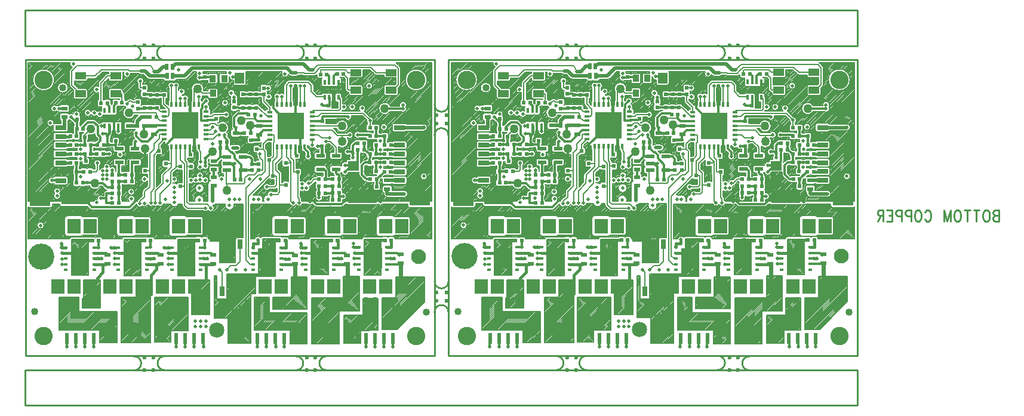
<source format=gbr>
*
%LPD*%
%LN2FOC-BC*%
%FSLAX24Y24*%
%MOIN*%
%SRX1Y1I0.0J0.0*%
%AD*%
%ADD11C,0.007870*%
%ADD13C,0.010000*%
%ADD16C,0.019690*%
%ADD20C,0.008000*%
%ADD24C,0.102360*%
%ADD25R,0.024000X0.035000*%
%ADD26R,0.035000X0.024000*%
%ADD27C,0.040000*%
%ADD28C,0.145670*%
%ADD29C,0.082680*%
%ADD30R,0.021650X0.021650*%
%ADD31R,0.052000X0.060000*%
%ADD32R,0.160000X0.076000*%
%ADD34R,0.079920X0.125200*%
%ADD35R,0.029920X0.055120*%
%ADD36R,0.075000X0.084000*%
%ADD37R,0.060000X0.052000*%
%ADD49C,0.050000*%
%ADD50R,0.062990X0.027560*%
%ADD51R,0.118110X0.082680*%
%ADD54C,0.023620*%
%ADD55C,0.085000*%
%ADD57C,0.011810*%
%ADD58C,0.007870*%
%ADD61C,0.023620*%
%ADD62C,0.015750*%
%ADD65C,0.019690*%
%ADD70R,0.016930X0.031500*%
%ADD71R,0.059060X0.039370*%
%ADD72R,0.050000X0.021000*%
%ADD73R,0.035430X0.039370*%
%ADD74R,0.013780X0.031500*%
%ADD75R,0.031500X0.013780*%
%ADD76R,0.145670X0.145670*%
%ADD77R,0.023620X0.015750*%
%ADD78R,0.102360X0.118110*%
%ADD79R,0.023620X0.059060*%
G54D11*
G1X16937Y14902D2*
G1X17153Y15118D1*
G1X17441Y15118D1*
G1X17679Y15357D1*
G1X17679Y16328D1*
G1X16531Y14898D2*
G1X16660Y14769D1*
G1X16660Y13684D1*
G1X7726Y15506D2*
G1X7952Y15506D1*
G1X7952Y15516D1*
G1X7726Y15206D2*
G1X7952Y15206D1*
G1X7952Y15201D1*
G1X13216Y18630D2*
G1X13216Y19132D1*
G1X13799Y19723D1*
G1X13799Y20349D1*
G1X14094Y20644D1*
G1X14094Y21780D1*
G1X12952Y18626D2*
G1X12952Y19306D1*
G1X13366Y19719D1*
G1X13374Y20184D1*
G1X13838Y20648D1*
G1X12082Y18595D2*
G1X12082Y18735D1*
G1X12350Y18959D1*
G1X12350Y19254D1*
G1X12641Y19546D1*
G1X12649Y20400D1*
G1X12693Y18626D2*
G1X12693Y19247D1*
G1X12854Y19443D1*
G1X12854Y21298D1*
G1X13086Y21530D1*
G1X13134Y21530D1*
G1X17992Y15634D2*
G1X17992Y15441D1*
G1X18236Y15197D1*
G1X18240Y15201D1*
G1X18393Y15201D1*
G1X17992Y15634D2*
G1X17992Y19467D1*
G1X18553Y20028D1*
G1X18553Y20028D1*
G1X18720Y20195D1*
G1X18878Y20195D1*
G1X19075Y20392D1*
G1X19075Y20945D1*
G1X9350Y22764D2*
G1X8976Y22390D1*
G1X8996Y22311D1*
G1X9291Y20382D2*
G1X9626Y20382D1*
G1X9704Y20461D1*
G1X9704Y20854D1*
G1X12643Y21414D2*
G1X12858Y21629D1*
G1X12858Y21916D1*
G1X13161Y22219D1*
G1X13161Y22441D1*
G1X13169Y22449D1*
G1X13425Y22449D1*
G1X12643Y21414D2*
G1X12649Y21408D1*
G1X12649Y20400D1*
G1X14704Y20677D2*
G1X14704Y18669D1*
G1X14823Y18551D1*
G1X15826Y18551D1*
G1X16043Y18335D1*
G1X14704Y20677D2*
G1X14921Y20677D1*
G1X14567Y19575D2*
G1X14567Y18512D1*
G1X14744Y18335D1*
G1X15748Y18335D1*
G1X14094Y21780D2*
G1X14094Y20658D1*
G1X14350Y20658D1*
G1X14350Y21780D2*
G1X14350Y21032D1*
G1X14567Y20815D1*
G1X14567Y19575D1*
G1X14606Y21780D2*
G1X14606Y20992D1*
G1X14704Y20894D1*
G1X14704Y20677D1*
G1X15374Y21780D2*
G1X15374Y21691D1*
G1X15472Y21435D1*
G1X15472Y20924D1*
G1X14350Y19575D2*
G1X14567Y19575D1*
G1X13134Y21530D2*
G1X13134Y21902D1*
G1X13425Y22193D1*
G1X12370Y20428D2*
G1X12622Y20428D1*
G1X12649Y20400D1*
G1X18966Y21622D2*
G1X19075Y21514D1*
G1X19075Y20945D1*
G1X18966Y21622D2*
G1X18966Y21937D1*
G1X19203Y22173D1*
G1X19330Y22173D1*
G1X16889Y19713D2*
G1X16889Y19851D1*
G1X16889Y20455D1*
G1X16952Y20455D1*
G1X16889Y19713D2*
G1X16929Y19673D1*
G1X16929Y19595D1*
G1X16889Y19713D2*
G1X17874Y19713D1*
G1X17952Y19791D1*
G1X17952Y20028D1*
G1X18130Y20205D1*
G1X18464Y20205D1*
G1X18720Y20461D1*
G1X16929Y19358D2*
G1X16929Y19595D1*
G1X19291Y21012D2*
G1X19281Y21022D1*
G1X19291Y21032D1*
G1X18130Y18995D2*
G1X18130Y15666D1*
G1X18283Y15512D1*
G1X18287Y15516D1*
G1X18393Y15516D1*
G1X18130Y18995D2*
G1X18710Y19575D1*
G1X18710Y19575D1*
G1X19291Y20156D1*
G1X19291Y21012D1*
G1X18779Y21366D2*
G1X18779Y21150D1*
G1X18937Y20992D1*
G1X18937Y20835D1*
G1X19393Y19110D2*
G1X19754Y19110D1*
G1X19864Y19221D1*
G1X19864Y19642D1*
G1X18720Y20461D2*
G1X18937Y20461D1*
G1X18937Y20835D1*
G1X19330Y22429D2*
G1X19586Y22429D1*
G1X19586Y22154D1*
G1X15787Y22193D2*
G1X16181Y22193D1*
G1X16417Y22429D1*
G1X16515Y22429D1*
G1X16515Y22440D1*
G1X15787Y22449D2*
G1X16161Y22449D1*
G1X16319Y22606D1*
G1X16319Y22636D1*
G1X15787Y22705D2*
G1X16004Y22705D1*
G1X16004Y22715D1*
G1X16141Y22853D1*
G1X16141Y22882D1*
G1X15787Y22961D2*
G1X15925Y22961D1*
G1X16043Y23079D1*
G1X16260Y23079D1*
G1X16378Y22961D1*
G1X16614Y22961D1*
G1X18602Y21642D2*
G1X18612Y21632D1*
G1X18956Y21632D1*
G1X18966Y21622D1*
G1X19291Y21032D2*
G1X19311Y21032D1*
G1X19527Y21248D1*
G1X19527Y21957D1*
G1X19586Y22016D1*
G1X19586Y22154D1*
G1X19864Y19642D2*
G1X20228Y19642D1*
G1X23386Y22410D2*
G1X23791Y22410D1*
G1X19665Y20835D2*
G1X19665Y20480D1*
G1X19864Y20282D1*
G1X19864Y19642D1*
G1X19665Y20835D2*
G1X20000Y21169D1*
G1X20000Y21760D1*
G1X20509Y20933D2*
G1X20511Y18870D1*
G1X20512Y18732D1*
G1X20634Y18638D1*
G1X22460Y22075D2*
G1X22697Y22075D1*
G1X23028Y21743D1*
G1X23028Y21484D1*
G1X21496Y19732D2*
G1X21594Y19732D1*
G1X21811Y19949D1*
G1X22086Y19949D1*
G1X21693Y21878D2*
G1X21693Y22173D1*
G1X20256Y21760D2*
G1X20256Y21189D1*
G1X20509Y20935D1*
G1X20509Y20933D1*
G1X20512Y21760D2*
G1X20512Y21169D1*
G1X20669Y21012D1*
G1X20669Y20378D1*
G1X20689Y20358D1*
G1X20897Y20358D1*
G1X21693Y22429D2*
G1X22047Y22429D1*
G1X22224Y22272D1*
G1X22657Y22272D1*
G1X21693Y22685D2*
G1X22815Y22685D1*
G1X23090Y22410D1*
G1X23386Y22410D1*
G1X21693Y22941D2*
G1X22460Y22941D1*
G1X22480Y22921D1*
G1X23366Y22921D1*
G1X20897Y20358D2*
G1X20897Y18937D1*
G1X20964Y18870D1*
G1X20964Y18642D1*
G1X20224Y20854D2*
G1X20433Y20854D1*
G1X20508Y20929D1*
G1X20508Y20931D1*
G1X20509Y20933D1*
G1X23028Y20894D2*
G1X23173Y20894D1*
G1X23429Y21150D1*
G1X23429Y21571D1*
G1X24027Y22169D1*
G1X23028Y21274D2*
G1X23028Y21484D1*
G1X23386Y22051D2*
G1X23386Y22410D1*
G1X24027Y22169D2*
G1X24756Y22169D1*
G1X24819Y22106D1*
G1X24874Y22106D1*
G1X24921Y22059D1*
G1X24921Y21849D1*
G1X24921Y22833D2*
G1X24921Y23247D1*
G1X8287Y26012D2*
G1X8287Y25205D1*
G1X8760Y24732D1*
G1X8287Y26012D2*
G1X8563Y26288D1*
G1X12697Y26288D1*
G1X12854Y25973D1*
G1X11358Y24162D2*
G1X11515Y24319D1*
G1X11594Y24319D1*
G1X11653Y24260D1*
G1X11968Y24260D1*
G1X9901Y24213D2*
G1X9901Y25343D1*
G1X10275Y25717D1*
G1X10728Y25717D1*
G1X8760Y25717D2*
G1X9581Y25717D1*
G1X9936Y26071D1*
G1X11437Y26071D1*
G1X11515Y25992D1*
G1X12145Y25992D1*
G1X10728Y24732D2*
G1X11082Y24732D1*
G1X11082Y24225D1*
G1X11476Y23669D2*
G1X12972Y23669D1*
G1X12992Y23650D1*
G1X12992Y23433D1*
G1X13405Y24477D2*
G1X13405Y24634D1*
G1X13425Y24654D1*
G1X13405Y24280D2*
G1X13405Y24157D1*
G1X13700Y23862D1*
G1X13700Y23729D1*
G1X13405Y24280D2*
G1X13405Y24477D1*
G1X15118Y25008D2*
G1X15118Y25047D1*
G1X15291Y25009D1*
G1X15295Y25008D2*
G1X15118Y25008D1*
G1X15118Y24142D1*
G1X15291Y25009D2*
G1X15314Y25009D1*
G1X15315Y25008D1*
G1X15291Y25009D2*
G1X15295Y25008D1*
G1X14606Y24477D2*
G1X14606Y24142D1*
G1X14094Y25185D2*
G1X14094Y24142D1*
G1X15374Y24555D2*
G1X15374Y24142D1*
G1X12106Y25441D2*
G1X12106Y25067D1*
G1X12323Y25067D1*
G1X15315Y25008D2*
G1X15571Y24752D1*
G1X16157Y24752D1*
G1X13031Y23925D2*
G1X13228Y23729D1*
G1X13425Y23729D1*
G1X12992Y23433D2*
G1X13031Y23473D1*
G1X13031Y23394D1*
G1X13208Y23217D1*
G1X13425Y23217D1*
G1X13425Y23473D2*
G1X13622Y23473D1*
G1X13700Y23551D1*
G1X13700Y23729D1*
G1X14350Y24142D2*
G1X14350Y24477D1*
G1X13838Y24142D2*
G1X13838Y25185D1*
G1X15295Y25008D2*
G1X15315Y25008D1*
G1X18996Y24693D2*
G1X18996Y24575D1*
G1X18996Y24555D1*
G1X18996Y24553D2*
G1X18996Y24299D1*
G1X19330Y23965D1*
G1X19330Y23709D1*
G1X18996Y24553D2*
G1X18996Y24555D1*
G1X15787Y23984D2*
G1X15787Y23729D1*
G1X18996Y25047D2*
G1X19252Y25047D1*
G1X18563Y23945D2*
G1X18720Y23945D1*
G1X19212Y23453D1*
G1X19330Y23453D1*
G1X15787Y23473D2*
G1X16102Y23473D1*
G1X16200Y23571D1*
G1X16889Y23562D1*
G1X17736Y23247D2*
G1X17834Y23345D1*
G1X18493Y23345D1*
G1X18504Y23335D1*
G1X20000Y24122D2*
G1X20000Y24299D1*
G1X20000Y24553D1*
G1X20000Y24555D1*
G1X22165Y25833D2*
G1X22165Y25815D1*
G1X22165Y25835D2*
G1X22165Y26032D1*
G1X22185Y26051D1*
G1X23582Y26051D1*
G1X23720Y25914D1*
G1X24134Y25914D1*
G1X22165Y25835D2*
G1X22165Y25833D1*
G1X21278Y25008D2*
G1X21278Y25166D1*
G1X21279Y25166D1*
G1X21278Y25008D2*
G1X21278Y24594D1*
G1X21279Y24593D1*
G1X21279Y24122D1*
G1X21023Y25166D2*
G1X21023Y24299D1*
G1X21023Y24122D1*
G1X20000Y24575D2*
G1X20000Y24555D1*
G1X20512Y25166D2*
G1X20512Y24122D1*
G1X19744Y24575D2*
G1X19744Y24122D1*
G1X21732Y26071D2*
G1X22008Y26347D1*
G1X26319Y26347D1*
G1X26496Y26169D1*
G1X26496Y25914D1*
G1X20807Y25894D2*
G1X21240Y25894D1*
G1X21260Y25874D1*
G1X21830Y25874D1*
G1X21968Y26012D1*
G1X21968Y26032D1*
G1X22145Y26209D1*
G1X24960Y26209D1*
G1X25256Y25914D1*
G1X26102Y25914D1*
G1X22519Y25815D2*
G1X22539Y25835D1*
G1X23442Y25833D2*
G1X23681Y25594D1*
G1X23681Y25249D1*
G1X21693Y23453D2*
G1X22027Y23453D1*
G1X22204Y23630D1*
G1X24547Y23630D1*
G1X24921Y23256D1*
G1X24921Y23247D1*
G1X21693Y23709D2*
G1X21771Y23788D1*
G1X23186Y23788D1*
G1X23265Y23866D1*
G1X23265Y24142D1*
G1X20256Y24122D2*
G1X20256Y25205D1*
G1X20413Y25362D1*
G1X21476Y25362D1*
G1X21653Y25185D1*
G1X21653Y24851D1*
G1X21929Y24575D1*
G1X22386Y24575D1*
G1X22389Y24516D1*
G1X23157Y24516D2*
G1X23265Y24464D1*
G1X23265Y24142D1*
G1X23681Y25242D2*
G1X23681Y24988D1*
G1X23740Y24929D1*
G1X24134Y24929D1*
G1X23681Y25249D2*
G1X23681Y25242D1*
G1X26102Y24929D2*
G1X26200Y24929D1*
G1X26496Y25225D1*
G1X26496Y25914D1*
G1X5689Y10087D2*
G54D13*
G1X28523Y10087D1*
G1X28523Y26622D1*
G1X5689Y26622D1*
G1X5689Y10087D1*
G1X11729Y26620D2*
G75*
G3X11730Y27420I17J400D1*
G74*
G1X13453Y27415D2*
G75*
G3X13452Y26615I-17J-400D1*
G74*
G1X20824Y26616D2*
G75*
G3X20825Y27416I17J400D1*
G74*
G1X22490Y27422D2*
G75*
G3X22489Y26622I-17J-400D1*
G74*
G1X11751Y9287D2*
G75*
G3X11752Y10064I16J388D1*
G74*
G1X13473Y10075D2*
G75*
G3X13472Y9296I-16J-390D1*
G74*
G1X20797Y9292D2*
G75*
G3X20797Y10068I15J388D1*
G74*
G1X22505Y10071D2*
G75*
G3X22504Y9292I-16J-390D1*
G74*
G1X29305Y12527D2*
G75*
G3X28529Y12528I-388J16D1*
G74*
G1X28530Y14263D2*
G75*
G3X29309Y14262I390J-16D1*
G74*
G1X5682Y29383D2*
G1X52139Y29383D1*
G1X52139Y27415D1*
G1X5682Y27415D1*
G1X5682Y29383D1*
G1X29304Y10092D2*
G1X52139Y10092D1*
G1X52139Y26627D1*
G1X29304Y26627D1*
G1X29304Y10092D1*
G1X5682Y9304D2*
G1X52139Y9304D1*
G1X52139Y7336D1*
G1X5682Y7336D1*
G1X5682Y9304D1*
G1X29304Y22409D2*
G75*
G3X28528Y22410I-388J16D1*
G74*
G1X28530Y24125D2*
G75*
G3X29309Y24124I390J-16D1*
G74*
G1X37050Y27414D2*
G75*
G3X37049Y26614I-17J-400D1*
G74*
G1X35278Y26617D2*
G75*
G3X35279Y27417I17J400D1*
G74*
G1X44328Y26617D2*
G75*
G3X44329Y27417I17J400D1*
G74*
G1X46098Y27426D2*
G75*
G3X46097Y26626I-17J-400D1*
G74*
G1X46114Y10066D2*
G75*
G3X46114Y9287I-16J-390D1*
G74*
G1X44341Y9311D2*
G75*
G3X44341Y10087I16J388D1*
G74*
G1X37019Y10085D2*
G75*
G3X37018Y9306I-16J-390D1*
G74*
G1X35329Y9303D2*
G75*
G3X35330Y10080I16J388D1*
G74*
G1X16141Y18748D2*
G54D16*
G1X16141Y19555D1*
G1X16266Y19591D1*
G1X7657Y22833D2*
G1X7874Y22833D1*
G1X7874Y23315D1*
G1X11476Y22945D2*
G1X11945Y22945D1*
G1X11949Y22941D1*
G1X11945Y22945D2*
G1X11945Y23213D1*
G1X12165Y23433D1*
G1X12421Y23433D1*
G1X12303Y22941D2*
G1X12307Y22945D1*
G1X12874Y22945D1*
G1X17256Y21713D2*
G1X17531Y21713D1*
G1X16266Y19591D2*
G1X16279Y19595D1*
G1X16220Y19591D1*
G1X26634Y19142D2*
G1X26850Y19142D1*
G1X26575Y19890D2*
G1X26594Y19900D1*
G1X26575Y22843D2*
G1X27923Y22843D1*
G1X27933Y22853D1*
G1X25886Y19404D2*
G1X25886Y19142D1*
G1X26634Y19142D1*
G1X25886Y19884D2*
G1X26023Y19900D1*
G1X26594Y19900D1*
G1X7677Y24536D2*
G1X8031Y24536D1*
G1X7874Y23429D2*
G1X7874Y23315D1*
G1X12421Y23433D2*
G1X12638Y23433D1*
G1X12145Y25992D2*
G1X12362Y25992D1*
G1X12638Y25717D1*
G1X13602Y25717D1*
G1X13090Y25973D2*
G1X13366Y26248D1*
G1X13582Y26248D1*
G1X12854Y25973D2*
G1X13090Y25973D1*
G1X13897Y26248D2*
G1X14055Y26406D1*
G1X21200Y26406D1*
G1X21535Y26071D1*
G1X13917Y25717D2*
G1X14567Y25717D1*
G1X15000Y26150D1*
G1X20295Y26150D1*
G1X20551Y25894D1*
G1X18411Y25599D2*
G1X19527Y25599D1*
G1X19527Y25795D1*
G1X21535Y26071D2*
G1X21732Y26071D1*
G1X20551Y25894D2*
G1X20807Y25894D1*
G1X8949Y14342D2*
G54D20*
G1X9885Y14342D1*
G1X9885Y12757D1*
G1X8882Y12757D1*
G1X8882Y13311D1*
G1X8949Y13311D1*
G1X8949Y14342D1*
G1X8672Y13370D2*
G1X8672Y12555D1*
G1X10818Y12555D1*
G1X10818Y10831D1*
G1X9851Y10831D1*
G1X9851Y11540D1*
G1X7557Y11540D1*
G1X7557Y13370D1*
G1X8672Y13370D1*
G1X16233Y14574D2*
G1X16377Y14574D1*
G1X16377Y13275D1*
G1X16929Y13275D1*
G1X16929Y14673D1*
G1X18709Y14673D1*
G1X18709Y15700D1*
G1X18815Y15700D1*
G1X18815Y15877D1*
G1X18926Y15877D1*
G1X18926Y16618D1*
G1X19912Y16618D1*
G1X19912Y16473D1*
G1X19645Y16473D1*
G1X19645Y14536D1*
G1X18523Y14536D1*
G1X18523Y13580D1*
G1X18259Y13580D1*
G1X18259Y10792D1*
G1X16989Y10792D1*
G1X16989Y12213D1*
G1X16233Y12213D1*
G1X16233Y14574D1*
G1X12890Y13374D2*
G1X14767Y13374D1*
G1X14767Y11513D1*
G1X13802Y11513D1*
G1X13802Y10855D1*
G1X12890Y10855D1*
G1X12890Y13374D1*
G1X24528Y13314D2*
G1X25361Y13314D1*
G1X25361Y11524D1*
G1X24420Y11512D1*
G1X24420Y10796D1*
G1X23457Y10796D1*
G1X23457Y12370D1*
G1X24528Y12370D1*
G1X24528Y13314D1*
G1X19290Y13354D2*
G1X19290Y12507D1*
G1X21412Y12507D1*
G1X21412Y10753D1*
G1X20481Y10753D1*
G1X20481Y11517D1*
G1X18473Y11517D1*
G1X18473Y13354D1*
G1X19290Y13354D1*
G1X19504Y13362D2*
G1X19504Y12713D1*
G1X21412Y12713D1*
G1X21412Y14503D1*
G1X20536Y14503D1*
G1X20536Y13362D1*
G1X19504Y13362D1*
G1X25599Y13326D2*
G1X26359Y13326D1*
G1X26359Y14511D1*
G1X27972Y14511D1*
G1X27972Y13113D1*
G1X26436Y11568D1*
G1X25599Y11568D1*
G1X25599Y13326D1*
G1X14969Y14330D2*
G1X15987Y14330D1*
G1X15987Y12383D1*
G1X14969Y12383D1*
G1X14969Y14330D1*
G1X16536Y15296D2*
G1X17420Y15296D1*
G1X17420Y16721D1*
G1X17814Y16721D1*
G1X17814Y18128D1*
G1X6890Y18128D1*
G1X6890Y16875D1*
G1X7853Y16875D1*
G1X7853Y17934D1*
G1X9823Y17934D1*
G1X9823Y16875D1*
G1X10767Y16875D1*
G1X10767Y17934D1*
G1X12737Y17934D1*
G1X12737Y16875D1*
G1X13680Y16875D1*
G1X13680Y17946D1*
G1X15689Y17946D1*
G1X15689Y16875D1*
G1X16004Y16875D1*
G1X16004Y16490D1*
G1X16536Y16495D1*
G1X16536Y15296D1*
G1X11052Y13374D2*
G1X11052Y10839D1*
G1X12672Y10839D1*
G1X12672Y14342D1*
G1X11870Y14342D1*
G1X11870Y13374D1*
G1X11052Y13374D1*
G1X21678Y13334D2*
G1X21678Y10765D1*
G1X23196Y10765D1*
G1X23196Y12587D1*
G1X24330Y12587D1*
G1X24330Y14547D1*
G1X23446Y14547D1*
G1X23446Y13334D1*
G1X21678Y13334D1*
G1X18307Y16981D2*
G1X18307Y18023D1*
G1X25255Y18023D1*
G1X25255Y16918D1*
G1X24370Y16918D1*
G1X24370Y17965D1*
G1X22342Y17965D1*
G1X22342Y16961D1*
G1X21437Y16961D1*
G1X21437Y17946D1*
G1X19428Y17946D1*
G1X19428Y16981D1*
G1X18307Y16981D1*
G1X9487Y16589D2*
G1X8268Y16589D1*
G1X8268Y14583D1*
G1X9212Y14583D1*
G1X9212Y16461D1*
G1X9487Y16461D1*
G1X9487Y16589D1*
G1X12401Y16481D2*
G1X12145Y16481D1*
G1X12145Y14560D1*
G1X11201Y14560D1*
G1X11201Y16598D1*
G1X12401Y16598D1*
G1X12401Y16481D1*
G1X15412Y16477D2*
G1X15137Y16477D1*
G1X15137Y14560D1*
G1X14193Y14560D1*
G1X14193Y16598D1*
G1X15412Y16598D1*
G1X15412Y16477D1*
G1X22790Y16602D2*
G1X21650Y16602D1*
G1X21650Y14623D1*
G1X22594Y14623D1*
G1X22594Y16469D1*
G1X22790Y16469D1*
G1X22790Y16602D1*
G1X25798Y16493D2*
G1X25542Y16493D1*
G1X25542Y14615D1*
G1X24618Y14615D1*
G1X24618Y16606D1*
G1X25798Y16606D1*
G1X25798Y16493D1*
G1X8949Y13348D2*
G1X9885Y14284D1*
G1X8882Y13179D2*
G1X9885Y14182D1*
G1X8882Y13077D2*
G1X9885Y14080D1*
G1X8882Y12976D2*
G1X9885Y13978D1*
G1X8882Y12874D2*
G1X9885Y13876D1*
G1X8882Y12772D2*
G1X9885Y13775D1*
G1X8969Y12757D2*
G1X9885Y13673D1*
G1X9071Y12757D2*
G1X9885Y13571D1*
G1X9172Y12757D2*
G1X9885Y13469D1*
G1X9274Y12757D2*
G1X9885Y13367D1*
G1X9376Y12757D2*
G1X9885Y13266D1*
G1X9478Y12757D2*
G1X9885Y13164D1*
G1X9580Y12757D2*
G1X9885Y13062D1*
G1X9682Y12757D2*
G1X9885Y12960D1*
G1X9783Y12757D2*
G1X9885Y12858D1*
G1X8949Y13450D2*
G1X9841Y14342D1*
G1X8949Y13552D2*
G1X9740Y14342D1*
G1X8949Y13654D2*
G1X9638Y14342D1*
G1X8949Y13755D2*
G1X9536Y14342D1*
G1X8949Y13857D2*
G1X9434Y14342D1*
G1X8949Y13959D2*
G1X9332Y14342D1*
G1X8949Y14061D2*
G1X9230Y14342D1*
G1X8949Y14163D2*
G1X9129Y14342D1*
G1X8949Y14264D2*
G1X9027Y14342D1*
G1X8882Y13281D2*
G1X8912Y13311D1*
G1X9851Y11493D2*
G1X10818Y12460D1*
G1X9851Y11391D2*
G1X10818Y12359D1*
G1X9851Y11290D2*
G1X10818Y12257D1*
G1X9851Y11188D2*
G1X10818Y12155D1*
G1X9851Y11086D2*
G1X10818Y12053D1*
G1X9851Y10984D2*
G1X10818Y11951D1*
G1X9851Y10882D2*
G1X10818Y11849D1*
G1X9902Y10831D2*
G1X10818Y11748D1*
G1X10004Y10831D2*
G1X10818Y11646D1*
G1X10105Y10831D2*
G1X10818Y11544D1*
G1X10207Y10831D2*
G1X10818Y11442D1*
G1X10309Y10831D2*
G1X10818Y11340D1*
G1X10411Y10831D2*
G1X10818Y11239D1*
G1X10513Y10831D2*
G1X10818Y11137D1*
G1X10615Y10831D2*
G1X10818Y11035D1*
G1X10716Y10831D2*
G1X10818Y10933D1*
G1X9796Y11540D2*
G1X10810Y12555D1*
G1X9694Y11540D2*
G1X10709Y12555D1*
G1X9592Y11540D2*
G1X10607Y12555D1*
G1X9490Y11540D2*
G1X10505Y12555D1*
G1X9389Y11540D2*
G1X10403Y12555D1*
G1X9287Y11540D2*
G1X10301Y12555D1*
G1X9185Y11540D2*
G1X10199Y12555D1*
G1X9083Y11540D2*
G1X10098Y12555D1*
G1X8981Y11540D2*
G1X9996Y12555D1*
G1X8879Y11540D2*
G1X9894Y12555D1*
G1X8778Y11540D2*
G1X9792Y12555D1*
G1X8676Y11540D2*
G1X9690Y12555D1*
G1X8574Y11540D2*
G1X9589Y12555D1*
G1X8472Y11540D2*
G1X9487Y12555D1*
G1X8370Y11540D2*
G1X9385Y12555D1*
G1X8269Y11540D2*
G1X9283Y12555D1*
G1X8167Y11540D2*
G1X9181Y12555D1*
G1X8065Y11540D2*
G1X9079Y12555D1*
G1X7963Y11540D2*
G1X8978Y12555D1*
G1X7861Y11540D2*
G1X8876Y12555D1*
G1X7759Y11540D2*
G1X8774Y12555D1*
G1X7557Y12254D2*
G1X8672Y13369D1*
G1X7557Y12152D2*
G1X8672Y13268D1*
G1X7557Y12051D2*
G1X8672Y13166D1*
G1X7557Y11949D2*
G1X8672Y13064D1*
G1X7557Y11847D2*
G1X8672Y12962D1*
G1X7557Y11745D2*
G1X8672Y12860D1*
G1X7557Y11643D2*
G1X8672Y12759D1*
G1X7557Y11541D2*
G1X8672Y12657D1*
G1X7658Y11540D2*
G1X8672Y12555D1*
G1X7557Y12356D2*
G1X8571Y13370D1*
G1X7557Y12458D2*
G1X8469Y13370D1*
G1X7557Y12560D2*
G1X8367Y13370D1*
G1X7557Y12661D2*
G1X8265Y13370D1*
G1X7557Y12763D2*
G1X8163Y13370D1*
G1X7557Y12865D2*
G1X8062Y13370D1*
G1X7557Y12967D2*
G1X7960Y13370D1*
G1X7557Y13069D2*
G1X7858Y13370D1*
G1X7557Y13171D2*
G1X7756Y13370D1*
G1X7557Y13272D2*
G1X7654Y13370D1*
G1X19790Y16473D2*
G1X19912Y16596D1*
G1X19892Y16473D2*
G1X19912Y16494D1*
G1X19688Y16473D2*
G1X19832Y16618D1*
G1X18815Y15702D2*
G1X19731Y16618D1*
G1X18709Y15494D2*
G1X19645Y16430D1*
G1X18709Y15392D2*
G1X19645Y16328D1*
G1X18709Y15291D2*
G1X19645Y16226D1*
G1X18709Y15189D2*
G1X19645Y16124D1*
G1X18709Y15087D2*
G1X19645Y16023D1*
G1X18709Y14985D2*
G1X19645Y15921D1*
G1X18709Y14883D2*
G1X19645Y15819D1*
G1X18709Y14781D2*
G1X19645Y15717D1*
G1X18709Y14680D2*
G1X19645Y15615D1*
G1X18667Y14536D2*
G1X19645Y15513D1*
G1X18769Y14536D2*
G1X19645Y15412D1*
G1X18871Y14536D2*
G1X19645Y15310D1*
G1X18973Y14536D2*
G1X19645Y15208D1*
G1X19075Y14536D2*
G1X19645Y15106D1*
G1X19177Y14536D2*
G1X19645Y15004D1*
G1X19278Y14536D2*
G1X19645Y14903D1*
G1X19380Y14536D2*
G1X19645Y14801D1*
G1X19482Y14536D2*
G1X19645Y14699D1*
G1X19584Y14536D2*
G1X19645Y14597D1*
G1X18926Y15914D2*
G1X19629Y16618D1*
G1X18926Y16016D2*
G1X19527Y16618D1*
G1X18926Y16118D2*
G1X19425Y16618D1*
G1X18926Y16220D2*
G1X19323Y16618D1*
G1X18926Y16322D2*
G1X19222Y16618D1*
G1X18926Y16423D2*
G1X19120Y16618D1*
G1X18926Y16525D2*
G1X19018Y16618D1*
G1X18815Y15804D2*
G1X18889Y15877D1*
G1X18709Y15596D2*
G1X18813Y15700D1*
G1X18709Y15698D2*
G1X18712Y15700D1*
G1X18566Y14536D2*
G1X18702Y14673D1*
G1X16233Y12305D2*
G1X18600Y14673D1*
G1X16243Y12213D2*
G1X18523Y14493D1*
G1X16345Y12213D2*
G1X18523Y14391D1*
G1X16446Y12213D2*
G1X18523Y14290D1*
G1X16548Y12213D2*
G1X18523Y14188D1*
G1X16650Y12213D2*
G1X18523Y14086D1*
G1X16752Y12213D2*
G1X18523Y13984D1*
G1X16854Y12213D2*
G1X18523Y13882D1*
G1X18322Y13580D2*
G1X18523Y13781D1*
G1X18424Y13580D2*
G1X18523Y13679D1*
G1X16233Y12407D2*
G1X18499Y14673D1*
G1X16233Y12509D2*
G1X18397Y14673D1*
G1X16929Y13307D2*
G1X18295Y14673D1*
G1X16956Y12213D2*
G1X18259Y13517D1*
G1X16989Y12145D2*
G1X18259Y13415D1*
G1X16989Y12043D2*
G1X18259Y13313D1*
G1X16989Y11941D2*
G1X18259Y13211D1*
G1X16989Y11839D2*
G1X18259Y13109D1*
G1X16989Y11737D2*
G1X18259Y13008D1*
G1X16989Y11635D2*
G1X18259Y12906D1*
G1X16989Y11534D2*
G1X18259Y12804D1*
G1X16989Y11432D2*
G1X18259Y12702D1*
G1X16989Y11330D2*
G1X18259Y12600D1*
G1X16989Y11228D2*
G1X18259Y12498D1*
G1X16989Y11126D2*
G1X18259Y12397D1*
G1X16989Y11024D2*
G1X18259Y12295D1*
G1X16989Y10923D2*
G1X18259Y12193D1*
G1X16989Y10821D2*
G1X18259Y12091D1*
G1X17062Y10792D2*
G1X18259Y11989D1*
G1X17163Y10792D2*
G1X18259Y11888D1*
G1X17265Y10792D2*
G1X18259Y11786D1*
G1X17367Y10792D2*
G1X18259Y11684D1*
G1X17469Y10792D2*
G1X18259Y11582D1*
G1X17571Y10792D2*
G1X18259Y11480D1*
G1X17673Y10792D2*
G1X18259Y11378D1*
G1X17774Y10792D2*
G1X18259Y11277D1*
G1X17876Y10792D2*
G1X18259Y11175D1*
G1X17978Y10792D2*
G1X18259Y11073D1*
G1X18080Y10792D2*
G1X18259Y10971D1*
G1X18182Y10792D2*
G1X18259Y10869D1*
G1X16929Y13409D2*
G1X18193Y14673D1*
G1X16929Y13511D2*
G1X18091Y14673D1*
G1X16929Y13613D2*
G1X17989Y14673D1*
G1X16929Y13715D2*
G1X17888Y14673D1*
G1X16929Y13816D2*
G1X17786Y14673D1*
G1X16929Y13918D2*
G1X17684Y14673D1*
G1X16929Y14020D2*
G1X17582Y14673D1*
G1X16929Y14122D2*
G1X17480Y14673D1*
G1X16929Y14224D2*
G1X17378Y14673D1*
G1X16929Y14326D2*
G1X17277Y14673D1*
G1X16929Y14427D2*
G1X17175Y14673D1*
G1X16929Y14529D2*
G1X17073Y14673D1*
G1X16929Y14631D2*
G1X16971Y14673D1*
G1X16233Y12610D2*
G1X16897Y13275D1*
G1X16233Y12712D2*
G1X16795Y13275D1*
G1X16233Y12814D2*
G1X16694Y13275D1*
G1X16233Y12916D2*
G1X16592Y13275D1*
G1X16233Y13018D2*
G1X16490Y13275D1*
G1X16233Y13120D2*
G1X16388Y13275D1*
G1X16233Y14341D2*
G1X16377Y14486D1*
G1X16233Y14240D2*
G1X16377Y14384D1*
G1X16233Y14138D2*
G1X16377Y14282D1*
G1X16233Y14036D2*
G1X16377Y14180D1*
G1X16233Y13934D2*
G1X16377Y14079D1*
G1X16233Y13832D2*
G1X16377Y13977D1*
G1X16233Y13731D2*
G1X16377Y13875D1*
G1X16233Y13629D2*
G1X16377Y13773D1*
G1X16233Y13527D2*
G1X16377Y13671D1*
G1X16233Y13425D2*
G1X16377Y13569D1*
G1X16233Y13323D2*
G1X16377Y13468D1*
G1X16233Y13221D2*
G1X16377Y13366D1*
G1X16233Y14443D2*
G1X16364Y14574D1*
G1X16233Y14545D2*
G1X16262Y14574D1*
G1X12890Y11422D2*
G1X14767Y13299D1*
G1X12890Y11320D2*
G1X14767Y13197D1*
G1X12890Y11218D2*
G1X14767Y13095D1*
G1X12890Y11116D2*
G1X14767Y12993D1*
G1X12890Y11015D2*
G1X14767Y12891D1*
G1X12890Y10913D2*
G1X14767Y12790D1*
G1X12934Y10855D2*
G1X14767Y12688D1*
G1X13036Y10855D2*
G1X14767Y12586D1*
G1X13138Y10855D2*
G1X14767Y12484D1*
G1X13897Y11513D2*
G1X14767Y12382D1*
G1X13999Y11513D2*
G1X14767Y12280D1*
G1X14101Y11513D2*
G1X14767Y12179D1*
G1X14203Y11513D2*
G1X14767Y12077D1*
G1X14304Y11513D2*
G1X14767Y11975D1*
G1X14406Y11513D2*
G1X14767Y11873D1*
G1X14508Y11513D2*
G1X14767Y11771D1*
G1X14610Y11513D2*
G1X14767Y11669D1*
G1X14712Y11513D2*
G1X14767Y11568D1*
G1X12890Y11524D2*
G1X14740Y13374D1*
G1X12890Y11626D2*
G1X14638Y13374D1*
G1X12890Y11727D2*
G1X14536Y13374D1*
G1X12890Y11829D2*
G1X14434Y13374D1*
G1X12890Y11931D2*
G1X14333Y13374D1*
G1X12890Y12033D2*
G1X14231Y13374D1*
G1X12890Y12135D2*
G1X14129Y13374D1*
G1X12890Y12237D2*
G1X14027Y13374D1*
G1X12890Y12338D2*
G1X13925Y13374D1*
G1X12890Y12440D2*
G1X13823Y13374D1*
G1X13240Y10855D2*
G1X13802Y11418D1*
G1X13342Y10855D2*
G1X13802Y11316D1*
G1X13443Y10855D2*
G1X13802Y11214D1*
G1X13545Y10855D2*
G1X13802Y11112D1*
G1X13647Y10855D2*
G1X13802Y11010D1*
G1X13749Y10855D2*
G1X13802Y10909D1*
G1X12890Y12542D2*
G1X13722Y13374D1*
G1X12890Y12644D2*
G1X13620Y13374D1*
G1X12890Y12746D2*
G1X13518Y13374D1*
G1X12890Y12847D2*
G1X13416Y13374D1*
G1X12890Y12949D2*
G1X13314Y13374D1*
G1X12890Y13051D2*
G1X13213Y13374D1*
G1X12890Y13153D2*
G1X13111Y13374D1*
G1X12890Y13255D2*
G1X13009Y13374D1*
G1X12890Y13357D2*
G1X12907Y13374D1*
G1X24528Y12406D2*
G1X25361Y13240D1*
G1X23457Y11233D2*
G1X25361Y13138D1*
G1X23457Y11132D2*
G1X25361Y13036D1*
G1X23457Y11030D2*
G1X25361Y12934D1*
G1X23457Y10928D2*
G1X25361Y12832D1*
G1X23457Y10826D2*
G1X25361Y12730D1*
G1X23529Y10796D2*
G1X25361Y12629D1*
G1X23631Y10796D2*
G1X25361Y12527D1*
G1X24449Y11512D2*
G1X25361Y12425D1*
G1X24552Y11514D2*
G1X25361Y12323D1*
G1X24655Y11515D2*
G1X25361Y12221D1*
G1X24758Y11516D2*
G1X25361Y12120D1*
G1X24861Y11518D2*
G1X25361Y12018D1*
G1X24964Y11519D2*
G1X25361Y11916D1*
G1X25067Y11520D2*
G1X25361Y11814D1*
G1X25171Y11522D2*
G1X25361Y11712D1*
G1X25274Y11523D2*
G1X25361Y11610D1*
G1X24528Y12508D2*
G1X25334Y13314D1*
G1X24528Y12610D2*
G1X25233Y13314D1*
G1X24528Y12712D2*
G1X25131Y13314D1*
G1X24528Y12813D2*
G1X25029Y13314D1*
G1X24528Y12915D2*
G1X24927Y13314D1*
G1X24528Y13017D2*
G1X24825Y13314D1*
G1X24528Y13119D2*
G1X24723Y13314D1*
G1X24528Y13221D2*
G1X24622Y13314D1*
G1X23457Y11335D2*
G1X24491Y12370D1*
G1X23732Y10796D2*
G1X24420Y11484D1*
G1X23834Y10796D2*
G1X24420Y11382D1*
G1X23936Y10796D2*
G1X24420Y11280D1*
G1X24038Y10796D2*
G1X24420Y11179D1*
G1X24140Y10796D2*
G1X24420Y11077D1*
G1X24241Y10796D2*
G1X24420Y10975D1*
G1X24343Y10796D2*
G1X24420Y10873D1*
G1X23457Y11437D2*
G1X24390Y12370D1*
G1X23457Y11539D2*
G1X24288Y12370D1*
G1X23457Y11641D2*
G1X24186Y12370D1*
G1X23457Y11743D2*
G1X24084Y12370D1*
G1X23457Y11844D2*
G1X23982Y12370D1*
G1X23457Y11946D2*
G1X23880Y12370D1*
G1X23457Y12048D2*
G1X23779Y12370D1*
G1X23457Y12150D2*
G1X23677Y12370D1*
G1X23457Y12252D2*
G1X23575Y12370D1*
G1X23457Y12354D2*
G1X23473Y12370D1*
G1X20446Y11517D2*
G1X21412Y12483D1*
G1X20481Y11450D2*
G1X21412Y12382D1*
G1X20481Y11348D2*
G1X21412Y12280D1*
G1X20481Y11246D2*
G1X21412Y12178D1*
G1X20481Y11144D2*
G1X21412Y12076D1*
G1X20481Y11043D2*
G1X21412Y11974D1*
G1X20481Y10941D2*
G1X21412Y11873D1*
G1X20481Y10839D2*
G1X21412Y11771D1*
G1X20496Y10753D2*
G1X21412Y11669D1*
G1X20598Y10753D2*
G1X21412Y11567D1*
G1X20700Y10753D2*
G1X21412Y11465D1*
G1X20802Y10753D2*
G1X21412Y11363D1*
G1X20904Y10753D2*
G1X21412Y11262D1*
G1X21005Y10753D2*
G1X21412Y11160D1*
G1X21107Y10753D2*
G1X21412Y11058D1*
G1X21209Y10753D2*
G1X21412Y10956D1*
G1X21311Y10753D2*
G1X21412Y10854D1*
G1X20344Y11517D2*
G1X21335Y12507D1*
G1X20242Y11517D2*
G1X21233Y12507D1*
G1X20140Y11517D2*
G1X21131Y12507D1*
G1X20038Y11517D2*
G1X21029Y12507D1*
G1X19936Y11517D2*
G1X20927Y12507D1*
G1X19835Y11517D2*
G1X20825Y12507D1*
G1X19733Y11517D2*
G1X20724Y12507D1*
G1X19631Y11517D2*
G1X20622Y12507D1*
G1X19529Y11517D2*
G1X20520Y12507D1*
G1X19427Y11517D2*
G1X20418Y12507D1*
G1X19325Y11517D2*
G1X20316Y12507D1*
G1X19224Y11517D2*
G1X20214Y12507D1*
G1X19122Y11517D2*
G1X20113Y12507D1*
G1X19020Y11517D2*
G1X20011Y12507D1*
G1X18918Y11517D2*
G1X19909Y12507D1*
G1X18816Y11517D2*
G1X19807Y12507D1*
G1X18715Y11517D2*
G1X19705Y12507D1*
G1X18613Y11517D2*
G1X19604Y12507D1*
G1X18511Y11517D2*
G1X19502Y12507D1*
G1X18473Y11580D2*
G1X19400Y12507D1*
G1X18473Y11682D2*
G1X19298Y12507D1*
G1X18473Y12497D2*
G1X19290Y13314D1*
G1X18473Y12395D2*
G1X19290Y13213D1*
G1X18473Y12293D2*
G1X19290Y13111D1*
G1X18473Y12191D2*
G1X19290Y13009D1*
G1X18473Y12089D2*
G1X19290Y12907D1*
G1X18473Y11988D2*
G1X19290Y12805D1*
G1X18473Y11886D2*
G1X19290Y12703D1*
G1X18473Y11784D2*
G1X19290Y12602D1*
G1X18473Y12599D2*
G1X19228Y13354D1*
G1X18473Y12700D2*
G1X19126Y13354D1*
G1X18473Y12802D2*
G1X19024Y13354D1*
G1X18473Y12904D2*
G1X18923Y13354D1*
G1X18473Y13006D2*
G1X18821Y13354D1*
G1X18473Y13108D2*
G1X18719Y13354D1*
G1X18473Y13209D2*
G1X18617Y13354D1*
G1X18473Y13311D2*
G1X18515Y13354D1*
G1X20536Y13568D2*
G1X21412Y14444D1*
G1X20536Y13466D2*
G1X21412Y14342D1*
G1X20536Y13364D2*
G1X21412Y14240D1*
G1X19987Y12713D2*
G1X21412Y14139D1*
G1X20089Y12713D2*
G1X21412Y14037D1*
G1X20191Y12713D2*
G1X21412Y13935D1*
G1X20293Y12713D2*
G1X21412Y13833D1*
G1X20394Y12713D2*
G1X21412Y13731D1*
G1X20496Y12713D2*
G1X21412Y13630D1*
G1X20598Y12713D2*
G1X21412Y13528D1*
G1X20700Y12713D2*
G1X21412Y13426D1*
G1X20802Y12713D2*
G1X21412Y13324D1*
G1X20904Y12713D2*
G1X21412Y13222D1*
G1X21005Y12713D2*
G1X21412Y13120D1*
G1X21107Y12713D2*
G1X21412Y13019D1*
G1X21209Y12713D2*
G1X21412Y12917D1*
G1X21311Y12713D2*
G1X21412Y12815D1*
G1X20536Y13669D2*
G1X21370Y14503D1*
G1X20536Y13771D2*
G1X21268Y14503D1*
G1X20536Y13873D2*
G1X21166Y14503D1*
G1X20536Y13975D2*
G1X21065Y14503D1*
G1X20536Y14077D2*
G1X20963Y14503D1*
G1X20536Y14179D2*
G1X20861Y14503D1*
G1X20536Y14280D2*
G1X20759Y14503D1*
G1X20536Y14382D2*
G1X20657Y14503D1*
G1X20536Y14484D2*
G1X20555Y14503D1*
G1X19885Y12713D2*
G1X20534Y13362D1*
G1X19784Y12713D2*
G1X20432Y13362D1*
G1X19682Y12713D2*
G1X20330Y13362D1*
G1X19580Y12713D2*
G1X20228Y13362D1*
G1X19504Y12740D2*
G1X20126Y13362D1*
G1X19504Y12841D2*
G1X20025Y13362D1*
G1X19504Y12943D2*
G1X19923Y13362D1*
G1X19504Y13045D2*
G1X19821Y13362D1*
G1X19504Y13147D2*
G1X19719Y13362D1*
G1X19504Y13249D2*
G1X19617Y13362D1*
G1X19504Y13351D2*
G1X19515Y13362D1*
G1X25599Y12046D2*
G1X27972Y14419D1*
G1X25599Y11944D2*
G1X27972Y14317D1*
G1X25599Y11842D2*
G1X27972Y14215D1*
G1X25599Y11740D2*
G1X27972Y14113D1*
G1X25599Y11638D2*
G1X27972Y14011D1*
G1X25630Y11568D2*
G1X27972Y13909D1*
G1X25732Y11568D2*
G1X27972Y13808D1*
G1X25833Y11568D2*
G1X27972Y13706D1*
G1X25935Y11568D2*
G1X27972Y13604D1*
G1X26037Y11568D2*
G1X27972Y13502D1*
G1X26139Y11568D2*
G1X27972Y13400D1*
G1X26241Y11568D2*
G1X27972Y13298D1*
G1X26343Y11568D2*
G1X27972Y13197D1*
G1X25599Y12148D2*
G1X27963Y14511D1*
G1X25599Y12249D2*
G1X27861Y14511D1*
G1X25599Y12351D2*
G1X27759Y14511D1*
G1X25599Y12453D2*
G1X27657Y14511D1*
G1X25599Y12555D2*
G1X27555Y14511D1*
G1X26359Y13417D2*
G1X27453Y14511D1*
G1X26359Y13518D2*
G1X27352Y14511D1*
G1X26359Y13620D2*
G1X27250Y14511D1*
G1X26359Y13722D2*
G1X27148Y14511D1*
G1X26359Y13824D2*
G1X27046Y14511D1*
G1X26359Y13926D2*
G1X26944Y14511D1*
G1X26359Y14027D2*
G1X26842Y14511D1*
G1X26359Y14129D2*
G1X26741Y14511D1*
G1X26359Y14231D2*
G1X26639Y14511D1*
G1X26359Y14333D2*
G1X26537Y14511D1*
G1X26359Y14435D2*
G1X26435Y14511D1*
G1X25599Y12657D2*
G1X26268Y13326D1*
G1X25599Y12759D2*
G1X26167Y13326D1*
G1X25599Y12860D2*
G1X26065Y13326D1*
G1X25599Y12962D2*
G1X25963Y13326D1*
G1X25599Y13064D2*
G1X25861Y13326D1*
G1X25599Y13166D2*
G1X25759Y13326D1*
G1X25599Y13268D2*
G1X25657Y13326D1*
G1X14969Y13299D2*
G1X15987Y14317D1*
G1X14969Y13197D2*
G1X15987Y14215D1*
G1X14969Y13095D2*
G1X15987Y14113D1*
G1X14969Y12993D2*
G1X15987Y14012D1*
G1X14969Y12891D2*
G1X15987Y13910D1*
G1X14969Y12790D2*
G1X15987Y13808D1*
G1X14969Y12688D2*
G1X15987Y13706D1*
G1X14969Y12586D2*
G1X15987Y13604D1*
G1X14969Y12484D2*
G1X15987Y13502D1*
G1X14969Y12383D2*
G1X15987Y13401D1*
G1X15071Y12383D2*
G1X15987Y13299D1*
G1X15173Y12383D2*
G1X15987Y13197D1*
G1X15275Y12383D2*
G1X15987Y13095D1*
G1X15377Y12383D2*
G1X15987Y12993D1*
G1X15478Y12383D2*
G1X15987Y12892D1*
G1X15580Y12383D2*
G1X15987Y12790D1*
G1X15682Y12383D2*
G1X15987Y12688D1*
G1X15784Y12383D2*
G1X15987Y12586D1*
G1X15886Y12383D2*
G1X15987Y12484D1*
G1X14969Y13400D2*
G1X15899Y14330D1*
G1X14969Y13502D2*
G1X15797Y14330D1*
G1X14969Y13604D2*
G1X15695Y14330D1*
G1X14969Y13706D2*
G1X15593Y14330D1*
G1X14969Y13808D2*
G1X15491Y14330D1*
G1X14969Y13910D2*
G1X15390Y14330D1*
G1X14969Y14011D2*
G1X15288Y14330D1*
G1X14969Y14113D2*
G1X15186Y14330D1*
G1X14969Y14215D2*
G1X15084Y14330D1*
G1X14969Y14317D2*
G1X14982Y14330D1*
G1X16262Y16493D2*
G1X17814Y18045D1*
G1X16365Y16494D2*
G1X17814Y17943D1*
G1X16467Y16495D2*
G1X17814Y17841D1*
G1X16536Y16461D2*
G1X17814Y17740D1*
G1X16536Y16359D2*
G1X17814Y17638D1*
G1X16536Y16258D2*
G1X17814Y17536D1*
G1X16536Y16156D2*
G1X17814Y17434D1*
G1X16536Y16054D2*
G1X17814Y17332D1*
G1X16536Y15952D2*
G1X17814Y17230D1*
G1X16536Y15850D2*
G1X17814Y17129D1*
G1X17509Y16721D2*
G1X17814Y17027D1*
G1X17610Y16721D2*
G1X17814Y16925D1*
G1X17712Y16721D2*
G1X17814Y16823D1*
G1X17814Y16721D2*
G1X17814Y16721D1*
G1X16159Y16492D2*
G1X17795Y18128D1*
G1X16056Y16491D2*
G1X17693Y18128D1*
G1X16004Y16541D2*
G1X17591Y18128D1*
G1X16004Y16643D2*
G1X17490Y18128D1*
G1X16536Y15749D2*
G1X17420Y16633D1*
G1X16536Y15647D2*
G1X17420Y16531D1*
G1X16536Y15545D2*
G1X17420Y16429D1*
G1X16536Y15443D2*
G1X17420Y16328D1*
G1X16536Y15341D2*
G1X17420Y16226D1*
G1X16592Y15296D2*
G1X17420Y16124D1*
G1X16694Y15296D2*
G1X17420Y16022D1*
G1X16796Y15296D2*
G1X17420Y15920D1*
G1X16898Y15296D2*
G1X17420Y15819D1*
G1X17000Y15296D2*
G1X17420Y15717D1*
G1X17102Y15296D2*
G1X17420Y15615D1*
G1X17203Y15296D2*
G1X17420Y15513D1*
G1X17305Y15296D2*
G1X17420Y15411D1*
G1X17407Y15296D2*
G1X17420Y15309D1*
G1X16004Y16744D2*
G1X17388Y18128D1*
G1X16004Y16846D2*
G1X17286Y18128D1*
G1X15931Y16875D2*
G1X17184Y18128D1*
G1X15829Y16875D2*
G1X17082Y18128D1*
G1X15727Y16875D2*
G1X16980Y18128D1*
G1X15689Y16939D2*
G1X16879Y18128D1*
G1X15689Y17040D2*
G1X16777Y18128D1*
G1X15689Y17142D2*
G1X16675Y18128D1*
G1X15689Y17244D2*
G1X16573Y18128D1*
G1X15689Y17346D2*
G1X16471Y18128D1*
G1X15689Y17448D2*
G1X16370Y18128D1*
G1X15689Y17549D2*
G1X16268Y18128D1*
G1X15689Y17651D2*
G1X16166Y18128D1*
G1X15689Y17753D2*
G1X16064Y18128D1*
G1X15689Y17855D2*
G1X15962Y18128D1*
G1X15678Y17946D2*
G1X15860Y18128D1*
G1X15576Y17946D2*
G1X15759Y18128D1*
G1X15475Y17946D2*
G1X15657Y18128D1*
G1X15373Y17946D2*
G1X15555Y18128D1*
G1X15271Y17946D2*
G1X15453Y18128D1*
G1X15169Y17946D2*
G1X15351Y18128D1*
G1X15067Y17946D2*
G1X15249Y18128D1*
G1X14965Y17946D2*
G1X15148Y18128D1*
G1X14864Y17946D2*
G1X15046Y18128D1*
G1X14762Y17946D2*
G1X14944Y18128D1*
G1X14660Y17946D2*
G1X14842Y18128D1*
G1X14558Y17946D2*
G1X14740Y18128D1*
G1X14456Y17946D2*
G1X14639Y18128D1*
G1X14355Y17946D2*
G1X14537Y18128D1*
G1X14253Y17946D2*
G1X14435Y18128D1*
G1X14151Y17946D2*
G1X14333Y18128D1*
G1X14049Y17946D2*
G1X14231Y18128D1*
G1X13947Y17946D2*
G1X14129Y18128D1*
G1X13845Y17946D2*
G1X14028Y18128D1*
G1X13744Y17946D2*
G1X13926Y18128D1*
G1X12737Y17040D2*
G1X13824Y18128D1*
G1X12737Y17142D2*
G1X13722Y18128D1*
G1X12737Y16939D2*
G1X13680Y17882D1*
G1X12775Y16875D2*
G1X13680Y17780D1*
G1X12876Y16875D2*
G1X13680Y17679D1*
G1X12978Y16875D2*
G1X13680Y17577D1*
G1X13080Y16875D2*
G1X13680Y17475D1*
G1X13182Y16875D2*
G1X13680Y17373D1*
G1X13284Y16875D2*
G1X13680Y17271D1*
G1X13385Y16875D2*
G1X13680Y17170D1*
G1X13487Y16875D2*
G1X13680Y17068D1*
G1X13589Y16875D2*
G1X13680Y16966D1*
G1X12737Y17244D2*
G1X13620Y18128D1*
G1X12737Y17346D2*
G1X13518Y18128D1*
G1X12737Y17448D2*
G1X13417Y18128D1*
G1X12737Y17550D2*
G1X13315Y18128D1*
G1X12737Y17651D2*
G1X13213Y18128D1*
G1X12737Y17753D2*
G1X13111Y18128D1*
G1X12737Y17855D2*
G1X13009Y18128D1*
G1X12714Y17934D2*
G1X12908Y18128D1*
G1X12612Y17934D2*
G1X12806Y18128D1*
G1X12510Y17934D2*
G1X12704Y18128D1*
G1X12408Y17934D2*
G1X12602Y18128D1*
G1X12306Y17934D2*
G1X12500Y18128D1*
G1X12204Y17934D2*
G1X12398Y18128D1*
G1X12103Y17934D2*
G1X12297Y18128D1*
G1X12001Y17934D2*
G1X12195Y18128D1*
G1X11899Y17934D2*
G1X12093Y18128D1*
G1X11797Y17934D2*
G1X11991Y18128D1*
G1X11695Y17934D2*
G1X11889Y18128D1*
G1X11593Y17934D2*
G1X11787Y18128D1*
G1X11492Y17934D2*
G1X11686Y18128D1*
G1X11390Y17934D2*
G1X11584Y18128D1*
G1X11288Y17934D2*
G1X11482Y18128D1*
G1X11186Y17934D2*
G1X11380Y18128D1*
G1X11084Y17934D2*
G1X11278Y18128D1*
G1X10983Y17934D2*
G1X11177Y18128D1*
G1X10881Y17934D2*
G1X11075Y18128D1*
G1X10779Y17934D2*
G1X10973Y18128D1*
G1X9823Y17080D2*
G1X10871Y18128D1*
G1X9823Y17182D2*
G1X10769Y18128D1*
G1X9823Y16978D2*
G1X10767Y17922D1*
G1X9823Y16876D2*
G1X10767Y17820D1*
G1X9923Y16875D2*
G1X10767Y17718D1*
G1X10025Y16875D2*
G1X10767Y17616D1*
G1X10127Y16875D2*
G1X10767Y17514D1*
G1X10229Y16875D2*
G1X10767Y17413D1*
G1X10331Y16875D2*
G1X10767Y17311D1*
G1X10433Y16875D2*
G1X10767Y17209D1*
G1X10534Y16875D2*
G1X10767Y17107D1*
G1X10636Y16875D2*
G1X10767Y17005D1*
G1X10738Y16875D2*
G1X10767Y16904D1*
G1X9823Y17284D2*
G1X10667Y18128D1*
G1X9823Y17385D2*
G1X10566Y18128D1*
G1X9823Y17487D2*
G1X10464Y18128D1*
G1X9823Y17589D2*
G1X10362Y18128D1*
G1X9823Y17691D2*
G1X10260Y18128D1*
G1X9823Y17793D2*
G1X10158Y18128D1*
G1X9823Y17895D2*
G1X10056Y18128D1*
G1X9761Y17934D2*
G1X9955Y18128D1*
G1X9659Y17934D2*
G1X9853Y18128D1*
G1X9557Y17934D2*
G1X9751Y18128D1*
G1X9455Y17934D2*
G1X9649Y18128D1*
G1X9353Y17934D2*
G1X9547Y18128D1*
G1X9252Y17934D2*
G1X9446Y18128D1*
G1X9150Y17934D2*
G1X9344Y18128D1*
G1X9048Y17934D2*
G1X9242Y18128D1*
G1X8946Y17934D2*
G1X9140Y18128D1*
G1X8844Y17934D2*
G1X9038Y18128D1*
G1X8742Y17934D2*
G1X8936Y18128D1*
G1X8641Y17934D2*
G1X8835Y18128D1*
G1X8539Y17934D2*
G1X8733Y18128D1*
G1X8437Y17934D2*
G1X8631Y18128D1*
G1X8335Y17934D2*
G1X8529Y18128D1*
G1X8233Y17934D2*
G1X8427Y18128D1*
G1X8131Y17934D2*
G1X8325Y18128D1*
G1X8030Y17934D2*
G1X8224Y18128D1*
G1X7928Y17934D2*
G1X8122Y18128D1*
G1X6890Y16998D2*
G1X8020Y18128D1*
G1X6890Y17100D2*
G1X7918Y18128D1*
G1X6890Y16896D2*
G1X7853Y17859D1*
G1X6971Y16875D2*
G1X7853Y17758D1*
G1X7072Y16875D2*
G1X7853Y17656D1*
G1X7174Y16875D2*
G1X7853Y17554D1*
G1X7276Y16875D2*
G1X7853Y17452D1*
G1X7378Y16875D2*
G1X7853Y17350D1*
G1X7480Y16875D2*
G1X7853Y17249D1*
G1X7582Y16875D2*
G1X7853Y17147D1*
G1X7683Y16875D2*
G1X7853Y17045D1*
G1X7785Y16875D2*
G1X7853Y16943D1*
G1X6890Y17202D2*
G1X7816Y18128D1*
G1X6890Y17303D2*
G1X7715Y18128D1*
G1X6890Y17405D2*
G1X7613Y18128D1*
G1X6890Y17507D2*
G1X7511Y18128D1*
G1X6890Y17609D2*
G1X7409Y18128D1*
G1X6890Y17711D2*
G1X7307Y18128D1*
G1X6890Y17813D2*
G1X7205Y18128D1*
G1X6890Y17914D2*
G1X7104Y18128D1*
G1X6890Y18016D2*
G1X7002Y18128D1*
G1X6890Y18118D2*
G1X6900Y18128D1*
G1X11870Y13499D2*
G1X12672Y14301D1*
G1X11870Y13397D2*
G1X12672Y14199D1*
G1X11052Y12477D2*
G1X12672Y14097D1*
G1X11052Y12375D2*
G1X12672Y13996D1*
G1X11052Y12273D2*
G1X12672Y13894D1*
G1X11052Y12171D2*
G1X12672Y13792D1*
G1X11052Y12069D2*
G1X12672Y13690D1*
G1X11052Y11968D2*
G1X12672Y13588D1*
G1X11052Y11866D2*
G1X12672Y13487D1*
G1X11052Y11764D2*
G1X12672Y13385D1*
G1X11052Y11662D2*
G1X12672Y13283D1*
G1X11052Y11560D2*
G1X12672Y13181D1*
G1X11052Y11458D2*
G1X12672Y13079D1*
G1X11052Y11357D2*
G1X12672Y12977D1*
G1X11052Y11255D2*
G1X12672Y12876D1*
G1X11052Y11153D2*
G1X12672Y12774D1*
G1X11052Y11051D2*
G1X12672Y12672D1*
G1X11052Y10949D2*
G1X12672Y12570D1*
G1X11052Y10847D2*
G1X12672Y12468D1*
G1X11145Y10839D2*
G1X12672Y12366D1*
G1X11247Y10839D2*
G1X12672Y12265D1*
G1X11349Y10839D2*
G1X12672Y12163D1*
G1X11451Y10839D2*
G1X12672Y12061D1*
G1X11553Y10839D2*
G1X12672Y11959D1*
G1X11654Y10839D2*
G1X12672Y11857D1*
G1X11756Y10839D2*
G1X12672Y11756D1*
G1X11858Y10839D2*
G1X12672Y11654D1*
G1X11960Y10839D2*
G1X12672Y11552D1*
G1X12062Y10839D2*
G1X12672Y11450D1*
G1X12163Y10839D2*
G1X12672Y11348D1*
G1X12265Y10839D2*
G1X12672Y11246D1*
G1X12367Y10839D2*
G1X12672Y11145D1*
G1X12469Y10839D2*
G1X12672Y11043D1*
G1X12571Y10839D2*
G1X12672Y10941D1*
G1X11870Y13601D2*
G1X12611Y14342D1*
G1X11870Y13703D2*
G1X12510Y14342D1*
G1X11870Y13805D2*
G1X12408Y14342D1*
G1X11870Y13907D2*
G1X12306Y14342D1*
G1X11870Y14008D2*
G1X12204Y14342D1*
G1X11870Y14110D2*
G1X12102Y14342D1*
G1X11870Y14212D2*
G1X12000Y14342D1*
G1X11870Y14314D2*
G1X11899Y14342D1*
G1X11052Y12578D2*
G1X11847Y13374D1*
G1X11052Y12680D2*
G1X11745Y13374D1*
G1X11052Y12782D2*
G1X11643Y13374D1*
G1X11052Y12884D2*
G1X11541Y13374D1*
G1X11052Y12986D2*
G1X11439Y13374D1*
G1X11052Y13088D2*
G1X11337Y13374D1*
G1X11052Y13189D2*
G1X11236Y13374D1*
G1X11052Y13291D2*
G1X11134Y13374D1*
G1X23446Y13648D2*
G1X24330Y14532D1*
G1X23446Y13546D2*
G1X24330Y14430D1*
G1X23446Y13444D2*
G1X24330Y14328D1*
G1X23446Y13342D2*
G1X24330Y14226D1*
G1X21678Y11472D2*
G1X24330Y14124D1*
G1X21678Y11370D2*
G1X24330Y14023D1*
G1X21678Y11269D2*
G1X24330Y13921D1*
G1X21678Y11167D2*
G1X24330Y13819D1*
G1X23200Y12587D2*
G1X24330Y13717D1*
G1X23302Y12587D2*
G1X24330Y13615D1*
G1X23404Y12587D2*
G1X24330Y13514D1*
G1X23505Y12587D2*
G1X24330Y13412D1*
G1X23607Y12587D2*
G1X24330Y13310D1*
G1X23709Y12587D2*
G1X24330Y13208D1*
G1X23811Y12587D2*
G1X24330Y13106D1*
G1X23913Y12587D2*
G1X24330Y13004D1*
G1X24015Y12587D2*
G1X24330Y12903D1*
G1X24116Y12587D2*
G1X24330Y12801D1*
G1X24218Y12587D2*
G1X24330Y12699D1*
G1X24320Y12587D2*
G1X24330Y12597D1*
G1X23446Y13750D2*
G1X24243Y14547D1*
G1X23446Y13852D2*
G1X24141Y14547D1*
G1X23446Y13953D2*
G1X24039Y14547D1*
G1X23446Y14055D2*
G1X23937Y14547D1*
G1X23446Y14157D2*
G1X23836Y14547D1*
G1X23446Y14259D2*
G1X23734Y14547D1*
G1X23446Y14361D2*
G1X23632Y14547D1*
G1X23446Y14462D2*
G1X23530Y14547D1*
G1X21678Y11574D2*
G1X23438Y13334D1*
G1X21678Y11676D2*
G1X23336Y13334D1*
G1X21678Y11778D2*
G1X23234Y13334D1*
G1X21678Y11065D2*
G1X23196Y12583D1*
G1X21678Y10963D2*
G1X23196Y12482D1*
G1X21678Y10861D2*
G1X23196Y12380D1*
G1X21683Y10765D2*
G1X23196Y12278D1*
G1X21784Y10765D2*
G1X23196Y12176D1*
G1X21886Y10765D2*
G1X23196Y12074D1*
G1X21988Y10765D2*
G1X23196Y11972D1*
G1X22090Y10765D2*
G1X23196Y11871D1*
G1X22192Y10765D2*
G1X23196Y11769D1*
G1X22294Y10765D2*
G1X23196Y11667D1*
G1X22395Y10765D2*
G1X23196Y11565D1*
G1X22497Y10765D2*
G1X23196Y11463D1*
G1X22599Y10765D2*
G1X23196Y11361D1*
G1X22701Y10765D2*
G1X23196Y11260D1*
G1X22803Y10765D2*
G1X23196Y11158D1*
G1X22905Y10765D2*
G1X23196Y11056D1*
G1X23006Y10765D2*
G1X23196Y10954D1*
G1X23108Y10765D2*
G1X23196Y10852D1*
G1X21678Y11879D2*
G1X23132Y13334D1*
G1X21678Y11981D2*
G1X23030Y13334D1*
G1X21678Y12083D2*
G1X22929Y13334D1*
G1X21678Y12185D2*
G1X22827Y13334D1*
G1X21678Y12287D2*
G1X22725Y13334D1*
G1X21678Y12389D2*
G1X22623Y13334D1*
G1X21678Y12490D2*
G1X22521Y13334D1*
G1X21678Y12592D2*
G1X22419Y13334D1*
G1X21678Y12694D2*
G1X22318Y13334D1*
G1X21678Y12796D2*
G1X22216Y13334D1*
G1X21678Y12898D2*
G1X22114Y13334D1*
G1X21678Y13000D2*
G1X22012Y13334D1*
G1X21678Y13101D2*
G1X21910Y13334D1*
G1X21678Y13203D2*
G1X21808Y13334D1*
G1X21678Y13305D2*
G1X21707Y13334D1*
G1X24370Y17052D2*
G1X25255Y17936D1*
G1X24370Y16950D2*
G1X25255Y17834D1*
G1X24441Y16918D2*
G1X25255Y17732D1*
G1X24542Y16918D2*
G1X25255Y17631D1*
G1X24644Y16918D2*
G1X25255Y17529D1*
G1X24746Y16918D2*
G1X25255Y17427D1*
G1X24848Y16918D2*
G1X25255Y17325D1*
G1X24950Y16918D2*
G1X25255Y17223D1*
G1X25052Y16918D2*
G1X25255Y17121D1*
G1X25153Y16918D2*
G1X25255Y17020D1*
G1X24370Y17153D2*
G1X25240Y18023D1*
G1X24370Y17255D2*
G1X25138Y18023D1*
G1X24370Y17357D2*
G1X25037Y18023D1*
G1X24370Y17459D2*
G1X24935Y18023D1*
G1X24370Y17561D2*
G1X24833Y18023D1*
G1X24370Y17662D2*
G1X24731Y18023D1*
G1X24370Y17764D2*
G1X24629Y18023D1*
G1X24370Y17866D2*
G1X24527Y18023D1*
G1X24368Y17965D2*
G1X24426Y18023D1*
G1X24266Y17965D2*
G1X24324Y18023D1*
G1X24164Y17965D2*
G1X24222Y18023D1*
G1X24062Y17965D2*
G1X24120Y18023D1*
G1X23961Y17965D2*
G1X24018Y18023D1*
G1X23859Y17965D2*
G1X23917Y18023D1*
G1X23757Y17965D2*
G1X23815Y18023D1*
G1X23655Y17965D2*
G1X23713Y18023D1*
G1X23553Y17965D2*
G1X23611Y18023D1*
G1X23451Y17965D2*
G1X23509Y18023D1*
G1X23350Y17965D2*
G1X23407Y18023D1*
G1X23248Y17965D2*
G1X23306Y18023D1*
G1X23146Y17965D2*
G1X23204Y18023D1*
G1X23044Y17965D2*
G1X23102Y18023D1*
G1X22942Y17965D2*
G1X23000Y18023D1*
G1X22840Y17965D2*
G1X22898Y18023D1*
G1X22739Y17965D2*
G1X22796Y18023D1*
G1X22637Y17965D2*
G1X22695Y18023D1*
G1X22535Y17965D2*
G1X22593Y18023D1*
G1X22433Y17965D2*
G1X22491Y18023D1*
G1X21437Y17071D2*
G1X22389Y18023D1*
G1X21437Y16969D2*
G1X22342Y17874D1*
G1X21531Y16961D2*
G1X22342Y17772D1*
G1X21633Y16961D2*
G1X22342Y17670D1*
G1X21735Y16961D2*
G1X22342Y17568D1*
G1X21837Y16961D2*
G1X22342Y17466D1*
G1X21938Y16961D2*
G1X22342Y17365D1*
G1X22040Y16961D2*
G1X22342Y17263D1*
G1X22142Y16961D2*
G1X22342Y17161D1*
G1X22244Y16961D2*
G1X22342Y17059D1*
G1X21437Y17173D2*
G1X22287Y18023D1*
G1X21437Y17275D2*
G1X22186Y18023D1*
G1X21437Y17377D2*
G1X22084Y18023D1*
G1X21437Y17479D2*
G1X21982Y18023D1*
G1X21437Y17580D2*
G1X21880Y18023D1*
G1X21437Y17682D2*
G1X21778Y18023D1*
G1X21437Y17784D2*
G1X21676Y18023D1*
G1X21437Y17886D2*
G1X21575Y18023D1*
G1X21395Y17946D2*
G1X21473Y18023D1*
G1X21293Y17946D2*
G1X21371Y18023D1*
G1X21192Y17946D2*
G1X21269Y18023D1*
G1X21090Y17946D2*
G1X21167Y18023D1*
G1X20988Y17946D2*
G1X21065Y18023D1*
G1X20886Y17946D2*
G1X20964Y18023D1*
G1X20784Y17946D2*
G1X20862Y18023D1*
G1X20683Y17946D2*
G1X20760Y18023D1*
G1X20581Y17946D2*
G1X20658Y18023D1*
G1X20479Y17946D2*
G1X20556Y18023D1*
G1X20377Y17946D2*
G1X20455Y18023D1*
G1X20275Y17946D2*
G1X20353Y18023D1*
G1X20173Y17946D2*
G1X20251Y18023D1*
G1X20072Y17946D2*
G1X20149Y18023D1*
G1X19970Y17946D2*
G1X20047Y18023D1*
G1X19868Y17946D2*
G1X19945Y18023D1*
G1X19766Y17946D2*
G1X19844Y18023D1*
G1X19664Y17946D2*
G1X19742Y18023D1*
G1X19562Y17946D2*
G1X19640Y18023D1*
G1X19461Y17946D2*
G1X19538Y18023D1*
G1X18394Y16981D2*
G1X19436Y18023D1*
G1X18496Y16981D2*
G1X19428Y17913D1*
G1X18598Y16981D2*
G1X19428Y17811D1*
G1X18700Y16981D2*
G1X19428Y17710D1*
G1X18802Y16981D2*
G1X19428Y17608D1*
G1X18903Y16981D2*
G1X19428Y17506D1*
G1X19005Y16981D2*
G1X19428Y17404D1*
G1X19107Y16981D2*
G1X19428Y17302D1*
G1X19209Y16981D2*
G1X19428Y17200D1*
G1X19311Y16981D2*
G1X19428Y17099D1*
G1X19412Y16981D2*
G1X19428Y16997D1*
G1X18307Y16996D2*
G1X19334Y18023D1*
G1X18307Y17098D2*
G1X19233Y18023D1*
G1X18307Y17200D2*
G1X19131Y18023D1*
G1X18307Y17302D2*
G1X19029Y18023D1*
G1X18307Y17403D2*
G1X18927Y18023D1*
G1X18307Y17505D2*
G1X18825Y18023D1*
G1X18307Y17607D2*
G1X18724Y18023D1*
G1X18307Y17709D2*
G1X18622Y18023D1*
G1X18307Y17811D2*
G1X18520Y18023D1*
G1X18307Y17913D2*
G1X18418Y18023D1*
G1X18307Y18014D2*
G1X18316Y18023D1*
G1X9431Y16461D2*
G1X9487Y16518D1*
G1X9329Y16461D2*
G1X9456Y16589D1*
G1X9227Y16461D2*
G1X9354Y16589D1*
G1X8268Y15604D2*
G1X9252Y16589D1*
G1X8268Y15502D2*
G1X9212Y16446D1*
G1X8268Y15400D2*
G1X9212Y16344D1*
G1X8268Y15299D2*
G1X9212Y16242D1*
G1X8268Y15197D2*
G1X9212Y16140D1*
G1X8268Y15095D2*
G1X9212Y16039D1*
G1X8268Y14993D2*
G1X9212Y15937D1*
G1X8268Y14891D2*
G1X9212Y15835D1*
G1X8268Y14790D2*
G1X9212Y15733D1*
G1X8268Y14688D2*
G1X9212Y15631D1*
G1X8268Y14586D2*
G1X9212Y15529D1*
G1X8367Y14583D2*
G1X9212Y15428D1*
G1X8469Y14583D2*
G1X9212Y15326D1*
G1X8571Y14583D2*
G1X9212Y15224D1*
G1X8673Y14583D2*
G1X9212Y15122D1*
G1X8775Y14583D2*
G1X9212Y15020D1*
G1X8877Y14583D2*
G1X9212Y14919D1*
G1X8978Y14583D2*
G1X9212Y14817D1*
G1X9080Y14583D2*
G1X9212Y14715D1*
G1X9182Y14583D2*
G1X9212Y14613D1*
G1X8268Y15706D2*
G1X9151Y16589D1*
G1X8268Y15808D2*
G1X9049Y16589D1*
G1X8268Y15910D2*
G1X8947Y16589D1*
G1X8268Y16011D2*
G1X8845Y16589D1*
G1X8268Y16113D2*
G1X8743Y16589D1*
G1X8268Y16215D2*
G1X8642Y16589D1*
G1X8268Y16317D2*
G1X8540Y16589D1*
G1X8268Y16419D2*
G1X8438Y16589D1*
G1X8268Y16521D2*
G1X8336Y16589D1*
G1X12286Y16481D2*
G1X12401Y16596D1*
G1X12388Y16481D2*
G1X12401Y16494D1*
G1X12184Y16481D2*
G1X12301Y16598D1*
G1X11201Y15600D2*
G1X12199Y16598D1*
G1X11201Y15498D2*
G1X12145Y16442D1*
G1X11201Y15397D2*
G1X12145Y16340D1*
G1X11201Y15295D2*
G1X12145Y16238D1*
G1X11201Y15193D2*
G1X12145Y16136D1*
G1X11201Y15091D2*
G1X12145Y16035D1*
G1X11201Y14989D2*
G1X12145Y15933D1*
G1X11201Y14887D2*
G1X12145Y15831D1*
G1X11201Y14786D2*
G1X12145Y15729D1*
G1X11201Y14684D2*
G1X12145Y15627D1*
G1X11201Y14582D2*
G1X12145Y15526D1*
G1X11281Y14560D2*
G1X12145Y15424D1*
G1X11383Y14560D2*
G1X12145Y15322D1*
G1X11485Y14560D2*
G1X12145Y15220D1*
G1X11586Y14560D2*
G1X12145Y15118D1*
G1X11688Y14560D2*
G1X12145Y15016D1*
G1X11790Y14560D2*
G1X12145Y14915D1*
G1X11892Y14560D2*
G1X12145Y14813D1*
G1X11994Y14560D2*
G1X12145Y14711D1*
G1X12095Y14560D2*
G1X12145Y14609D1*
G1X11201Y15702D2*
G1X12097Y16598D1*
G1X11201Y15804D2*
G1X11995Y16598D1*
G1X11201Y15906D2*
G1X11893Y16598D1*
G1X11201Y16007D2*
G1X11792Y16598D1*
G1X11201Y16109D2*
G1X11690Y16598D1*
G1X11201Y16211D2*
G1X11588Y16598D1*
G1X11201Y16313D2*
G1X11486Y16598D1*
G1X11201Y16415D2*
G1X11384Y16598D1*
G1X11201Y16517D2*
G1X11283Y16598D1*
G1X15294Y16477D2*
G1X15412Y16596D1*
G1X15395Y16477D2*
G1X15412Y16494D1*
G1X15192Y16477D2*
G1X15313Y16598D1*
G1X14193Y15580D2*
G1X15211Y16598D1*
G1X14193Y15479D2*
G1X15137Y16422D1*
G1X14193Y15377D2*
G1X15137Y16320D1*
G1X14193Y15275D2*
G1X15137Y16219D1*
G1X14193Y15173D2*
G1X15137Y16117D1*
G1X14193Y15071D2*
G1X15137Y16015D1*
G1X14193Y14970D2*
G1X15137Y15913D1*
G1X14193Y14868D2*
G1X15137Y15811D1*
G1X14193Y14766D2*
G1X15137Y15710D1*
G1X14193Y14664D2*
G1X15137Y15608D1*
G1X14193Y14562D2*
G1X15137Y15506D1*
G1X14293Y14560D2*
G1X15137Y15404D1*
G1X14394Y14560D2*
G1X15137Y15302D1*
G1X14496Y14560D2*
G1X15137Y15200D1*
G1X14598Y14560D2*
G1X15137Y15099D1*
G1X14700Y14560D2*
G1X15137Y14997D1*
G1X14802Y14560D2*
G1X15137Y14895D1*
G1X14904Y14560D2*
G1X15137Y14793D1*
G1X15005Y14560D2*
G1X15137Y14691D1*
G1X15107Y14560D2*
G1X15137Y14589D1*
G1X14193Y15682D2*
G1X15109Y16598D1*
G1X14193Y15784D2*
G1X15007Y16598D1*
G1X14193Y15886D2*
G1X14905Y16598D1*
G1X14193Y15988D2*
G1X14803Y16598D1*
G1X14193Y16090D2*
G1X14702Y16598D1*
G1X14193Y16191D2*
G1X14600Y16598D1*
G1X14193Y16293D2*
G1X14498Y16598D1*
G1X14193Y16395D2*
G1X14396Y16598D1*
G1X14193Y16497D2*
G1X14294Y16598D1*
G1X22702Y16469D2*
G1X22790Y16557D1*
G1X22601Y16469D2*
G1X22733Y16602D1*
G1X21650Y15620D2*
G1X22631Y16602D1*
G1X21650Y15519D2*
G1X22594Y16462D1*
G1X21650Y15417D2*
G1X22594Y16360D1*
G1X21650Y15315D2*
G1X22594Y16259D1*
G1X21650Y15213D2*
G1X22594Y16157D1*
G1X21650Y15111D2*
G1X22594Y16055D1*
G1X21650Y15009D2*
G1X22594Y15953D1*
G1X21650Y14908D2*
G1X22594Y15851D1*
G1X21650Y14806D2*
G1X22594Y15749D1*
G1X21650Y14704D2*
G1X22594Y15648D1*
G1X21671Y14623D2*
G1X22594Y15546D1*
G1X21772Y14623D2*
G1X22594Y15444D1*
G1X21874Y14623D2*
G1X22594Y15342D1*
G1X21976Y14623D2*
G1X22594Y15240D1*
G1X22078Y14623D2*
G1X22594Y15138D1*
G1X22180Y14623D2*
G1X22594Y15037D1*
G1X22282Y14623D2*
G1X22594Y14935D1*
G1X22383Y14623D2*
G1X22594Y14833D1*
G1X22485Y14623D2*
G1X22594Y14731D1*
G1X22587Y14623D2*
G1X22594Y14629D1*
G1X21650Y15722D2*
G1X22530Y16602D1*
G1X21650Y15824D2*
G1X22428Y16602D1*
G1X21650Y15926D2*
G1X22326Y16602D1*
G1X21650Y16028D2*
G1X22224Y16602D1*
G1X21650Y16130D2*
G1X22122Y16602D1*
G1X21650Y16231D2*
G1X22021Y16602D1*
G1X21650Y16333D2*
G1X21919Y16602D1*
G1X21650Y16435D2*
G1X21817Y16602D1*
G1X21650Y16537D2*
G1X21715Y16602D1*
G1X25742Y16493D2*
G1X25798Y16549D1*
G1X25640Y16493D2*
G1X25753Y16606D1*
G1X24618Y15573D2*
G1X25651Y16606D1*
G1X24618Y15675D2*
G1X25549Y16606D1*
G1X24618Y15471D2*
G1X25542Y16395D1*
G1X24618Y15370D2*
G1X25542Y16293D1*
G1X24618Y15268D2*
G1X25542Y16192D1*
G1X24618Y15166D2*
G1X25542Y16090D1*
G1X24618Y15064D2*
G1X25542Y15988D1*
G1X24618Y14962D2*
G1X25542Y15886D1*
G1X24618Y14860D2*
G1X25542Y15784D1*
G1X24618Y14759D2*
G1X25542Y15682D1*
G1X24618Y14657D2*
G1X25542Y15581D1*
G1X24678Y14615D2*
G1X25542Y15479D1*
G1X24780Y14615D2*
G1X25542Y15377D1*
G1X24882Y14615D2*
G1X25542Y15275D1*
G1X24984Y14615D2*
G1X25542Y15173D1*
G1X25086Y14615D2*
G1X25542Y15072D1*
G1X25188Y14615D2*
G1X25542Y14970D1*
G1X25289Y14615D2*
G1X25542Y14868D1*
G1X25391Y14615D2*
G1X25542Y14766D1*
G1X25493Y14615D2*
G1X25542Y14664D1*
G1X24618Y15777D2*
G1X25447Y16606D1*
G1X24618Y15879D2*
G1X25346Y16606D1*
G1X24618Y15980D2*
G1X25244Y16606D1*
G1X24618Y16082D2*
G1X25142Y16606D1*
G1X24618Y16184D2*
G1X25040Y16606D1*
G1X24618Y16286D2*
G1X24938Y16606D1*
G1X24618Y16388D2*
G1X24837Y16606D1*
G1X24618Y16490D2*
G1X24735Y16606D1*
G1X24618Y16591D2*
G1X24633Y16606D1*
G1X28130Y20117D2*
G75*
G3X28130Y20117I-198J0D1*
G74*
G1X25906Y22873D2*
G75*
G3X25906Y22873I-198J0D1*
G74*
G1X28117Y25504D2*
G75*
G3X28117Y25504I-611J0D1*
G74*
G1X25079Y25176D2*
G75*
G3X25079Y25176I-197J0D1*
G74*
G1X24134Y23984D2*
G75*
G3X24134Y23984I-198J0D1*
G74*
G1X17028Y24221D2*
G75*
G3X17028Y24221I-198J0D1*
G74*
G1X8074Y25067D2*
G75*
G3X8074Y25067I-299J0D1*
G74*
G1X7317Y25504D2*
G75*
G3X7317Y25504I-611J0D1*
G74*
G1X15670Y19457D2*
G75*
G3X15670Y19457I-257J0D1*
G74*
G1X6733Y17380D2*
G75*
G3X6733Y17380I-198J0D1*
G74*
G1X28365Y16631D2*
G1X28365Y18393D1*
G1X28307Y18374D2*
G75*
G3X28365Y18393I0J99D1*
G74*
G1X28307Y18374D2*
G1X27126Y18374D1*
G1X27027Y18473D2*
G75*
G3X27126Y18374I99J0D1*
G74*
G1X27027Y18473D2*
G1X27027Y18566D1*
G1X25656Y18566D1*
G1X25383Y18551D2*
G75*
G3X25656Y18566I128J150D1*
G74*
G1X25308Y18516D2*
G75*
G3X25383Y18551I0J99D1*
G74*
G1X25308Y18516D2*
G1X23708Y18516D1*
G1X23621Y18566D2*
G75*
G3X23708Y18516I87J48D1*
G74*
G1X23621Y18566D2*
G1X23565Y18566D1*
G1X23458Y18459D1*
G1X23346Y18413D2*
G75*
G3X23458Y18459I0J158D1*
G74*
G1X23346Y18413D2*
G1X21929Y18413D1*
G1X21817Y18459D2*
G75*
G3X21929Y18413I112J112D1*
G74*
G1X21817Y18459D2*
G1X21711Y18566D1*
G1X21438Y18566D2*
G75*
G3X21711Y18566I137J142D1*
G74*
G1X21438Y18566D2*
G1X21147Y18566D1*
G1X20800Y18532D2*
G75*
G3X21147Y18566I164J110D1*
G74*
G1X20449Y18566D2*
G75*
G3X20800Y18532I184J71D1*
G74*
G1X20449Y18566D2*
G1X18268Y18566D1*
G1X18268Y16631D1*
G1X18478Y16631D1*
G1X18819Y16707D2*
G75*
G3X18478Y16631I-150J-128D1*
G74*
G1X18926Y16757D2*
G75*
G3X18819Y16707I0J-139D1*
G74*
G1X18926Y16757D2*
G1X19912Y16757D1*
G1X19964Y16747D2*
G75*
G3X19912Y16757I-52J-129D1*
G74*
G1X20027Y16719D2*
G75*
G3X19964Y16747I-69J-71D1*
G74*
G1X20096Y16747D2*
G75*
G3X20027Y16719I0J-99D1*
G74*
G1X20096Y16747D2*
G1X20313Y16747D1*
G1X20412Y16648D2*
G75*
G3X20313Y16747I-99J0D1*
G74*
G1X20412Y16648D2*
G1X20412Y16631D1*
G1X21514Y16631D1*
G1X21650Y16741D2*
G75*
G3X21514Y16631I0J-139D1*
G74*
G1X21650Y16741D2*
G1X22790Y16741D1*
G1X22814Y16739D2*
G75*
G3X22790Y16741I-23J-137D1*
G74*
G1X22814Y16739D2*
G1X22868Y16739D1*
G1X22937Y16711D2*
G75*
G3X22868Y16739I-69J-71D1*
G74*
G1X23006Y16739D2*
G75*
G3X22937Y16711I0J-99D1*
G74*
G1X23006Y16739D2*
G1X23222Y16739D1*
G1X23321Y16640D2*
G75*
G3X23222Y16739I-99J0D1*
G74*
G1X23321Y16640D2*
G1X23321Y16631D1*
G1X24482Y16631D1*
G1X24618Y16745D2*
G75*
G3X24482Y16631I0J-139D1*
G74*
G1X24618Y16745D2*
G1X25608Y16745D1*
G1X25651Y16755D2*
G75*
G3X25608Y16745I0J-99D1*
G74*
G1X25651Y16755D2*
G1X25868Y16755D1*
G1X25937Y16727D2*
G75*
G3X25868Y16755I-69J-71D1*
G74*
G1X26006Y16755D2*
G75*
G3X25937Y16727I0J-99D1*
G74*
G1X26006Y16755D2*
G1X26222Y16755D1*
G1X26321Y16656D2*
G75*
G3X26222Y16755I-99J0D1*
G74*
G1X26321Y16656D2*
G1X26321Y16631D1*
G1X28365Y16631D1*
G1X28365Y18721D2*
G1X28365Y26464D1*
G1X26392Y26464D1*
G1X26416Y26444D2*
G75*
G3X26392Y26464I-98J-98D1*
G74*
G1X26416Y26444D2*
G1X26594Y26267D1*
G1X26634Y26169D2*
G75*
G3X26594Y26267I-138J0D1*
G74*
G1X26634Y26169D2*
G1X26634Y25914D1*
G1X26634Y25225D1*
G1X26594Y25127D2*
G75*
G3X26634Y25225I-98J98D1*
G74*
G1X26594Y25127D2*
G1X26496Y25029D1*
G1X26496Y24732D1*
G1X26397Y24633D2*
G75*
G3X26496Y24732I0J99D1*
G74*
G1X26397Y24633D2*
G1X25807Y24633D1*
G1X25708Y24732D2*
G75*
G3X25807Y24633I99J0D1*
G74*
G1X25708Y24732D2*
G1X25708Y25126D1*
G1X25807Y25225D2*
G75*
G3X25708Y25126I0J-99D1*
G74*
G1X25807Y25225D2*
G1X26301Y25225D1*
G1X26357Y25282D1*
G1X26357Y25618D1*
G1X25807Y25618D1*
G1X25708Y25717D2*
G75*
G3X25807Y25618I99J0D1*
G74*
G1X25708Y25717D2*
G1X25708Y25775D1*
G1X25256Y25775D1*
G1X25158Y25816D2*
G75*
G3X25256Y25775I98J98D1*
G74*
G1X25158Y25816D2*
G1X24903Y26070D1*
G1X24528Y26070D1*
G1X24528Y25717D1*
G1X24429Y25618D2*
G75*
G3X24528Y25717I0J99D1*
G74*
G1X24429Y25618D2*
G1X23838Y25618D1*
G1X23817Y25620D2*
G75*
G3X23838Y25618I21J97D1*
G74*
G1X23819Y25594D2*
G75*
G3X23817Y25620I-138J0D1*
G74*
G1X23819Y25594D2*
G1X23819Y25249D1*
G1X23819Y25242D1*
G1X23819Y25223D1*
G1X23838Y25225D2*
G75*
G3X23819Y25223I0J-99D1*
G74*
G1X23838Y25225D2*
G1X24429Y25225D1*
G1X24528Y25126D2*
G75*
G3X24429Y25225I-99J0D1*
G74*
G1X24528Y25126D2*
G1X24528Y24732D1*
G1X24429Y24633D2*
G75*
G3X24528Y24732I0J99D1*
G74*
G1X24429Y24633D2*
G1X23838Y24633D1*
G1X23739Y24732D2*
G75*
G3X23838Y24633I99J0D1*
G74*
G1X23739Y24732D2*
G1X23739Y24791D1*
G1X23642Y24831D2*
G75*
G3X23739Y24791I98J98D1*
G74*
G1X23642Y24831D2*
G1X23583Y24890D1*
G1X23542Y24988D2*
G75*
G3X23583Y24890I138J0D1*
G74*
G1X23542Y24988D2*
G1X23542Y25242D1*
G1X23542Y25249D1*
G1X23542Y25537D1*
G1X23454Y25626D1*
G1X23334Y25626D1*
G1X23265Y25653D2*
G75*
G3X23334Y25626I69J71D1*
G74*
G1X23245Y25639D2*
G75*
G3X23265Y25653I-49J86D1*
G74*
G1X23341Y25540D2*
G75*
G3X23245Y25639I-99J0D1*
G74*
G1X23341Y25540D2*
G1X23341Y25225D1*
G1X23242Y25126D2*
G75*
G3X23341Y25225I0J99D1*
G74*
G1X23242Y25126D2*
G1X23073Y25126D1*
G1X23029Y25135D2*
G75*
G3X23073Y25126I43J89D1*
G74*
G1X22986Y25126D2*
G75*
G3X23029Y25135I0J99D1*
G74*
G1X22986Y25126D2*
G1X22817Y25126D1*
G1X22773Y25135D2*
G75*
G3X22817Y25126I43J89D1*
G74*
G1X22730Y25126D2*
G75*
G3X22773Y25135I0J99D1*
G74*
G1X22730Y25126D2*
G1X22561Y25126D1*
G1X22517Y25135D2*
G75*
G3X22561Y25126I43J89D1*
G74*
G1X22474Y25126D2*
G75*
G3X22517Y25135I0J99D1*
G74*
G1X22474Y25126D2*
G1X22305Y25126D1*
G1X22206Y25225D2*
G75*
G3X22305Y25126I99J0D1*
G74*
G1X22206Y25225D2*
G1X22206Y25540D1*
G1X22233Y25608D2*
G75*
G3X22206Y25540I72J-68D1*
G74*
G1X22233Y25608D2*
G1X22057Y25608D1*
G1X21958Y25707D2*
G75*
G3X22057Y25608I99J0D1*
G74*
G1X21958Y25707D2*
G1X21958Y25806D1*
G1X21928Y25776D1*
G1X21830Y25736D2*
G75*
G3X21928Y25776I0J138D1*
G74*
G1X21830Y25736D2*
G1X21260Y25736D1*
G1X21188Y25755D2*
G75*
G3X21260Y25736I71J119D1*
G74*
G1X21188Y25755D2*
G1X20948Y25755D1*
G1X20807Y25696D2*
G75*
G3X20948Y25755I0J198D1*
G74*
G1X20807Y25696D2*
G1X20551Y25696D1*
G1X20411Y25754D2*
G75*
G3X20551Y25696I140J140D1*
G74*
G1X20411Y25754D2*
G1X20370Y25795D1*
G1X20018Y25952D2*
G75*
G3X20370Y25795I159J-117D1*
G74*
G1X20018Y25952D2*
G1X17994Y25952D1*
G1X18010Y25899D2*
G75*
G3X17994Y25952I-99J0D1*
G74*
G1X18010Y25899D2*
G1X18010Y25299D1*
G1X17911Y25200D2*
G75*
G3X18010Y25299I0J99D1*
G74*
G1X17911Y25200D2*
G1X17391Y25200D1*
G1X17292Y25299D2*
G75*
G3X17391Y25200I99J0D1*
G74*
G1X17292Y25299D2*
G1X17292Y25482D1*
G1X17067Y25655D2*
G75*
G3X17292Y25482I196J22D1*
G74*
G1X17067Y25655D2*
G1X17067Y25382D1*
G1X16968Y25283D2*
G75*
G3X17067Y25382I0J99D1*
G74*
G1X16968Y25283D2*
G1X16614Y25283D1*
G1X16515Y25382D2*
G75*
G3X16614Y25283I99J0D1*
G74*
G1X16515Y25382D2*
G1X16515Y25776D1*
G1X16614Y25875D2*
G75*
G3X16515Y25776I0J-99D1*
G74*
G1X16614Y25875D2*
G1X16909Y25875D1*
G1X16917Y25952D2*
G75*
G3X16909Y25875I189J-58D1*
G74*
G1X16917Y25952D2*
G1X15594Y25952D1*
G1X15610Y25865D2*
G75*
G3X15594Y25952I-197J9D1*
G74*
G1X15610Y25865D2*
G1X15797Y25865D1*
G1X15882Y25817D2*
G75*
G3X15797Y25865I-85J-51D1*
G74*
G1X15972Y25875D2*
G75*
G3X15882Y25817I0J-99D1*
G74*
G1X15972Y25875D2*
G1X16326Y25875D1*
G1X16426Y25776D2*
G75*
G3X16326Y25875I-99J0D1*
G74*
G1X16426Y25776D2*
G1X16426Y25382D1*
G1X16326Y25283D2*
G75*
G3X16426Y25382I0J99D1*
G74*
G1X16326Y25283D2*
G1X15972Y25283D1*
G1X15873Y25382D2*
G75*
G3X15972Y25283I99J0D1*
G74*
G1X15873Y25382D2*
G1X15873Y25486D1*
G1X15797Y25450D2*
G75*
G3X15873Y25486I0J99D1*
G74*
G1X15797Y25450D2*
G1X15580Y25450D1*
G1X15537Y25460D2*
G75*
G3X15580Y25450I43J89D1*
G74*
G1X15537Y25460D2*
G1X15531Y25460D1*
G1X15263Y25746D2*
G75*
G3X15531Y25460I150J-128D1*
G74*
G1X15232Y25952D2*
G75*
G3X15263Y25746I181J-78D1*
G74*
G1X15232Y25952D2*
G1X15082Y25952D1*
G1X14706Y25577D1*
G1X14567Y25519D2*
G75*
G3X14706Y25577I0J197D1*
G74*
G1X14567Y25519D2*
G1X14134Y25519D1*
G1X14037Y25443D2*
G75*
G3X14134Y25519I0J99D1*
G74*
G1X14037Y25443D2*
G1X13797Y25443D1*
G1X13760Y25450D2*
G75*
G3X13797Y25443I37J92D1*
G74*
G1X13722Y25443D2*
G75*
G3X13760Y25450I0J99D1*
G74*
G1X13722Y25443D2*
G1X13482Y25443D1*
G1X13386Y25519D2*
G75*
G3X13482Y25443I97J22D1*
G74*
G1X13386Y25519D2*
G1X12638Y25519D1*
G1X12498Y25577D2*
G75*
G3X12638Y25519I140J140D1*
G74*
G1X12498Y25577D2*
G1X12280Y25795D1*
G1X12145Y25795D1*
G1X12005Y25854D2*
G75*
G3X12145Y25795I141J138D1*
G74*
G1X12005Y25854D2*
G1X11555Y25854D1*
G1X11186Y25933D2*
G75*
G3X11555Y25854I172J-98D1*
G74*
G1X11186Y25933D2*
G1X11121Y25933D1*
G1X11122Y25914D2*
G75*
G3X11121Y25933I-99J0D1*
G74*
G1X11122Y25914D2*
G1X11122Y25520D1*
G1X11023Y25421D2*
G75*
G3X11122Y25520I0J99D1*
G74*
G1X11023Y25421D2*
G1X10433Y25421D1*
G1X10334Y25520D2*
G75*
G3X10433Y25421I99J0D1*
G74*
G1X10334Y25520D2*
G1X10334Y25578D1*
G1X10333Y25578D1*
G1X10040Y25285D1*
G1X10040Y24415D1*
G1X10078Y24392D2*
G75*
G3X10040Y24415I-69J-71D1*
G74*
G1X10147Y24420D2*
G75*
G3X10078Y24392I0J-99D1*
G74*
G1X10147Y24420D2*
G1X10364Y24420D1*
G1X10463Y24321D2*
G75*
G3X10364Y24420I-99J0D1*
G74*
G1X10463Y24321D2*
G1X10463Y24178D1*
G1X10486Y24155D1*
G1X10495Y24145D1*
G1X10518Y24175D2*
G75*
G3X10495Y24145I112J-112D1*
G74*
G1X10518Y24175D2*
G1X10521Y24178D1*
G1X10521Y24333D1*
G1X10620Y24432D2*
G75*
G3X10521Y24333I0J-99D1*
G74*
G1X10620Y24432D2*
G1X10836Y24432D1*
G1X10905Y24404D2*
G75*
G3X10836Y24432I-69J-71D1*
G74*
G1X10944Y24427D2*
G75*
G3X10905Y24404I30J-94D1*
G74*
G1X10944Y24427D2*
G1X10944Y24437D1*
G1X10433Y24437D1*
G1X10334Y24536D2*
G75*
G3X10433Y24437I99J0D1*
G74*
G1X10334Y24536D2*
G1X10334Y24929D1*
G1X10433Y25028D2*
G75*
G3X10334Y24929I0J-99D1*
G74*
G1X10433Y25028D2*
G1X11023Y25028D1*
G1X11122Y24929D2*
G75*
G3X11023Y25028I-99J0D1*
G74*
G1X11122Y24929D2*
G1X11122Y24865D1*
G1X11221Y24732D2*
G75*
G3X11122Y24865I-138J0D1*
G74*
G1X11221Y24732D2*
G1X11221Y24427D1*
G1X11289Y24347D2*
G75*
G3X11221Y24427I-98J-14D1*
G74*
G1X11360Y24359D2*
G75*
G3X11289Y24347I-2J-198D1*
G74*
G1X11360Y24359D2*
G1X11418Y24417D1*
G1X11515Y24457D2*
G75*
G3X11418Y24417I0J-138D1*
G74*
G1X11515Y24457D2*
G1X11594Y24457D1*
G1X11692Y24417D2*
G75*
G3X11594Y24457I-98J-98D1*
G74*
G1X11692Y24417D2*
G1X11711Y24398D1*
G1X11766Y24398D1*
G1X11860Y24467D2*
G75*
G3X11766Y24398I0J-99D1*
G74*
G1X11860Y24467D2*
G1X12076Y24467D1*
G1X12176Y24368D2*
G75*
G3X12076Y24467I-99J0D1*
G74*
G1X12176Y24368D2*
G1X12176Y24152D1*
G1X12162Y24102D2*
G75*
G3X12176Y24152I-86J50D1*
G74*
G1X12234Y24133D2*
G75*
G3X12162Y24102I0J-99D1*
G74*
G1X12234Y24133D2*
G1X12450Y24133D1*
G1X12510Y24113D2*
G75*
G3X12450Y24133I-59J-79D1*
G74*
G1X12569Y24133D2*
G75*
G3X12510Y24113I0J-99D1*
G74*
G1X12569Y24133D2*
G1X12785Y24133D1*
G1X12854Y24105D2*
G75*
G3X12785Y24133I-69J-71D1*
G74*
G1X12923Y24133D2*
G75*
G3X12854Y24105I0J-99D1*
G74*
G1X12923Y24133D2*
G1X13139Y24133D1*
G1X13239Y24034D2*
G75*
G3X13139Y24133I-99J0D1*
G74*
G1X13239Y24034D2*
G1X13239Y23914D1*
G1X13256Y23896D1*
G1X13267Y23896D2*
G75*
G3X13256Y23896I0J-99D1*
G74*
G1X13267Y23896D2*
G1X13470Y23896D1*
G1X13307Y24059D1*
G1X13267Y24157D2*
G75*
G3X13307Y24059I138J0D1*
G74*
G1X13267Y24157D2*
G1X13267Y24280D1*
G1X13267Y24460D1*
G1X13238Y24485D2*
G75*
G3X13267Y24460I79J60D1*
G74*
G1X13159Y24446D2*
G75*
G3X13238Y24485I0J99D1*
G74*
G1X13159Y24446D2*
G1X12943Y24446D1*
G1X12864Y24485D2*
G75*
G3X12943Y24446I79J60D1*
G74*
G1X12785Y24446D2*
G75*
G3X12864Y24485I0J99D1*
G74*
G1X12785Y24446D2*
G1X12569Y24446D1*
G1X12474Y24515D2*
G75*
G3X12569Y24446I94J30D1*
G74*
G1X12431Y24505D2*
G75*
G3X12474Y24515I0J99D1*
G74*
G1X12431Y24505D2*
G1X12214Y24505D1*
G1X12115Y24604D2*
G75*
G3X12214Y24505I99J0D1*
G74*
G1X12115Y24604D2*
G1X12115Y24821D1*
G1X12143Y24890D2*
G75*
G3X12115Y24821I71J-69D1*
G74*
G1X12120Y24929D2*
G75*
G3X12143Y24890I94J30D1*
G74*
G1X12120Y24929D2*
G1X12106Y24929D1*
G1X11968Y25067D2*
G75*
G3X12106Y24929I138J0D1*
G74*
G1X11968Y25067D2*
G1X11968Y25300D1*
G1X12244Y25300D2*
G75*
G3X11968Y25300I-138J141D1*
G74*
G1X12244Y25300D2*
G1X12244Y25274D1*
G1X12431Y25274D1*
G1X12530Y25175D2*
G75*
G3X12431Y25274I-99J0D1*
G74*
G1X12530Y25175D2*
G1X12530Y24959D1*
G1X12502Y24890D2*
G75*
G3X12530Y24959I-71J69D1*
G74*
G1X12516Y24871D2*
G75*
G3X12502Y24890I-86J-50D1*
G74*
G1X12516Y24871D2*
G1X12618Y24871D1*
G1X12673Y24861D2*
G75*
G3X12618Y24871I-55J-148D1*
G74*
G1X12673Y24861D2*
G1X12785Y24861D1*
G1X12864Y24822D2*
G75*
G3X12785Y24861I-79J-60D1*
G74*
G1X12943Y24861D2*
G75*
G3X12864Y24822I0J-99D1*
G74*
G1X12943Y24861D2*
G1X13159Y24861D1*
G1X13238Y24822D2*
G75*
G3X13159Y24861I-79J-60D1*
G74*
G1X13317Y24861D2*
G75*
G3X13238Y24822I0J-99D1*
G74*
G1X13317Y24861D2*
G1X13533Y24861D1*
G1X13632Y24762D2*
G75*
G3X13533Y24861I-99J0D1*
G74*
G1X13632Y24762D2*
G1X13632Y24545D1*
G1X13544Y24447D2*
G75*
G3X13632Y24545I-11J99D1*
G74*
G1X13544Y24447D2*
G1X13544Y24280D1*
G1X13544Y24215D1*
G1X13670Y24088D1*
G1X13670Y24299D1*
G1X13700Y24370D2*
G75*
G3X13670Y24299I69J-71D1*
G74*
G1X13700Y24370D2*
G1X13700Y25044D1*
G1X13966Y25336D2*
G75*
G3X13700Y25044I-128J-150D1*
G74*
G1X14233Y25044D2*
G75*
G3X13966Y25336I-138J141D1*
G74*
G1X14233Y25044D2*
G1X14233Y24939D1*
G1X14435Y24655D2*
G75*
G3X14233Y24939I-26J196D1*
G74*
G1X14478Y24627D2*
G75*
G3X14435Y24655I-128J-150D1*
G74*
G1X14759Y24352D2*
G75*
G3X14478Y24627I-153J125D1*
G74*
G1X14774Y24299D2*
G75*
G3X14759Y24352I-99J0D1*
G74*
G1X14774Y24299D2*
G1X14774Y24083D1*
G1X14950Y24083D1*
G1X14950Y24299D1*
G1X14979Y24370D2*
G75*
G3X14950Y24299I70J-71D1*
G74*
G1X14979Y24370D2*
G1X14979Y24859D1*
G1X15625Y24894D2*
G75*
G3X14979Y24859I-330J114D1*
G74*
G1X15625Y24894D2*
G1X15628Y24891D1*
G1X15881Y24891D1*
G1X15881Y24949D1*
G1X15980Y25048D2*
G75*
G3X15881Y24949I0J-99D1*
G74*
G1X15980Y25048D2*
G1X16334Y25048D1*
G1X16433Y24949D2*
G75*
G3X16334Y25048I-99J0D1*
G74*
G1X16433Y24949D2*
G1X16433Y24555D1*
G1X16334Y24456D2*
G75*
G3X16433Y24555I0J99D1*
G74*
G1X16334Y24456D2*
G1X15980Y24456D1*
G1X15881Y24555D2*
G75*
G3X15980Y24456I99J0D1*
G74*
G1X15881Y24555D2*
G1X15881Y24614D1*
G1X15571Y24614D1*
G1X15562Y24614D1*
G1X15512Y24414D2*
G75*
G3X15562Y24614I-138J141D1*
G74*
G1X15512Y24414D2*
G1X15512Y24370D1*
G1X15540Y24316D2*
G75*
G3X15512Y24370I-98J-16D1*
G74*
G1X15540Y24316D2*
G1X15572Y24347D1*
G1X15882Y24158D2*
G75*
G3X15572Y24347I-114J161D1*
G74*
G1X15963Y23895D2*
G75*
G3X15882Y24158I-176J90D1*
G74*
G1X16044Y23797D2*
G75*
G3X15963Y23895I-99J0D1*
G74*
G1X16044Y23797D2*
G1X16044Y23660D1*
G1X16031Y23611D2*
G75*
G3X16044Y23660I-86J49D1*
G74*
G1X16031Y23611D2*
G1X16045Y23611D1*
G1X16103Y23669D1*
G1X16202Y23709D2*
G75*
G3X16103Y23669I-2J-138D1*
G74*
G1X16202Y23709D2*
G1X16751Y23702D1*
G1X16747Y23425D2*
G75*
G3X16751Y23702I143J136D1*
G74*
G1X16747Y23425D2*
G1X16546Y23428D1*
G1X16546Y23213D1*
G1X16519Y23145D2*
G75*
G3X16546Y23213I-72J68D1*
G74*
G1X16924Y22581D2*
G75*
G3X16519Y23145I-231J261D1*
G74*
G1X16992Y22341D2*
G75*
G3X16924Y22581I-181J79D1*
G74*
G1X16992Y22341D2*
G1X17041Y22291D1*
G1X17077Y22234D2*
G75*
G3X17041Y22291I-148J-55D1*
G74*
G1X17136Y22144D2*
G75*
G3X17077Y22234I-99J0D1*
G74*
G1X17136Y22144D2*
G1X17136Y21927D1*
G1X17117Y21868D2*
G75*
G3X17136Y21927I-79J59D1*
G74*
G1X17123Y21859D2*
G75*
G3X17117Y21868I-86J-50D1*
G74*
G1X17256Y21910D2*
G75*
G3X17123Y21859I0J-198D1*
G74*
G1X17256Y21910D2*
G1X17531Y21910D1*
G1X17531Y21515D2*
G75*
G3X17531Y21910I0J198D1*
G74*
G1X17531Y21515D2*
G1X17397Y21515D1*
G1X17493Y21419D1*
G1X17511Y21398D2*
G75*
G3X17493Y21419I-129J-91D1*
G74*
G1X17572Y21419D2*
G75*
G3X17511Y21398I0J-99D1*
G74*
G1X17572Y21419D2*
G1X18072Y21419D1*
G1X18155Y21373D2*
G75*
G3X18072Y21419I-84J-53D1*
G74*
G1X18155Y21373D2*
G1X18208Y21373D1*
G1X18343Y21298D2*
G75*
G3X18208Y21373I-134J-83D1*
G74*
G1X18343Y21298D2*
G1X18438Y21203D1*
G1X18485Y21091D2*
G75*
G3X18438Y21203I-158J0D1*
G74*
G1X18485Y21091D2*
G1X18485Y21009D1*
G1X18520Y20973D2*
G75*
G3X18485Y21009I-86J-50D1*
G74*
G1X18520Y20973D2*
G1X18526Y20973D1*
G1X18612Y21022D2*
G75*
G3X18526Y20973I0J-99D1*
G74*
G1X18612Y21022D2*
G1X18711Y21022D1*
G1X18681Y21052D1*
G1X18641Y21150D2*
G75*
G3X18681Y21052I138J0D1*
G74*
G1X18641Y21150D2*
G1X18641Y21225D1*
G1X18594Y21435D2*
G75*
G3X18641Y21225I185J-68D1*
G74*
G1X18594Y21435D2*
G1X18494Y21435D1*
G1X18395Y21534D2*
G75*
G3X18494Y21435I99J0D1*
G74*
G1X18395Y21534D2*
G1X18395Y21750D1*
G1X18494Y21849D2*
G75*
G3X18395Y21750I0J-99D1*
G74*
G1X18494Y21849D2*
G1X18710Y21849D1*
G1X18807Y21770D2*
G75*
G3X18710Y21849I-97J-20D1*
G74*
G1X18807Y21770D2*
G1X18828Y21770D1*
G1X18828Y21937D1*
G1X18842Y21999D2*
G75*
G3X18828Y21937I124J-61D1*
G74*
G1X18634Y21976D2*
G75*
G3X18842Y21999I86J178D1*
G74*
G1X18634Y21976D2*
G1X18481Y21976D1*
G1X18395Y21927D2*
G75*
G3X18481Y21976I0J99D1*
G74*
G1X18395Y21927D2*
G1X18179Y21927D1*
G1X18080Y22026D2*
G75*
G3X18179Y21927I99J0D1*
G74*
G1X18080Y22026D2*
G1X18080Y22242D1*
G1X18126Y22326D2*
G75*
G3X18080Y22242I53J-84D1*
G74*
G1X18090Y22348D2*
G75*
G3X18126Y22326I69J71D1*
G74*
G1X18021Y22320D2*
G75*
G3X18090Y22348I0J99D1*
G74*
G1X18021Y22320D2*
G1X17805Y22320D1*
G1X17731Y22354D2*
G75*
G3X17805Y22320I74J66D1*
G74*
G1X17731Y22354D2*
G1X17676Y22354D1*
G1X17596Y22312D2*
G75*
G3X17676Y22354I0J99D1*
G74*
G1X17596Y22312D2*
G1X17246Y22312D1*
G1X17147Y22411D2*
G75*
G3X17246Y22312I99J0D1*
G74*
G1X17147Y22411D2*
G1X17147Y22651D1*
G1X17237Y22750D2*
G75*
G3X17147Y22651I8J-99D1*
G74*
G1X17225Y22796D2*
G75*
G3X17237Y22750I196J27D1*
G74*
G1X17190Y22896D2*
G75*
G3X17225Y22796I158J0D1*
G74*
G1X17190Y22896D2*
G1X17190Y23390D1*
G1X17236Y23502D2*
G75*
G3X17190Y23390I112J-112D1*
G74*
G1X17236Y23502D2*
G1X17467Y23732D1*
G1X17578Y23779D2*
G75*
G3X17467Y23732I0J-158D1*
G74*
G1X17578Y23779D2*
G1X17646Y23779D1*
G1X17638Y23791D2*
G75*
G3X17646Y23779I88J46D1*
G74*
G1X17638Y23791D2*
G1X17534Y23793D1*
G1X17450Y23748D2*
G75*
G3X17534Y23793I0J99D1*
G74*
G1X17450Y23748D2*
G1X17234Y23748D1*
G1X17135Y23847D2*
G75*
G3X17234Y23748I99J0D1*
G74*
G1X17135Y23847D2*
G1X17135Y24064D1*
G1X17163Y24132D2*
G75*
G3X17135Y24064I71J-69D1*
G74*
G1X17135Y24201D2*
G75*
G3X17163Y24132I99J0D1*
G74*
G1X17135Y24201D2*
G1X17135Y24418D1*
G1X17154Y24476D2*
G75*
G3X17135Y24418I80J-58D1*
G74*
G1X17149Y24578D2*
G75*
G3X17154Y24476I193J-42D1*
G74*
G1X17378Y24730D2*
G75*
G3X17149Y24578I-193J42D1*
G74*
G1X17531Y24476D2*
G75*
G3X17378Y24730I-188J59D1*
G74*
G1X17550Y24418D2*
G75*
G3X17531Y24476I-99J0D1*
G74*
G1X17550Y24418D2*
G1X17550Y24201D1*
G1X17522Y24132D2*
G75*
G3X17550Y24201I-71J69D1*
G74*
G1X17538Y24109D2*
G75*
G3X17522Y24132I-88J-46D1*
G74*
G1X17538Y24109D2*
G1X17643Y24107D1*
G1X17726Y24152D2*
G75*
G3X17643Y24107I0J-99D1*
G74*
G1X17726Y24152D2*
G1X17943Y24152D1*
G1X18012Y24124D2*
G75*
G3X17943Y24152I-69J-71D1*
G74*
G1X18080Y24152D2*
G75*
G3X18012Y24124I0J-99D1*
G74*
G1X18080Y24152D2*
G1X18297Y24152D1*
G1X18376Y24113D2*
G75*
G3X18297Y24152I-79J-60D1*
G74*
G1X18454Y24152D2*
G75*
G3X18376Y24113I0J-99D1*
G74*
G1X18454Y24152D2*
G1X18671Y24152D1*
G1X18768Y24075D2*
G75*
G3X18671Y24152I-97J-22D1*
G74*
G1X18818Y24043D2*
G75*
G3X18768Y24075I-98J-98D1*
G74*
G1X18818Y24043D2*
G1X19074Y23787D1*
G1X19173Y23877D2*
G75*
G3X19074Y23787I0J-99D1*
G74*
G1X19173Y23877D2*
G1X19192Y23877D1*
G1X19192Y23907D1*
G1X18898Y24201D1*
G1X18857Y24299D2*
G75*
G3X18898Y24201I138J0D1*
G74*
G1X18857Y24299D2*
G1X18857Y24490D1*
G1X18802Y24535D2*
G75*
G3X18857Y24490I86J50D1*
G74*
G1X18802Y24535D2*
G1X18776Y24535D1*
G1X18691Y24486D2*
G75*
G3X18776Y24535I0J99D1*
G74*
G1X18691Y24486D2*
G1X18474Y24486D1*
G1X18405Y24514D2*
G75*
G3X18474Y24486I69J71D1*
G74*
G1X18336Y24486D2*
G75*
G3X18405Y24514I0J99D1*
G74*
G1X18336Y24486D2*
G1X18120Y24486D1*
G1X18034Y24535D2*
G75*
G3X18120Y24486I86J50D1*
G74*
G1X18034Y24535D2*
G1X18028Y24535D1*
G1X17943Y24486D2*
G75*
G3X18028Y24535I0J99D1*
G74*
G1X17943Y24486D2*
G1X17726Y24486D1*
G1X17627Y24585D2*
G75*
G3X17726Y24486I99J0D1*
G74*
G1X17627Y24585D2*
G1X17627Y24801D1*
G1X17726Y24900D2*
G75*
G3X17627Y24801I0J-99D1*
G74*
G1X17726Y24900D2*
G1X17943Y24900D1*
G1X18028Y24851D2*
G75*
G3X17943Y24900I-86J-50D1*
G74*
G1X18028Y24851D2*
G1X18034Y24851D1*
G1X18120Y24900D2*
G75*
G3X18034Y24851I0J-99D1*
G74*
G1X18120Y24900D2*
G1X18336Y24900D1*
G1X18405Y24873D2*
G75*
G3X18336Y24900I-69J-71D1*
G74*
G1X18474Y24900D2*
G75*
G3X18405Y24873I0J-99D1*
G74*
G1X18474Y24900D2*
G1X18691Y24900D1*
G1X18776Y24851D2*
G75*
G3X18691Y24900I-86J-50D1*
G74*
G1X18776Y24851D2*
G1X18802Y24851D1*
G1X18816Y24870D2*
G75*
G3X18802Y24851I71J-69D1*
G74*
G1X18788Y24939D2*
G75*
G3X18816Y24870I99J0D1*
G74*
G1X18788Y24939D2*
G1X18788Y25156D1*
G1X18888Y25255D2*
G75*
G3X18788Y25156I0J-99D1*
G74*
G1X18888Y25255D2*
G1X19104Y25255D1*
G1X19172Y25228D2*
G75*
G3X19104Y25255I-68J-72D1*
G74*
G1X19182Y24863D2*
G75*
G3X19172Y25228I70J185D1*
G74*
G1X19203Y24801D2*
G75*
G3X19182Y24863I-99J0D1*
G74*
G1X19203Y24801D2*
G1X19203Y24741D1*
G1X19134Y24413D2*
G75*
G3X19203Y24741I137J142D1*
G74*
G1X19134Y24413D2*
G1X19134Y24357D1*
G1X19411Y24079D1*
G1X19429Y24083D2*
G75*
G3X19411Y24079I0J-40D1*
G74*
G1X19429Y24083D2*
G1X19576Y24083D1*
G1X19576Y24280D1*
G1X19605Y24350D2*
G75*
G3X19576Y24280I70J-71D1*
G74*
G1X19605Y24350D2*
G1X19605Y24434D1*
G1X19872Y24725D2*
G75*
G3X19605Y24434I-128J-150D1*
G74*
G1X20117Y24734D2*
G75*
G3X19872Y24725I-117J-159D1*
G74*
G1X20117Y24734D2*
G1X20117Y25205D1*
G1X20158Y25303D2*
G75*
G3X20117Y25205I98J-98D1*
G74*
G1X20158Y25303D2*
G1X20315Y25460D1*
G1X20413Y25501D2*
G75*
G3X20315Y25460I0J-138D1*
G74*
G1X20413Y25501D2*
G1X21476Y25501D1*
G1X21574Y25460D2*
G75*
G3X21476Y25501I-98J-98D1*
G74*
G1X21574Y25460D2*
G1X21751Y25283D1*
G1X21792Y25185D2*
G75*
G3X21751Y25283I-138J0D1*
G74*
G1X21792Y25185D2*
G1X21792Y24908D1*
G1X21986Y24713D1*
G1X22214Y24713D1*
G1X22305Y24772D2*
G75*
G3X22214Y24713I0J-99D1*
G74*
G1X22305Y24772D2*
G1X22474Y24772D1*
G1X22517Y24762D2*
G75*
G3X22474Y24772I-43J-89D1*
G74*
G1X22561Y24772D2*
G75*
G3X22517Y24762I0J-99D1*
G74*
G1X22561Y24772D2*
G1X22730Y24772D1*
G1X22829Y24673D2*
G75*
G3X22730Y24772I-99J0D1*
G74*
G1X22829Y24673D2*
G1X22829Y24358D1*
G1X22815Y24308D2*
G75*
G3X22829Y24358I-85J50D1*
G74*
G1X22815Y24308D2*
G1X22815Y24199D1*
G1X22817Y24179D2*
G75*
G3X22815Y24199I-99J0D1*
G74*
G1X22817Y24179D2*
G1X22817Y23963D1*
G1X22810Y23926D2*
G75*
G3X22817Y23963I-92J37D1*
G74*
G1X22810Y23926D2*
G1X23127Y23926D1*
G1X23127Y24142D1*
G1X23127Y24259D1*
G1X23073Y24259D1*
G1X22973Y24358D2*
G75*
G3X23073Y24259I99J0D1*
G74*
G1X22973Y24358D2*
G1X22973Y24673D1*
G1X23073Y24772D2*
G75*
G3X22973Y24673I0J-99D1*
G74*
G1X23073Y24772D2*
G1X23242Y24772D1*
G1X23341Y24673D2*
G75*
G3X23242Y24772I-99J0D1*
G74*
G1X23341Y24673D2*
G1X23341Y24580D1*
G1X23403Y24464D2*
G75*
G3X23341Y24580I-138J0D1*
G74*
G1X23403Y24464D2*
G1X23403Y24172D1*
G1X23388Y23802D2*
G75*
G3X23403Y24172I76J182D1*
G74*
G1X23363Y23769D2*
G75*
G3X23388Y23802I-98J98D1*
G74*
G1X23363Y23769D2*
G1X24356Y23769D1*
G1X24604Y23756D2*
G75*
G3X24356Y23769I-116J160D1*
G74*
G1X24645Y23728D2*
G75*
G3X24604Y23756I-98J-98D1*
G74*
G1X24645Y23728D2*
G1X24929Y23444D1*
G1X25059Y23106D2*
G75*
G3X24929Y23444I-138J141D1*
G74*
G1X25059Y23106D2*
G1X25059Y23036D1*
G1X25098Y23013D2*
G75*
G3X25059Y23036I-69J-71D1*
G74*
G1X25167Y23041D2*
G75*
G3X25098Y23013I0J-99D1*
G74*
G1X25167Y23041D2*
G1X25384Y23041D1*
G1X25483Y22941D2*
G75*
G3X25384Y23041I-99J0D1*
G74*
G1X25483Y22941D2*
G1X25483Y22725D1*
G1X25433Y22639D2*
G75*
G3X25483Y22725I-50J86D1*
G74*
G1X25433Y22639D2*
G1X25433Y22555D1*
G1X25469Y22519D2*
G75*
G3X25433Y22555I-86J-50D1*
G74*
G1X25469Y22519D2*
G1X25554Y22519D1*
G1X25639Y22568D2*
G75*
G3X25554Y22519I0J-99D1*
G74*
G1X25639Y22568D2*
G1X25856Y22568D1*
G1X25955Y22469D2*
G75*
G3X25856Y22568I-99J0D1*
G74*
G1X25955Y22469D2*
G1X25955Y22253D1*
G1X25906Y22167D2*
G75*
G3X25955Y22253I-50J86D1*
G74*
G1X25906Y22167D2*
G1X25906Y22043D1*
G1X25925Y22028D2*
G75*
G3X25906Y22043I-69J-71D1*
G74*
G1X25994Y22056D2*
G75*
G3X25925Y22028I0J-99D1*
G74*
G1X25994Y22056D2*
G1X26180Y22056D1*
G1X26260Y22096D2*
G75*
G3X26180Y22056I0J-99D1*
G74*
G1X26260Y22096D2*
G1X26889Y22096D1*
G1X26989Y21997D2*
G75*
G3X26889Y22096I-99J0D1*
G74*
G1X26989Y21997D2*
G1X26989Y21721D1*
G1X26889Y21622D2*
G75*
G3X26989Y21721I0J99D1*
G74*
G1X26889Y21622D2*
G1X26260Y21622D1*
G1X26200Y21642D2*
G75*
G3X26260Y21622I59J79D1*
G74*
G1X26200Y21642D2*
G1X25994Y21642D1*
G1X25925Y21670D2*
G75*
G3X25994Y21642I69J71D1*
G74*
G1X25856Y21642D2*
G75*
G3X25925Y21670I0J99D1*
G74*
G1X25856Y21642D2*
G1X25707Y21642D1*
G1X25703Y21564D2*
G75*
G3X25707Y21642I-191J49D1*
G74*
G1X25703Y21564D2*
G1X25836Y21564D1*
G1X25905Y21536D2*
G75*
G3X25836Y21564I-69J-71D1*
G74*
G1X25974Y21564D2*
G75*
G3X25905Y21536I0J-99D1*
G74*
G1X25974Y21564D2*
G1X26180Y21564D1*
G1X26260Y21604D2*
G75*
G3X26180Y21564I0J-99D1*
G74*
G1X26260Y21604D2*
G1X26889Y21604D1*
G1X26989Y21504D2*
G75*
G3X26889Y21604I-99J0D1*
G74*
G1X26989Y21504D2*
G1X26989Y21229D1*
G1X26889Y21130D2*
G75*
G3X26989Y21229I0J99D1*
G74*
G1X26889Y21130D2*
G1X26260Y21130D1*
G1X26200Y21150D2*
G75*
G3X26260Y21130I60J79D1*
G74*
G1X26191Y21150D2*
G75*
G3X26200Y21150I0J99D1*
G74*
G1X26191Y21150D2*
G1X25974Y21150D1*
G1X25905Y21177D2*
G75*
G3X25974Y21150I69J71D1*
G74*
G1X25836Y21150D2*
G75*
G3X25905Y21177I0J99D1*
G74*
G1X25836Y21150D2*
G1X25620Y21150D1*
G1X25564Y21167D2*
G75*
G3X25620Y21150I55J82D1*
G74*
G1X25445Y21171D2*
G75*
G3X25564Y21167I66J186D1*
G74*
G1X25384Y21150D2*
G75*
G3X25445Y21171I0J99D1*
G74*
G1X25384Y21150D2*
G1X25167Y21150D1*
G1X25098Y21177D2*
G75*
G3X25167Y21150I69J71D1*
G74*
G1X25074Y21160D2*
G75*
G3X25098Y21177I-45J88D1*
G74*
G1X25074Y21160D2*
G1X25072Y21077D1*
G1X25086Y21065D2*
G75*
G3X25072Y21077I-69J-71D1*
G74*
G1X25155Y21093D2*
G75*
G3X25086Y21065I0J-99D1*
G74*
G1X25155Y21093D2*
G1X25372Y21093D1*
G1X25433Y21072D2*
G75*
G3X25372Y21093I-61J-78D1*
G74*
G1X25576Y21068D2*
G75*
G3X25433Y21072I-76J-182D1*
G74*
G1X25639Y21092D2*
G75*
G3X25576Y21068I0J-99D1*
G74*
G1X25639Y21092D2*
G1X25856Y21092D1*
G1X25925Y21064D2*
G75*
G3X25856Y21092I-69J-71D1*
G74*
G1X25994Y21092D2*
G75*
G3X25925Y21064I0J-99D1*
G74*
G1X25994Y21092D2*
G1X26200Y21092D1*
G1X26260Y21111D2*
G75*
G3X26200Y21092I0J-99D1*
G74*
G1X26260Y21111D2*
G1X26889Y21111D1*
G1X26989Y21012D2*
G75*
G3X26889Y21111I-99J0D1*
G74*
G1X26989Y21012D2*
G1X26989Y20737D1*
G1X26889Y20638D2*
G75*
G3X26989Y20737I0J99D1*
G74*
G1X26889Y20638D2*
G1X26260Y20638D1*
G1X26180Y20677D2*
G75*
G3X26260Y20638I79J60D1*
G74*
G1X26180Y20677D2*
G1X25994Y20677D1*
G1X25925Y20705D2*
G75*
G3X25994Y20677I69J71D1*
G74*
G1X25856Y20677D2*
G75*
G3X25925Y20705I0J99D1*
G74*
G1X25856Y20677D2*
G1X25695Y20677D1*
G1X25695Y20582D2*
G75*
G3X25695Y20677I-191J49D1*
G74*
G1X25695Y20582D2*
G1X25836Y20582D1*
G1X25905Y20554D2*
G75*
G3X25836Y20582I-69J-71D1*
G74*
G1X25974Y20581D2*
G75*
G3X25905Y20554I0J-99D1*
G74*
G1X25974Y20582D2*
G1X26182Y20582D1*
G1X26260Y20619D2*
G75*
G3X26182Y20581I0J-99D1*
G74*
G1X26260Y20619D2*
G1X26889Y20619D1*
G1X26989Y20520D2*
G75*
G3X26889Y20619I-99J0D1*
G74*
G1X26989Y20520D2*
G1X26989Y20245D1*
G1X26889Y20146D2*
G75*
G3X26989Y20245I0J99D1*
G74*
G1X26889Y20146D2*
G1X26260Y20146D1*
G1X26198Y20167D2*
G75*
G3X26260Y20146I62J77D1*
G74*
G1X26191Y20167D2*
G1X26198Y20167D1*
G1X26191Y20167D2*
G1X25974Y20167D1*
G1X25905Y20195D2*
G75*
G3X25974Y20167I69J71D1*
G74*
G1X25836Y20167D2*
G75*
G3X25905Y20195I0J99D1*
G74*
G1X25836Y20167D2*
G1X25741Y20167D1*
G1X25687Y20114D1*
G1X25684Y20100D2*
G75*
G3X25687Y20114I-192J46D1*
G74*
G1X25711Y20103D2*
G75*
G3X25684Y20100I0J-99D1*
G74*
G1X25711Y20103D2*
G1X26061Y20103D1*
G1X26094Y20098D2*
G75*
G3X26061Y20103I-33J-93D1*
G74*
G1X26094Y20098D2*
G1X26189Y20098D1*
G1X26260Y20127D2*
G75*
G3X26189Y20098I0J-99D1*
G74*
G1X26260Y20127D2*
G1X26889Y20127D1*
G1X26989Y20028D2*
G75*
G3X26889Y20127I-99J0D1*
G74*
G1X26989Y20028D2*
G1X26989Y19753D1*
G1X26889Y19653D2*
G75*
G3X26989Y19753I0J99D1*
G74*
G1X26889Y19653D2*
G1X26260Y19653D1*
G1X26174Y19703D2*
G75*
G3X26260Y19653I86J50D1*
G74*
G1X26174Y19703D2*
G1X26138Y19703D1*
G1X26061Y19665D2*
G75*
G3X26138Y19703I0J99D1*
G74*
G1X26061Y19665D2*
G1X25711Y19665D1*
G1X25611Y19764D2*
G75*
G3X25711Y19665I99J0D1*
G74*
G1X25611Y19764D2*
G1X25611Y19989D1*
G1X25508Y19949D2*
G75*
G3X25611Y19989I-17J197D1*
G74*
G1X25508Y19949D2*
G1X25502Y19943D1*
G1X25502Y19851D1*
G1X25453Y19765D2*
G75*
G3X25502Y19851I-50J86D1*
G74*
G1X25453Y19765D2*
G1X25453Y19740D1*
G1X25502Y19654D2*
G75*
G3X25453Y19740I-99J0D1*
G74*
G1X25502Y19654D2*
G1X25502Y19438D1*
G1X25403Y19339D2*
G75*
G3X25502Y19438I0J99D1*
G74*
G1X25403Y19339D2*
G1X25187Y19339D1*
G1X25088Y19438D2*
G75*
G3X25187Y19339I99J0D1*
G74*
G1X25088Y19438D2*
G1X25088Y19654D1*
G1X25137Y19740D2*
G75*
G3X25088Y19654I50J-86D1*
G74*
G1X25137Y19740D2*
G1X25137Y19765D1*
G1X25118Y19780D2*
G75*
G3X25137Y19765I69J71D1*
G74*
G1X25049Y19752D2*
G75*
G3X25118Y19780I0J99D1*
G74*
G1X25049Y19752D2*
G1X24832Y19752D1*
G1X24747Y19801D2*
G75*
G3X24832Y19752I86J50D1*
G74*
G1X24747Y19801D2*
G1X24724Y19801D1*
G1X24612Y19847D2*
G75*
G3X24724Y19801I112J112D1*
G74*
G1X24612Y19847D2*
G1X24356Y20103D1*
G1X24310Y20215D2*
G75*
G3X24356Y20103I158J0D1*
G74*
G1X24310Y20215D2*
G1X24310Y20345D1*
G1X24296Y20344D2*
G75*
G3X24310Y20345I0J99D1*
G74*
G1X24296Y20344D2*
G1X23729Y20344D1*
G1X23719Y20334D1*
G1X23330Y20324D2*
G75*
G3X23719Y20334I194J38D1*
G74*
G1X23287Y20310D2*
G75*
G3X23330Y20324I-9J99D1*
G74*
G1X23287Y20310D2*
G1X23300Y20297D1*
G1X23347Y20185D2*
G75*
G3X23300Y20297I-158J0D1*
G74*
G1X23347Y20185D2*
G1X23347Y20143D1*
G1X23396Y20057D2*
G75*
G3X23347Y20143I-99J0D1*
G74*
G1X23396Y20057D2*
G1X23396Y19841D1*
G1X23357Y19762D2*
G75*
G3X23396Y19841I-60J79D1*
G74*
G1X23396Y19683D2*
G75*
G3X23357Y19762I-99J0D1*
G74*
G1X23396Y19683D2*
G1X23396Y19467D1*
G1X23357Y19388D2*
G75*
G3X23396Y19467I-60J79D1*
G74*
G1X23396Y19309D2*
G75*
G3X23357Y19388I-99J0D1*
G74*
G1X23396Y19309D2*
G1X23396Y19199D1*
G1X23396Y18809D2*
G75*
G3X23396Y19199I29J195D1*
G74*
G1X23396Y18809D2*
G1X23396Y18721D1*
G1X28365Y18721D1*
G1X17067Y25700D2*
G1X17067Y25700D1*
G1X17067Y25700D1*
G1X9723Y22193D2*
G1X9723Y22226D1*
G1X9612Y22337D1*
G1X9566Y22449D2*
G75*
G3X9612Y22337I158J0D1*
G74*
G1X9566Y22449D2*
G1X9566Y22490D1*
G1X9221Y22439D2*
G75*
G3X9566Y22490I129J324D1*
G74*
G1X9221Y22439D2*
G1X9203Y22421D1*
G1X9203Y22419D1*
G1X9203Y22203D1*
G1X9154Y22117D2*
G75*
G3X9203Y22203I-50J86D1*
G74*
G1X9154Y22117D2*
G1X9154Y22072D1*
G1X9173Y22058D2*
G75*
G3X9154Y22072I-69J-71D1*
G74*
G1X9242Y22085D2*
G75*
G3X9173Y22058I0J-99D1*
G74*
G1X9242Y22085D2*
G1X9458Y22085D1*
G1X9527Y22058D2*
G75*
G3X9458Y22085I-69J-71D1*
G74*
G1X9596Y22085D2*
G75*
G3X9527Y22058I0J-99D1*
G74*
G1X9596Y22085D2*
G1X9649Y22085D1*
G1X9723Y22160D1*
G1X9723Y22193D1*
G1X10747Y20399D2*
G1X10747Y20438D1*
G1X10736Y20391D2*
G75*
G3X10747Y20438I-185J70D1*
G74*
G1X10747Y20399D2*
G75*
G3X10736Y20391I50J-86D1*
G74*
G1X12149Y24084D2*
G1X12148Y24083D1*
G1X12148Y24083D2*
G1X12149Y24084D1*
G1X12148Y24083D2*
G1X12148Y24083D1*
G1X12511Y20629D2*
G1X12511Y21333D1*
G1X12081Y21457D2*
G75*
G3X12511Y21333I289J195D1*
G74*
G1X12058Y21454D2*
G75*
G3X12081Y21457I0J99D1*
G74*
G1X12058Y21454D2*
G1X11558Y21454D1*
G1X11459Y21553D2*
G75*
G3X11558Y21454I99J0D1*
G74*
G1X11459Y21553D2*
G1X11459Y21763D1*
G1X11558Y21862D2*
G75*
G3X11459Y21763I0J-99D1*
G74*
G1X11558Y21862D2*
G1X11650Y21862D1*
G1X11650Y22013D1*
G1X11653Y22045D2*
G75*
G3X11650Y22013I155J-32D1*
G74*
G1X11769Y22235D2*
G75*
G3X11653Y22045I81J-180D1*
G74*
G1X11769Y22235D2*
G1X11758Y22247D1*
G1X11712Y22358D2*
G75*
G3X11758Y22247I158J0D1*
G74*
G1X11712Y22358D2*
G1X11712Y22429D1*
G1X11815Y22737D2*
G75*
G3X11712Y22429I55J-190D1*
G74*
G1X11790Y22747D2*
G75*
G3X11815Y22737I50J85D1*
G74*
G1X11790Y22747D2*
G1X11713Y22747D1*
G1X11651Y22726D2*
G75*
G3X11713Y22747I0J99D1*
G74*
G1X11651Y22726D2*
G1X11301Y22726D1*
G1X11202Y22825D2*
G75*
G3X11301Y22726I99J0D1*
G74*
G1X11202Y22825D2*
G1X11202Y23065D1*
G1X11301Y23164D2*
G75*
G3X11202Y23065I0J-99D1*
G74*
G1X11301Y23164D2*
G1X11651Y23164D1*
G1X11713Y23142D2*
G75*
G3X11651Y23164I-62J-77D1*
G74*
G1X11713Y23142D2*
G1X11747Y23142D1*
G1X11747Y23213D1*
G1X11805Y23353D2*
G75*
G3X11747Y23213I140J-140D1*
G74*
G1X11805Y23353D2*
G1X11984Y23531D1*
G1X11797Y23531D1*
G1X11302Y23972D2*
G75*
G3X11797Y23531I174J-303D1*
G74*
G1X11219Y24021D2*
G75*
G3X11302Y23972I139J140D1*
G74*
G1X11191Y24017D2*
G75*
G3X11219Y24021I0J99D1*
G74*
G1X11191Y24017D2*
G1X10974Y24017D1*
G1X10905Y24045D2*
G75*
G3X10974Y24017I69J71D1*
G74*
G1X10836Y24017D2*
G75*
G3X10905Y24045I0J99D1*
G74*
G1X10836Y24017D2*
G1X10807Y24017D1*
G1X10796Y24006D1*
G1X10813Y23949D2*
G75*
G3X10796Y24006I-99J0D1*
G74*
G1X10813Y23949D2*
G1X10813Y23634D1*
G1X10714Y23535D2*
G75*
G3X10813Y23634I0J99D1*
G74*
G1X10714Y23535D2*
G1X10545Y23535D1*
G1X10502Y23545D2*
G75*
G3X10545Y23535I43J89D1*
G74*
G1X10458Y23535D2*
G75*
G3X10502Y23545I0J99D1*
G74*
G1X10458Y23535D2*
G1X10289Y23535D1*
G1X10246Y23545D2*
G75*
G3X10289Y23535I43J89D1*
G74*
G1X10202Y23535D2*
G75*
G3X10246Y23545I0J99D1*
G74*
G1X10202Y23535D2*
G1X10033Y23535D1*
G1X10032Y23535D1*
G1X9663Y23507D2*
G75*
G3X10032Y23535I179J84D1*
G74*
G1X9345Y23573D2*
G75*
G3X9663Y23507I182J77D1*
G74*
G1X9355Y23746D2*
G75*
G3X9345Y23573I-182J-77D1*
G74*
G1X9706Y23734D2*
G75*
G3X9355Y23746I-179J-84D1*
G74*
G1X9934Y23766D2*
G75*
G3X9706Y23734I-92J-175D1*
G74*
G1X9934Y23766D2*
G1X9934Y23949D1*
G1X9952Y24005D2*
G75*
G3X9934Y23949I81J-56D1*
G74*
G1X9952Y24005D2*
G1X9793Y24005D1*
G1X9694Y24104D2*
G75*
G3X9793Y24005I99J0D1*
G74*
G1X9694Y24104D2*
G1X9694Y24321D1*
G1X9763Y24415D2*
G75*
G3X9694Y24321I30J-94D1*
G74*
G1X9763Y24415D2*
G1X9763Y24797D1*
G1X9763Y25140D2*
G75*
G3X9763Y24797I-98J-172D1*
G74*
G1X9763Y25140D2*
G1X9763Y25343D1*
G1X9803Y25441D2*
G75*
G3X9763Y25343I98J-98D1*
G74*
G1X9803Y25441D2*
G1X10177Y25815D1*
G1X10275Y25855D2*
G75*
G3X10177Y25815I0J-138D1*
G74*
G1X10275Y25855D2*
G1X10334Y25855D1*
G1X10334Y25914D1*
G1X10336Y25933D2*
G75*
G3X10334Y25914I97J-19D1*
G74*
G1X10336Y25933D2*
G1X9993Y25933D1*
G1X9679Y25619D1*
G1X9581Y25578D2*
G75*
G3X9679Y25619I0J138D1*
G74*
G1X9581Y25578D2*
G1X9154Y25578D1*
G1X9154Y25520D1*
G1X9055Y25421D2*
G75*
G3X9154Y25520I0J99D1*
G74*
G1X9055Y25421D2*
G1X8464Y25421D1*
G1X8426Y25429D2*
G75*
G3X8464Y25421I39J91D1*
G74*
G1X8426Y25429D2*
G1X8426Y25262D1*
G1X8659Y25028D1*
G1X9055Y25028D1*
G1X9154Y24929D2*
G75*
G3X9055Y25028I-99J0D1*
G74*
G1X9154Y24929D2*
G1X9154Y24536D1*
G1X9055Y24437D2*
G75*
G3X9154Y24536I0J99D1*
G74*
G1X9055Y24437D2*
G1X8464Y24437D1*
G1X8365Y24536D2*
G75*
G3X8464Y24437I99J0D1*
G74*
G1X8365Y24536D2*
G1X8365Y24929D1*
G1X8365Y24931D1*
G1X8189Y25107D1*
G1X8149Y25205D2*
G75*
G3X8189Y25107I138J0D1*
G74*
G1X8149Y25205D2*
G1X8149Y26012D1*
G1X8189Y26110D2*
G75*
G3X8149Y26012I98J-98D1*
G74*
G1X8189Y26110D2*
G1X8299Y26220D1*
G1X8177Y26464D2*
G75*
G3X8299Y26220I189J-58D1*
G74*
G1X8177Y26464D2*
G1X5847Y26464D1*
G1X5847Y18721D1*
G1X9501Y18721D1*
G1X9708Y18846D2*
G75*
G3X9501Y18721I-23J-196D1*
G74*
G1X10020Y19044D2*
G75*
G3X9708Y18846I-118J-158D1*
G74*
G1X10020Y19044D2*
G1X10058Y19044D1*
G1X10058Y19172D1*
G1X10216Y19330D2*
G75*
G3X10058Y19172I0J-158D1*
G74*
G1X10216Y19330D2*
G1X10236Y19330D1*
G1X10144Y19375D2*
G75*
G3X10236Y19330I112J112D1*
G74*
G1X10144Y19375D2*
G1X9954Y19565D1*
G1X9878Y19565D1*
G1X9244Y19589D2*
G75*
G3X9878Y19565I322J134D1*
G74*
G1X9067Y19566D2*
G75*
G3X9244Y19589I66J186D1*
G74*
G1X9006Y19545D2*
G75*
G3X9067Y19566I0J99D1*
G74*
G1X9006Y19545D2*
G1X8789Y19545D1*
G1X8720Y19573D2*
G75*
G3X8789Y19545I69J71D1*
G74*
G1X8651Y19545D2*
G75*
G3X8720Y19573I0J99D1*
G74*
G1X8651Y19545D2*
G1X8435Y19545D1*
G1X8336Y19644D2*
G75*
G3X8435Y19545I99J0D1*
G74*
G1X8336Y19644D2*
G1X8336Y19860D1*
G1X8385Y19946D2*
G75*
G3X8336Y19860I50J-86D1*
G74*
G1X8385Y19946D2*
G1X8385Y20087D1*
G1X8385Y20188D1*
G1X8336Y20274D2*
G75*
G3X8385Y20188I99J0D1*
G74*
G1X8336Y20274D2*
G1X8336Y20490D1*
G1X8385Y20576D2*
G75*
G3X8336Y20490I50J-86D1*
G74*
G1X8385Y20576D2*
G1X8385Y20680D1*
G1X8366Y20695D2*
G75*
G3X8385Y20680I69J71D1*
G74*
G1X8297Y20667D2*
G75*
G3X8366Y20695I0J99D1*
G74*
G1X8297Y20667D2*
G1X8080Y20667D1*
G1X8054Y20670D2*
G75*
G3X8080Y20667I27J96D1*
G74*
G1X7972Y20627D2*
G75*
G3X8054Y20670I0J99D1*
G74*
G1X7972Y20627D2*
G1X7342Y20627D1*
G1X7243Y20727D2*
G75*
G3X7342Y20627I99J0D1*
G74*
G1X7243Y20727D2*
G1X7243Y21002D1*
G1X7342Y21101D2*
G75*
G3X7243Y21002I0J-99D1*
G74*
G1X7342Y21101D2*
G1X7972Y21101D1*
G1X8041Y21073D2*
G75*
G3X7972Y21101I-69J-71D1*
G74*
G1X8080Y21081D2*
G75*
G3X8041Y21073I0J-99D1*
G74*
G1X8080Y21082D2*
G1X8297Y21082D1*
G1X8366Y21054D2*
G75*
G3X8297Y21082I-69J-71D1*
G74*
G1X8435Y21081D2*
G75*
G3X8366Y21054I0J-99D1*
G74*
G1X8435Y21082D2*
G1X8564Y21082D1*
G1X8568Y21159D2*
G75*
G3X8564Y21082I191J-49D1*
G74*
G1X8568Y21159D2*
G1X8435Y21159D1*
G1X8366Y21187D2*
G75*
G3X8435Y21159I69J71D1*
G74*
G1X8297Y21159D2*
G75*
G3X8366Y21187I0J99D1*
G74*
G1X8297Y21159D2*
G1X8080Y21159D1*
G1X8054Y21163D2*
G75*
G3X8080Y21159I27J95D1*
G74*
G1X7972Y21120D2*
G75*
G3X8054Y21163I0J99D1*
G74*
G1X7972Y21120D2*
G1X7342Y21120D1*
G1X7243Y21219D2*
G75*
G3X7342Y21120I99J0D1*
G74*
G1X7243Y21219D2*
G1X7243Y21494D1*
G1X7342Y21593D2*
G75*
G3X7243Y21494I0J-99D1*
G74*
G1X7342Y21593D2*
G1X7972Y21593D1*
G1X8041Y21565D2*
G75*
G3X7972Y21593I-69J-71D1*
G74*
G1X8080Y21574D2*
G75*
G3X8041Y21565I0J-99D1*
G74*
G1X8080Y21574D2*
G1X8297Y21574D1*
G1X8366Y21546D2*
G75*
G3X8297Y21574I-69J-71D1*
G74*
G1X8435Y21574D2*
G75*
G3X8366Y21546I0J-99D1*
G74*
G1X8435Y21574D2*
G1X8568Y21574D1*
G1X8568Y21671D2*
G75*
G3X8568Y21574I191J-49D1*
G74*
G1X8568Y21671D2*
G1X8435Y21671D1*
G1X8366Y21699D2*
G75*
G3X8435Y21671I69J71D1*
G74*
G1X8297Y21671D2*
G75*
G3X8366Y21699I0J99D1*
G74*
G1X8297Y21671D2*
G1X8080Y21671D1*
G1X8063Y21671D1*
G1X7972Y21612D2*
G75*
G3X8063Y21671I0J99D1*
G74*
G1X7972Y21612D2*
G1X7342Y21612D1*
G1X7243Y21711D2*
G75*
G3X7342Y21612I99J0D1*
G74*
G1X7243Y21711D2*
G1X7243Y21986D1*
G1X7342Y22085D2*
G75*
G3X7243Y21986I0J-99D1*
G74*
G1X7342Y22085D2*
G1X7972Y22085D1*
G1X8026Y22069D2*
G75*
G3X7972Y22085I-54J-83D1*
G74*
G1X8080Y22085D2*
G75*
G3X8026Y22069I0J-99D1*
G74*
G1X8080Y22085D2*
G1X8297Y22085D1*
G1X8366Y22058D2*
G75*
G3X8297Y22085I-69J-71D1*
G74*
G1X8435Y22085D2*
G75*
G3X8366Y22058I0J-99D1*
G74*
G1X8435Y22085D2*
G1X8651Y22085D1*
G1X8707Y22068D2*
G75*
G3X8651Y22085I-56J-82D1*
G74*
G1X8826Y22064D2*
G75*
G3X8707Y22068I-66J-186D1*
G74*
G1X8838Y22072D2*
G75*
G3X8826Y22064I50J-86D1*
G74*
G1X8838Y22072D2*
G1X8838Y22117D1*
G1X8788Y22203D2*
G75*
G3X8838Y22117I99J0D1*
G74*
G1X8788Y22203D2*
G1X8788Y22419D1*
G1X8888Y22519D2*
G75*
G3X8788Y22419I0J-99D1*
G74*
G1X8888Y22519D2*
G1X8909Y22519D1*
G1X8947Y22557D1*
G1X8809Y22557D1*
G1X8740Y22584D2*
G75*
G3X8809Y22557I69J71D1*
G74*
G1X8701Y22561D2*
G75*
G3X8740Y22584I-30J94D1*
G74*
G1X8701Y22561D2*
G1X8701Y22544D1*
G1X8750Y22459D2*
G75*
G3X8701Y22544I-99J0D1*
G74*
G1X8750Y22459D2*
G1X8750Y22242D1*
G1X8651Y22143D2*
G75*
G3X8750Y22242I0J99D1*
G74*
G1X8651Y22143D2*
G1X8435Y22143D1*
G1X8366Y22171D2*
G75*
G3X8435Y22143I69J71D1*
G74*
G1X8297Y22143D2*
G75*
G3X8366Y22171I0J99D1*
G74*
G1X8297Y22143D2*
G1X8080Y22143D1*
G1X8054Y22147D2*
G75*
G3X8080Y22143I27J95D1*
G74*
G1X7972Y22104D2*
G75*
G3X8054Y22147I0J99D1*
G74*
G1X7972Y22104D2*
G1X7342Y22104D1*
G1X7243Y22203D2*
G75*
G3X7342Y22104I99J0D1*
G74*
G1X7243Y22203D2*
G1X7243Y22479D1*
G1X7342Y22578D2*
G75*
G3X7243Y22479I0J-99D1*
G74*
G1X7342Y22578D2*
G1X7972Y22578D1*
G1X8041Y22550D2*
G75*
G3X7972Y22578I-69J-71D1*
G74*
G1X8080Y22558D2*
G75*
G3X8041Y22550I0J-99D1*
G74*
G1X8080Y22558D2*
G1X8297Y22558D1*
G1X8366Y22530D2*
G75*
G3X8297Y22558I-69J-71D1*
G74*
G1X8385Y22544D2*
G75*
G3X8366Y22530I50J-86D1*
G74*
G1X8385Y22544D2*
G1X8385Y22585D1*
G1X8355Y22656D2*
G75*
G3X8385Y22585I99J0D1*
G74*
G1X8355Y22656D2*
G1X8355Y22872D1*
G1X8405Y22958D2*
G75*
G3X8355Y22872I50J-86D1*
G74*
G1X8405Y22958D2*
G1X8405Y23060D1*
G1X8372Y23085D2*
G75*
G3X8405Y23060I112J112D1*
G74*
G1X8372Y23085D2*
G1X8220Y23238D1*
G1X8139Y23268D2*
G75*
G3X8220Y23238I109J165D1*
G74*
G1X8071Y23213D2*
G75*
G3X8139Y23268I-23J97D1*
G74*
G1X8071Y23213D2*
G1X8071Y22971D1*
G1X8071Y22833D1*
G1X8071Y22695D1*
G1X7972Y22596D2*
G75*
G3X8071Y22695I0J99D1*
G74*
G1X7972Y22596D2*
G1X7342Y22596D1*
G1X7243Y22695D2*
G75*
G3X7342Y22596I99J0D1*
G74*
G1X7243Y22695D2*
G1X7243Y22971D1*
G1X7244Y22979D1*
G1X7276Y23045D2*
G75*
G3X7244Y22979I-190J54D1*
G74*
G1X7342Y23070D2*
G75*
G3X7276Y23045I0J-99D1*
G74*
G1X7342Y23070D2*
G1X7676Y23070D1*
G1X7676Y23213D1*
G1X7600Y23309D2*
G75*
G3X7676Y23213I99J0D1*
G74*
G1X7600Y23309D2*
G1X7600Y23549D1*
G1X7699Y23649D2*
G75*
G3X7600Y23549I0J-99D1*
G74*
G1X7699Y23649D2*
G1X8049Y23649D1*
G1X8136Y23596D2*
G75*
G3X8049Y23649I-87J-47D1*
G74*
G1X8346Y23605D2*
G75*
G3X8136Y23596I-98J-171D1*
G74*
G1X8722Y23508D2*
G75*
G3X8346Y23605I-179J83D1*
G74*
G1X8770Y23423D2*
G75*
G3X8722Y23508I-99J0D1*
G74*
G1X8770Y23423D2*
G1X8770Y23207D1*
G1X8721Y23121D2*
G75*
G3X8770Y23207I-50J86D1*
G74*
G1X8721Y23121D2*
G1X8721Y22958D1*
G1X8740Y22943D2*
G75*
G3X8721Y22958I-69J-71D1*
G74*
G1X8784Y22968D2*
G75*
G3X8740Y22943I24J-96D1*
G74*
G1X8805Y22994D2*
G75*
G3X8784Y22968I112J-112D1*
G74*
G1X8805Y22994D2*
G1X9061Y23250D1*
G1X9173Y23296D2*
G75*
G3X9061Y23250I0J-158D1*
G74*
G1X9173Y23296D2*
G1X9508Y23296D1*
G1X9619Y23250D2*
G75*
G3X9508Y23296I-112J-112D1*
G74*
G1X9619Y23250D2*
G1X9805Y23065D1*
G1X9941Y23119D2*
G75*
G3X9805Y23065I0J-198D1*
G74*
G1X10033Y23182D2*
G75*
G3X9941Y23119I0J-99D1*
G74*
G1X10033Y23182D2*
G1X10202Y23182D1*
G1X10246Y23172D2*
G75*
G3X10202Y23182I-43J-89D1*
G74*
G1X10289Y23182D2*
G75*
G3X10246Y23172I0J-99D1*
G74*
G1X10289Y23182D2*
G1X10458Y23182D1*
G1X10502Y23172D2*
G75*
G3X10458Y23182I-43J-89D1*
G74*
G1X10545Y23182D2*
G75*
G3X10502Y23172I0J-99D1*
G74*
G1X10545Y23182D2*
G1X10714Y23182D1*
G1X10758Y23172D2*
G75*
G3X10714Y23182I-43J-89D1*
G74*
G1X10801Y23182D2*
G75*
G3X10758Y23172I0J-99D1*
G74*
G1X10801Y23182D2*
G1X10970Y23182D1*
G1X11069Y23083D2*
G75*
G3X10970Y23182I-99J0D1*
G74*
G1X11069Y23083D2*
G1X11069Y22768D1*
G1X11058Y22722D2*
G75*
G3X11069Y22768I-88J46D1*
G74*
G1X10693Y22669D2*
G75*
G3X11058Y22722I193J-43D1*
G74*
G1X10693Y22669D2*
G1X10552Y22669D1*
G1X10552Y22528D1*
G1X10499Y22402D2*
G75*
G3X10552Y22528I-126J126D1*
G74*
G1X10499Y22402D2*
G1X10483Y22385D1*
G1X10483Y22321D1*
G1X10433Y22235D2*
G75*
G3X10483Y22321I-50J86D1*
G74*
G1X10433Y22235D2*
G1X10433Y22066D1*
G1X10492Y22036D2*
G75*
G3X10433Y22066I-118J-158D1*
G74*
G1X10492Y22036D2*
G1X10521Y22036D1*
G1X10521Y22193D1*
G1X10620Y22293D2*
G75*
G3X10521Y22193I0J-99D1*
G74*
G1X10620Y22293D2*
G1X10836Y22293D1*
G1X10935Y22193D2*
G75*
G3X10836Y22293I-99J0D1*
G74*
G1X10935Y22193D2*
G1X10935Y21977D1*
G1X10886Y21891D2*
G75*
G3X10935Y21977I-50J86D1*
G74*
G1X10886Y21891D2*
G1X10886Y21888D1*
G1X10886Y21862D1*
G1X11188Y21862D1*
G1X11287Y21763D2*
G75*
G3X11188Y21862I-99J0D1*
G74*
G1X11287Y21763D2*
G1X11287Y21553D1*
G1X11188Y21454D2*
G75*
G3X11287Y21553I0J99D1*
G74*
G1X11188Y21454D2*
G1X11123Y21454D1*
G1X10805Y21454D2*
G75*
G3X11123Y21454I159J-117D1*
G74*
G1X10805Y21454D2*
G1X10688Y21454D1*
G1X10589Y21553D2*
G75*
G3X10688Y21454I99J0D1*
G74*
G1X10589Y21553D2*
G1X10589Y21558D1*
G1X10570Y21632D2*
G75*
G3X10589Y21558I158J0D1*
G74*
G1X10570Y21632D2*
G1X10570Y21720D1*
G1X10492Y21720D1*
G1X10288Y21700D2*
G75*
G3X10492Y21720I86J178D1*
G74*
G1X10288Y21700D2*
G1X10275Y21700D1*
G1X10238Y21700D1*
G1X10167Y21671D2*
G75*
G3X10238Y21700I0J99D1*
G74*
G1X10167Y21671D2*
G1X9950Y21671D1*
G1X9882Y21699D2*
G75*
G3X9950Y21671I69J71D1*
G74*
G1X9813Y21671D2*
G75*
G3X9882Y21699I0J99D1*
G74*
G1X9813Y21671D2*
G1X9596Y21671D1*
G1X9527Y21699D2*
G75*
G3X9596Y21671I69J71D1*
G74*
G1X9508Y21684D2*
G75*
G3X9527Y21699I-50J86D1*
G74*
G1X9508Y21684D2*
G1X9508Y21570D1*
G1X9517Y21564D2*
G75*
G3X9508Y21570I-59J-79D1*
G74*
G1X9576Y21584D2*
G75*
G3X9517Y21564I0J-99D1*
G74*
G1X9576Y21584D2*
G1X9793Y21584D1*
G1X9862Y21556D2*
G75*
G3X9793Y21584I-69J-71D1*
G74*
G1X9931Y21584D2*
G75*
G3X9862Y21556I0J-99D1*
G74*
G1X9931Y21584D2*
G1X10147Y21584D1*
G1X10234Y21533D2*
G75*
G3X10147Y21584I-86J-48D1*
G74*
G1X10250Y21209D2*
G75*
G3X10234Y21533I104J168D1*
G74*
G1X10250Y21209D2*
G1X10250Y21209D1*
G1X10228Y21208D2*
G75*
G3X10250Y21209I8J158D1*
G74*
G1X10228Y21208D2*
G1X10226Y21208D1*
G1X10147Y21169D2*
G75*
G3X10226Y21208I0J99D1*
G74*
G1X10147Y21169D2*
G1X9931Y21169D1*
G1X9862Y21197D2*
G75*
G3X9931Y21169I69J71D1*
G74*
G1X9793Y21169D2*
G75*
G3X9862Y21197I0J99D1*
G74*
G1X9793Y21169D2*
G1X9576Y21169D1*
G1X9517Y21189D2*
G75*
G3X9576Y21169I59J79D1*
G74*
G1X9458Y21169D2*
G75*
G3X9517Y21189I0J99D1*
G74*
G1X9458Y21169D2*
G1X9242Y21169D1*
G1X9183Y21189D2*
G75*
G3X9242Y21169I59J80D1*
G74*
G1X9183Y21189D2*
G1X9185Y21178D1*
G1X9262Y21081D2*
G75*
G3X9185Y21178I-99J0D1*
G74*
G1X9262Y21081D2*
G1X9262Y20864D1*
G1X9163Y20765D2*
G75*
G3X9262Y20864I0J99D1*
G74*
G1X9163Y20765D2*
G1X8947Y20765D1*
G1X8848Y20864D2*
G75*
G3X8947Y20765I99J0D1*
G74*
G1X8848Y20864D2*
G1X8848Y20934D1*
G1X8750Y20913D2*
G75*
G3X8848Y20934I9J197D1*
G74*
G1X8750Y20913D2*
G1X8750Y20766D1*
G1X8701Y20680D2*
G75*
G3X8750Y20766I-50J86D1*
G74*
G1X8701Y20680D2*
G1X8701Y20576D1*
G1X8737Y20540D2*
G75*
G3X8701Y20576I-86J-50D1*
G74*
G1X8737Y20540D2*
G1X8743Y20540D1*
G1X8828Y20589D2*
G75*
G3X8743Y20540I0J-99D1*
G74*
G1X8828Y20589D2*
G1X9045Y20589D1*
G1X9114Y20561D2*
G75*
G3X9045Y20589I-69J-71D1*
G74*
G1X9183Y20589D2*
G75*
G3X9114Y20561I0J-99D1*
G74*
G1X9183Y20589D2*
G1X9399Y20589D1*
G1X9494Y20520D2*
G75*
G3X9399Y20589I-94J-30D1*
G74*
G1X9494Y20520D2*
G1X9566Y20520D1*
G1X9566Y20714D1*
G1X9843Y20714D2*
G75*
G3X9566Y20714I-138J141D1*
G74*
G1X9843Y20714D2*
G1X9843Y20510D1*
G1X10043Y20618D2*
G75*
G3X9843Y20510I-23J-196D1*
G74*
G1X10429Y20616D2*
G75*
G3X10043Y20618I-193J42D1*
G74*
G1X10747Y20483D2*
G75*
G3X10429Y20616I-196J-22D1*
G74*
G1X10747Y20483D2*
G1X10747Y20694D1*
G1X10688Y20694D1*
G1X10589Y20793D2*
G75*
G3X10688Y20694I99J0D1*
G74*
G1X10589Y20793D2*
G1X10589Y21003D1*
G1X10688Y21102D2*
G75*
G3X10589Y21003I0J-99D1*
G74*
G1X10688Y21102D2*
G1X11188Y21102D1*
G1X11287Y21003D2*
G75*
G3X11188Y21102I-99J0D1*
G74*
G1X11287Y21003D2*
G1X11287Y20793D1*
G1X11188Y20694D2*
G75*
G3X11287Y20793I0J99D1*
G74*
G1X11188Y20694D2*
G1X11063Y20694D1*
G1X11063Y20399D1*
G1X11092Y20373D2*
G75*
G3X11063Y20399I-79J-60D1*
G74*
G1X11171Y20412D2*
G75*
G3X11092Y20373I0J-99D1*
G74*
G1X11171Y20412D2*
G1X11388Y20412D1*
G1X11456Y20384D2*
G75*
G3X11388Y20412I-69J-71D1*
G74*
G1X11475Y20399D2*
G75*
G3X11456Y20384I50J-86D1*
G74*
G1X11475Y20399D2*
G1X11475Y20738D1*
G1X11459Y20793D2*
G75*
G3X11475Y20738I99J0D1*
G74*
G1X11459Y20793D2*
G1X11459Y21003D1*
G1X11558Y21102D2*
G75*
G3X11459Y21003I0J-99D1*
G74*
G1X11558Y21102D2*
G1X12058Y21102D1*
G1X12157Y21003D2*
G75*
G3X12058Y21102I-99J0D1*
G74*
G1X12157Y21003D2*
G1X12157Y20793D1*
G1X12058Y20694D2*
G75*
G3X12157Y20793I0J99D1*
G74*
G1X12058Y20694D2*
G1X11792Y20694D1*
G1X11792Y20399D1*
G1X11841Y20313D2*
G75*
G3X11792Y20399I-99J0D1*
G74*
G1X11841Y20313D2*
G1X11841Y20097D1*
G1X11802Y20018D2*
G75*
G3X11841Y20097I-60J79D1*
G74*
G1X11841Y19939D2*
G75*
G3X11802Y20018I-99J0D1*
G74*
G1X11841Y19939D2*
G1X11841Y19723D1*
G1X11742Y19624D2*
G75*
G3X11841Y19723I0J99D1*
G74*
G1X11742Y19624D2*
G1X11525Y19624D1*
G1X11456Y19651D2*
G75*
G3X11525Y19624I69J71D1*
G74*
G1X11388Y19624D2*
G75*
G3X11456Y19651I0J99D1*
G74*
G1X11388Y19624D2*
G1X11171Y19624D1*
G1X11092Y19662D2*
G75*
G3X11171Y19624I79J60D1*
G74*
G1X11089Y19659D2*
G1X11092Y19662D1*
G1X11113Y19595D2*
G75*
G3X11089Y19659I-99J0D1*
G74*
G1X11113Y19595D2*
G1X11113Y19379D1*
G1X11099Y19329D2*
G75*
G3X11113Y19379I-86J49D1*
G74*
G1X11113Y19280D2*
G75*
G3X11099Y19329I-99J0D1*
G74*
G1X11113Y19280D2*
G1X11113Y19064D1*
G1X11063Y18978D2*
G75*
G3X11113Y19064I-50J86D1*
G74*
G1X11063Y18978D2*
G1X11063Y18815D1*
G1X11113Y18729D2*
G75*
G3X11063Y18815I-99J0D1*
G74*
G1X11113Y18729D2*
G1X11113Y18721D1*
G1X11468Y18721D1*
G1X11588Y19055D2*
G75*
G3X11468Y18721I22J-196D1*
G74*
G1X11616Y19056D2*
G75*
G3X11588Y19055I-22J196D1*
G74*
G1X11752Y18721D2*
G75*
G3X11616Y19056I-142J137D1*
G74*
G1X11752Y18721D2*
G1X11931Y18721D1*
G1X11944Y18735D2*
G75*
G3X11931Y18721I138J-141D1*
G74*
G1X11993Y18841D2*
G75*
G3X11944Y18735I89J-106D1*
G74*
G1X11993Y18841D2*
G1X12212Y19024D1*
G1X12212Y19254D1*
G1X12252Y19352D2*
G75*
G3X12212Y19254I98J-98D1*
G74*
G1X12252Y19352D2*
G1X12504Y19604D1*
G1X12506Y19858D1*
G1X12508Y20076D2*
G75*
G3X12506Y19858I-166J-108D1*
G74*
G1X12508Y20076D2*
G1X12509Y20225D1*
G1X12478Y20220D2*
G75*
G3X12509Y20225I0J99D1*
G74*
G1X12478Y20220D2*
G1X12262Y20220D1*
G1X12162Y20319D2*
G75*
G3X12262Y20220I99J0D1*
G74*
G1X12162Y20319D2*
G1X12162Y20536D1*
G1X12262Y20635D2*
G75*
G3X12162Y20536I0J-99D1*
G74*
G1X12262Y20635D2*
G1X12478Y20635D1*
G1X12511Y20629D2*
G75*
G3X12478Y20635I-33J-94D1*
G74*
G1X13979Y19752D2*
G75*
G3X13937Y19746I17J-256D1*
G74*
G1X13937Y19760D2*
G75*
G3X13979Y19752I58J189D1*
G74*
G1X13937Y19760D2*
G1X13937Y19746D1*
G1X13700Y21005D2*
G1X13700Y21552D1*
G1X13670Y21622D2*
G75*
G3X13700Y21552I99J0D1*
G74*
G1X13670Y21622D2*
G1X13670Y21838D1*
G1X13523Y21838D1*
G1X13483Y21878D2*
G75*
G3X13523Y21838I40J0D1*
G74*
G1X13483Y21878D2*
G1X13483Y22025D1*
G1X13453Y22025D1*
G1X13272Y21844D1*
G1X13272Y21733D1*
G1X13341Y21638D2*
G75*
G3X13272Y21733I-99J0D1*
G74*
G1X13341Y21638D2*
G1X13341Y21422D1*
G1X13242Y21323D2*
G75*
G3X13341Y21422I0J99D1*
G74*
G1X13242Y21323D2*
G1X13075Y21323D1*
G1X12992Y21240D1*
G1X12992Y19541D1*
G1X13228Y19777D1*
G1X13235Y20186D1*
G1X13276Y20282D2*
G75*
G3X13235Y20186I98J-98D1*
G74*
G1X13276Y20282D2*
G1X13608Y20614D1*
G1X13419Y20614D1*
G1X13320Y20713D2*
G75*
G3X13419Y20614I99J0D1*
G74*
G1X13320Y20713D2*
G1X13320Y20930D1*
G1X13419Y21029D2*
G75*
G3X13320Y20930I0J-99D1*
G74*
G1X13419Y21029D2*
G1X13636Y21029D1*
G1X13700Y21005D2*
G75*
G3X13636Y21029I-64J-75D1*
G74*
G1X14428Y19782D2*
G1X14428Y20450D1*
G1X14242Y20450D1*
G1X14152Y20507D2*
G75*
G3X14242Y20450I89J43D1*
G74*
G1X14152Y20507D2*
G1X13937Y20292D1*
G1X13937Y20138D1*
G1X14013Y19752D2*
G75*
G3X13937Y20138I-17J197D1*
G74*
G1X14145Y19705D2*
G75*
G3X14013Y19752I-149J-209D1*
G74*
G1X14242Y19782D2*
G75*
G3X14145Y19705I0J-99D1*
G74*
G1X14242Y19782D2*
G1X14428Y19782D1*
G1X16751Y20127D2*
G1X16751Y20251D1*
G1X16702Y20251D1*
G1X16603Y20350D2*
G75*
G3X16702Y20251I99J0D1*
G74*
G1X16603Y20350D2*
G1X16603Y20560D1*
G1X16651Y20645D2*
G75*
G3X16603Y20560I51J-85D1*
G74*
G1X16603Y20730D2*
G75*
G3X16651Y20645I99J0D1*
G74*
G1X16603Y20730D2*
G1X16603Y20940D1*
G1X16651Y21025D2*
G75*
G3X16603Y20940I51J-85D1*
G74*
G1X16628Y21044D2*
G75*
G3X16651Y21025I74J66D1*
G74*
G1X16628Y21044D2*
G1X16494Y20909D1*
G1X16494Y20856D1*
G1X16395Y20757D2*
G75*
G3X16494Y20856I0J99D1*
G74*
G1X16395Y20757D2*
G1X16045Y20757D1*
G1X15946Y20856D2*
G75*
G3X16045Y20757I99J0D1*
G74*
G1X15946Y20856D2*
G1X15946Y21095D1*
G1X15943Y21092D1*
G1X15913Y21012D2*
G75*
G3X15943Y21092I-165J108D1*
G74*
G1X15913Y20796D2*
G75*
G3X15913Y21012I-165J108D1*
G74*
G1X15608Y20548D2*
G75*
G3X15913Y20796I139J140D1*
G74*
G1X15319Y20799D2*
G75*
G3X15608Y20548I114J-161D1*
G74*
G1X15334Y21065D2*
G75*
G3X15319Y20799I138J-141D1*
G74*
G1X15334Y21065D2*
G1X15334Y21409D1*
G1X15290Y21524D1*
G1X15206Y21622D2*
G75*
G3X15290Y21524I99J0D1*
G74*
G1X15206Y21622D2*
G1X15206Y21838D1*
G1X15030Y21838D1*
G1X15030Y21622D1*
G1X15020Y21579D2*
G75*
G3X15030Y21622I-89J43D1*
G74*
G1X15020Y21579D2*
G1X15020Y21534D1*
G1X15109Y21435D2*
G75*
G3X15020Y21534I-99J0D1*
G74*
G1X15109Y21435D2*
G1X15109Y21219D1*
G1X15010Y21120D2*
G75*
G3X15109Y21219I0J99D1*
G74*
G1X15010Y21120D2*
G1X14793Y21120D1*
G1X14744Y21132D2*
G75*
G3X14793Y21120I49J86D1*
G74*
G1X14744Y21132D2*
G1X14744Y21050D1*
G1X14802Y20992D1*
G1X14843Y20894D2*
G75*
G3X14802Y20992I-138J0D1*
G74*
G1X14843Y20894D2*
G1X14843Y20885D1*
G1X15029Y20885D1*
G1X15128Y20786D2*
G75*
G3X15029Y20885I-99J0D1*
G74*
G1X15128Y20786D2*
G1X15128Y20569D1*
G1X15029Y20470D2*
G75*
G3X15128Y20569I0J99D1*
G74*
G1X15029Y20470D2*
G1X14843Y20470D1*
G1X14843Y20071D1*
G1X15049Y20041D2*
G75*
G3X14843Y20071I-128J-151D1*
G74*
G1X15246Y20101D2*
G75*
G3X15049Y20041I-50J-191D1*
G74*
G1X15599Y20059D2*
G75*
G3X15246Y20101I-167J106D1*
G74*
G1X15572Y19789D2*
G75*
G3X15599Y20059I156J121D1*
G74*
G1X15328Y19762D2*
G75*
G3X15572Y19789I105J167D1*
G74*
G1X15069Y19759D2*
G75*
G3X15328Y19762I128J151D1*
G74*
G1X14843Y19709D2*
G75*
G3X15069Y19759I78J181D1*
G74*
G1X14843Y19709D2*
G1X14843Y18727D1*
G1X14848Y18721D1*
G1X15152Y18721D1*
G1X15635Y18721D2*
G75*
G3X15152Y18721I-242J86D1*
G74*
G1X15635Y18721D2*
G1X15886Y18721D1*
G1X15885Y18748D2*
G75*
G3X15886Y18721I256J0D1*
G74*
G1X15885Y18748D2*
G1X15885Y19555D1*
G1X15887Y19589D2*
G75*
G3X15885Y19555I254J-33D1*
G74*
G1X15887Y19589D2*
G1X15887Y19711D1*
G1X16000Y19863D2*
G75*
G3X15887Y19711I45J-152D1*
G74*
G1X15946Y19951D2*
G75*
G3X16000Y19863I99J0D1*
G74*
G1X15946Y19951D2*
G1X15946Y20191D1*
G1X16010Y20284D2*
G75*
G3X15946Y20191I35J-93D1*
G74*
G1X15946Y20376D2*
G75*
G3X16010Y20284I99J0D1*
G74*
G1X15946Y20376D2*
G1X15946Y20616D1*
G1X16045Y20715D2*
G75*
G3X15946Y20616I0J-99D1*
G74*
G1X16045Y20715D2*
G1X16395Y20715D1*
G1X16494Y20616D2*
G75*
G3X16395Y20715I-99J0D1*
G74*
G1X16494Y20616D2*
G1X16494Y20376D1*
G1X16430Y20284D2*
G75*
G3X16494Y20376I-35J93D1*
G74*
G1X16494Y20191D2*
G75*
G3X16430Y20284I-99J0D1*
G74*
G1X16494Y20191D2*
G1X16494Y20109D1*
G1X16751Y20127D2*
G75*
G3X16494Y20109I-117J-159D1*
G74*
G1X16481Y23120D2*
G75*
G3X16456Y23099I212J-278D1*
G74*
G1X16447Y23114D2*
G75*
G3X16481Y23120I0J99D1*
G74*
G1X16447Y23114D2*
G1X16420Y23114D1*
G1X16435Y23099D1*
G1X16456Y23099D1*
G1X20884Y24349D2*
G1X20884Y25025D1*
G1X20835Y25224D2*
G75*
G3X20884Y25025I189J-58D1*
G74*
G1X20835Y25224D2*
G1X20700Y25224D1*
G1X20650Y25025D2*
G75*
G3X20700Y25224I-138J141D1*
G74*
G1X20650Y25025D2*
G1X20650Y24350D1*
G1X20679Y24280D2*
G75*
G3X20650Y24350I-99J0D1*
G74*
G1X20679Y24280D2*
G1X20679Y24083D1*
G1X20855Y24083D1*
G1X20855Y24280D1*
G1X20884Y24349D2*
G75*
G3X20855Y24280I70J-70D1*
G74*
G1X20372Y19843D2*
G75*
G3X20336Y19849I-36J-92D1*
G74*
G1X20372Y19843D2*
G1X20371Y20655D1*
G1X20332Y20647D2*
G75*
G3X20371Y20655I0J99D1*
G74*
G1X20332Y20647D2*
G1X20116Y20647D1*
G1X20017Y20746D2*
G75*
G3X20116Y20647I99J0D1*
G74*
G1X20017Y20746D2*
G1X20017Y20963D1*
G1X20023Y20997D2*
G75*
G3X20017Y20963I93J-34D1*
G74*
G1X20023Y20997D2*
G1X19803Y20777D1*
G1X19803Y20538D1*
G1X19962Y20380D1*
G1X20002Y20282D2*
G75*
G3X19962Y20380I-138J0D1*
G74*
G1X20002Y20282D2*
G1X20002Y19780D1*
G1X20025Y19780D1*
G1X20120Y19849D2*
G75*
G3X20025Y19780I0J-99D1*
G74*
G1X20120Y19849D2*
G1X20336Y19849D1*
G1X19725Y19278D2*
G1X19725Y19455D1*
G1X19704Y19434D1*
G1X19606Y19393D2*
G75*
G3X19704Y19434I0J138D1*
G74*
G1X19606Y19393D2*
G1X19309Y19393D1*
G1X19294Y19670D2*
G75*
G3X19309Y19393I-133J-146D1*
G74*
G1X19294Y19670D2*
G1X19549Y19670D1*
G1X19578Y19699D1*
G1X19578Y19939D1*
G1X19399Y19939D1*
G1X19316Y19985D2*
G75*
G3X19399Y19939I84J53D1*
G74*
G1X19316Y19985D2*
G1X18808Y19477D1*
G1X18412Y19081D1*
G1X18573Y19049D2*
G75*
G3X18412Y19081I-128J-222D1*
G74*
G1X18934Y18721D2*
G75*
G3X18573Y19049I-234J106D1*
G74*
G1X18934Y18721D2*
G1X18998Y18721D1*
G1X19198Y19081D2*
G75*
G3X18998Y18721I34J-254D1*
G74*
G1X19534Y19249D2*
G75*
G3X19198Y19081I-141J-138D1*
G74*
G1X19534Y19249D2*
G1X19696Y19249D1*
G1X19725Y19278D1*
G1X19389Y21858D2*
G1X19389Y22005D1*
G1X19230Y22005D1*
G1X19105Y21880D1*
G1X19105Y21679D1*
G1X19172Y21612D1*
G1X19213Y21514D2*
G75*
G3X19172Y21612I-138J0D1*
G74*
G1X19213Y21514D2*
G1X19213Y21239D1*
G1X19322Y21239D1*
G1X19389Y21306D1*
G1X19389Y21858D1*
G1X24756Y21083D2*
G1X24758Y21166D1*
G1X24714Y21249D2*
G75*
G3X24758Y21166I99J0D1*
G74*
G1X24714Y21249D2*
G1X24714Y21317D1*
G1X24616Y21391D1*
G1X24498Y21391D1*
G1X24429Y21419D2*
G75*
G3X24498Y21391I69J71D1*
G74*
G1X24410Y21405D2*
G75*
G3X24429Y21419I-50J86D1*
G74*
G1X24410Y21405D2*
G1X24410Y20959D1*
G1X24395Y20892D2*
G75*
G3X24410Y20959I-143J67D1*
G74*
G1X24395Y20892D2*
G1X24395Y20879D1*
G1X24514Y20998D1*
G1X24626Y21044D2*
G75*
G3X24514Y20998I0J-158D1*
G74*
G1X24626Y21044D2*
G1X24715Y21044D1*
G1X24756Y21083D2*
G75*
G3X24715Y21044I45J-88D1*
G74*
G1X22676Y19004D2*
G1X22676Y19007D1*
G1X22656Y19023D2*
G75*
G3X22676Y19007I70J69D1*
G74*
G1X22656Y19023D2*
G1X22635Y19023D1*
G1X22549Y18974D2*
G75*
G3X22635Y19023I0J99D1*
G74*
G1X22549Y18974D2*
G1X22332Y18974D1*
G1X22271Y18995D2*
G75*
G3X22332Y18974I61J78D1*
G74*
G1X21906Y19005D2*
G75*
G3X22271Y18995I181J-80D1*
G74*
G1X21879Y19073D2*
G75*
G3X21906Y19005I99J0D1*
G74*
G1X21879Y19073D2*
G1X21879Y19290D1*
G1X21928Y19375D2*
G75*
G3X21879Y19290I50J-86D1*
G74*
G1X21928Y19375D2*
G1X21928Y19381D1*
G1X21879Y19467D2*
G75*
G3X21928Y19381I99J0D1*
G74*
G1X21879Y19467D2*
G1X21879Y19683D1*
G1X21918Y19762D2*
G75*
G3X21879Y19683I60J-79D1*
G74*
G1X21884Y19811D2*
G75*
G3X21918Y19762I94J30D1*
G74*
G1X21884Y19811D2*
G1X21868Y19811D1*
G1X21692Y19635D1*
G1X21646Y19604D2*
G75*
G3X21692Y19635I-52J128D1*
G74*
G1X21555Y19544D2*
G75*
G3X21646Y19604I-59J188D1*
G74*
G1X21260Y19299D2*
G75*
G3X21555Y19544I118J158D1*
G74*
G1X21036Y19290D2*
G75*
G3X21260Y19299I106J167D1*
G74*
G1X21036Y19290D2*
G1X21036Y18995D1*
G1X21062Y18968D1*
G1X21103Y18870D2*
G75*
G3X21062Y18968I-138J0D1*
G74*
G1X21103Y18870D2*
G1X21103Y18783D1*
G1X21145Y18721D2*
G75*
G3X21103Y18783I-181J-79D1*
G74*
G1X21145Y18721D2*
G1X22627Y18721D1*
G1X22627Y18916D1*
G1X22676Y19001D2*
G75*
G3X22627Y18916I50J-86D1*
G74*
G1X22676Y19001D2*
G1X22676Y19004D1*
G1X25300Y22153D2*
G75*
G3X25300Y22056I191J-49D1*
G74*
G1X25300Y22153D2*
G1X25167Y22153D1*
G1X25098Y22181D2*
G75*
G3X25167Y22153I69J71D1*
G74*
G1X25029Y22153D2*
G75*
G3X25098Y22181I0J99D1*
G74*
G1X25029Y22153D2*
G1X24813Y22153D1*
G1X24714Y22253D2*
G75*
G3X24813Y22153I99J0D1*
G74*
G1X24714Y22253D2*
G1X24714Y22281D1*
G1X24350Y22281D1*
G1X24350Y22598D2*
G75*
G3X24350Y22281I-118J-158D1*
G74*
G1X24350Y22598D2*
G1X24921Y22598D1*
G1X25013Y22568D2*
G75*
G3X24921Y22598I-92J-129D1*
G74*
G1X25013Y22568D2*
G1X25029Y22568D1*
G1X25098Y22540D2*
G75*
G3X25029Y22568I-69J-71D1*
G74*
G1X25117Y22555D2*
G75*
G3X25098Y22540I50J-86D1*
G74*
G1X25117Y22555D2*
G1X25117Y22639D1*
G1X25098Y22654D2*
G75*
G3X25117Y22639I69J71D1*
G74*
G1X25029Y22626D2*
G75*
G3X25098Y22654I0J99D1*
G74*
G1X25029Y22626D2*
G1X24813Y22626D1*
G1X24714Y22725D2*
G75*
G3X24813Y22626I99J0D1*
G74*
G1X24714Y22725D2*
G1X24714Y22941D1*
G1X24783Y23036D2*
G75*
G3X24714Y22941I30J-94D1*
G74*
G1X24783Y23036D2*
G1X24783Y23106D1*
G1X24724Y23257D2*
G75*
G3X24783Y23106I197J-11D1*
G74*
G1X24724Y23257D2*
G1X24490Y23492D1*
G1X23889Y23492D1*
G1X23543Y23314D2*
G75*
G3X23889Y23492I158J119D1*
G74*
G1X23543Y23314D2*
G1X22468Y23314D1*
G1X22468Y23303D2*
G75*
G3X22468Y23314I-99J0D1*
G74*
G1X22468Y23303D2*
G1X22468Y23087D1*
G1X22468Y23079D1*
G1X22531Y23060D2*
G75*
G3X22468Y23079I-71J-119D1*
G74*
G1X22531Y23060D2*
G1X23045Y23060D1*
G1X23045Y22783D2*
G75*
G3X23045Y23060I320J138D1*
G74*
G1X23045Y22783D2*
G1X22913Y22783D1*
G1X23148Y22548D1*
G1X23386Y22548D1*
G1X23641Y22548D1*
G1X23681Y22271D2*
G75*
G3X23641Y22548I118J158D1*
G74*
G1X23681Y22271D2*
G1X23657Y22271D1*
G1X23160Y21785D2*
G75*
G3X23657Y22271I225J267D1*
G74*
G1X23167Y21743D2*
G75*
G3X23160Y21785I-138J0D1*
G74*
G1X23167Y21743D2*
G1X23167Y21484D1*
G1X23167Y21478D1*
G1X23278Y21478D1*
G1X23377Y21379D2*
G75*
G3X23278Y21478I-99J0D1*
G74*
G1X23377Y21379D2*
G1X23377Y21169D1*
G1X23278Y21070D2*
G75*
G3X23377Y21169I0J99D1*
G74*
G1X23278Y21070D2*
G1X22778Y21070D1*
G1X22679Y21169D2*
G75*
G3X22778Y21070I99J0D1*
G74*
G1X22679Y21169D2*
G1X22679Y21379D1*
G1X22778Y21478D2*
G75*
G3X22679Y21379I0J-99D1*
G74*
G1X22778Y21478D2*
G1X22890Y21478D1*
G1X22890Y21484D1*
G1X22890Y21686D1*
G1X22639Y21937D1*
G1X22601Y21937D1*
G1X22451Y21878D2*
G75*
G3X22601Y21937I9J197D1*
G74*
G1X22451Y21878D2*
G1X22451Y21691D1*
G1X22422Y21621D2*
G75*
G3X22451Y21691I-70J71D1*
G74*
G1X22422Y21621D2*
G1X22422Y21477D1*
G1X22507Y21379D2*
G75*
G3X22422Y21477I-99J0D1*
G74*
G1X22507Y21379D2*
G1X22507Y21169D1*
G1X22408Y21070D2*
G75*
G3X22507Y21169I0J99D1*
G74*
G1X22408Y21070D2*
G1X21908Y21070D1*
G1X21809Y21169D2*
G75*
G3X21908Y21070I99J0D1*
G74*
G1X21809Y21169D2*
G1X21809Y21379D1*
G1X21908Y21478D2*
G75*
G3X21809Y21379I0J-99D1*
G74*
G1X21908Y21478D2*
G1X22066Y21478D1*
G1X22066Y21618D1*
G1X21808Y21718D2*
G75*
G3X22066Y21618I180J81D1*
G74*
G1X21504Y21818D2*
G75*
G3X21808Y21718I188J60D1*
G74*
G1X21504Y21818D2*
G1X21447Y21818D1*
G1X21447Y21727D1*
G1X21588Y21586D1*
G1X21634Y21475D2*
G75*
G3X21588Y21586I-158J0D1*
G74*
G1X21634Y21475D2*
G1X21634Y21347D1*
G1X21318Y21347D2*
G75*
G3X21634Y21347I158J-118D1*
G74*
G1X21318Y21347D2*
G1X21318Y21409D1*
G1X21224Y21503D1*
G1X21210Y21503D1*
G1X21111Y21603D2*
G75*
G3X21210Y21503I99J0D1*
G74*
G1X21111Y21603D2*
G1X21111Y21818D1*
G1X20935Y21818D1*
G1X20935Y21603D1*
G1X20926Y21559D2*
G75*
G3X20935Y21603I-89J43D1*
G74*
G1X20926Y21559D2*
G1X20926Y21475D1*
G1X20935Y21475D1*
G1X21034Y21376D2*
G75*
G3X20935Y21475I-99J0D1*
G74*
G1X21034Y21376D2*
G1X21034Y21160D1*
G1X20935Y21061D2*
G75*
G3X21034Y21160I0J99D1*
G74*
G1X20935Y21061D2*
G1X20799Y21061D1*
G1X20807Y21012D2*
G75*
G3X20799Y21061I-138J0D1*
G74*
G1X20807Y21012D2*
G1X20807Y20566D1*
G1X21006Y20566D1*
G1X21105Y20467D2*
G75*
G3X21006Y20566I-99J0D1*
G74*
G1X21105Y20467D2*
G1X21105Y20250D1*
G1X21036Y20156D2*
G75*
G3X21105Y20250I-30J94D1*
G74*
G1X21036Y20156D2*
G1X21036Y19860D1*
G1X21309Y19797D2*
G75*
G3X21036Y19860I-168J-104D1*
G74*
G1X21578Y19912D2*
G75*
G3X21309Y19797I-82J-180D1*
G74*
G1X21578Y19912D2*
G1X21713Y20047D1*
G1X21811Y20087D2*
G75*
G3X21713Y20047I0J-138D1*
G74*
G1X21811Y20087D2*
G1X21884Y20087D1*
G1X21978Y20156D2*
G75*
G3X21884Y20087I0J-99D1*
G74*
G1X21978Y20156D2*
G1X22195Y20156D1*
G1X22263Y20128D2*
G75*
G3X22195Y20156I-69J-71D1*
G74*
G1X22296Y20149D2*
G75*
G3X22263Y20128I36J-92D1*
G74*
G1X22296Y20149D2*
G1X22296Y20310D1*
G1X21908Y20310D1*
G1X21809Y20409D2*
G75*
G3X21908Y20310I99J0D1*
G74*
G1X21809Y20409D2*
G1X21809Y20619D1*
G1X21908Y20718D2*
G75*
G3X21809Y20619I0J-99D1*
G74*
G1X21908Y20718D2*
G1X22408Y20718D1*
G1X22507Y20619D2*
G75*
G3X22408Y20718I-99J0D1*
G74*
G1X22507Y20619D2*
G1X22507Y20592D1*
G1X22566Y20533D1*
G1X22612Y20421D2*
G75*
G3X22566Y20533I-158J0D1*
G74*
G1X22612Y20421D2*
G1X22612Y20362D1*
G1X22612Y20133D1*
G1X22635Y20107D2*
G75*
G3X22612Y20133I-86J-50D1*
G74*
G1X22635Y20107D2*
G1X22640Y20107D1*
G1X22726Y20156D2*
G75*
G3X22640Y20107I0J-99D1*
G74*
G1X22726Y20156D2*
G1X22932Y20156D1*
G1X22916Y20172D1*
G1X22870Y20284D2*
G75*
G3X22916Y20172I158J0D1*
G74*
G1X22870Y20284D2*
G1X22870Y20310D1*
G1X22778Y20310D1*
G1X22679Y20409D2*
G75*
G3X22778Y20310I99J0D1*
G74*
G1X22679Y20409D2*
G1X22679Y20619D1*
G1X22778Y20718D2*
G75*
G3X22679Y20619I0J-99D1*
G74*
G1X22778Y20718D2*
G1X23278Y20718D1*
G1X23328Y20704D2*
G75*
G3X23278Y20718I-50J-85D1*
G74*
G1X23597Y20920D2*
G75*
G3X23328Y20704I-73J-183D1*
G74*
G1X23597Y20920D2*
G1X23597Y20963D1*
G1X23696Y21062D2*
G75*
G3X23597Y20963I0J-99D1*
G74*
G1X23696Y21062D2*
G1X23799Y21062D1*
G1X23818Y21268D2*
G75*
G3X23799Y21062I158J-118D1*
G74*
G1X23818Y21268D2*
G1X23818Y21287D1*
G1X23796Y21324D2*
G75*
G3X23818Y21287I180J81D1*
G74*
G1X23799Y21643D2*
G75*
G3X23796Y21324I-118J-158D1*
G74*
G1X23799Y21643D2*
G1X23818Y21643D1*
G1X23818Y21843D1*
G1X23864Y21954D2*
G75*
G3X23818Y21843I112J-112D1*
G74*
G1X23864Y21954D2*
G1X23982Y22073D1*
G1X24055Y22114D2*
G75*
G3X23982Y22073I39J-153D1*
G74*
G1X24143Y22168D2*
G75*
G3X24055Y22114I0J-99D1*
G74*
G1X24143Y22168D2*
G1X24360Y22168D1*
G1X24429Y22140D2*
G75*
G3X24360Y22168I-69J-71D1*
G74*
G1X24498Y22168D2*
G75*
G3X24429Y22140I0J-99D1*
G74*
G1X24498Y22168D2*
G1X24714Y22168D1*
G1X24813Y22069D2*
G75*
G3X24714Y22168I-99J0D1*
G74*
G1X24813Y22069D2*
G1X24813Y21853D1*
G1X24781Y21780D2*
G75*
G3X24813Y21853I-67J73D1*
G74*
G1X24813Y21707D2*
G75*
G3X24781Y21780I-99J0D1*
G74*
G1X24813Y21707D2*
G1X24813Y21639D1*
G1X24911Y21564D1*
G1X25029Y21564D1*
G1X25098Y21536D2*
G75*
G3X25029Y21564I-69J-71D1*
G74*
G1X25117Y21551D2*
G75*
G3X25098Y21536I50J-86D1*
G74*
G1X25117Y21551D2*
G1X25117Y21655D1*
G1X25068Y21741D2*
G75*
G3X25117Y21655I99J0D1*
G74*
G1X25068Y21741D2*
G1X25068Y21957D1*
G1X25167Y22056D2*
G75*
G3X25068Y21957I0J-99D1*
G74*
G1X25167Y22056D2*
G1X25300Y22056D1*
G1X25299Y20187D2*
G1X25299Y20186D1*
G1X25299Y20187D2*
G1X25155Y20187D1*
G1X25056Y20286D2*
G75*
G3X25155Y20187I99J0D1*
G74*
G1X25056Y20286D2*
G1X25056Y20502D1*
G1X25105Y20588D2*
G75*
G3X25056Y20502I50J-86D1*
G74*
G1X25105Y20588D2*
G1X25105Y20692D1*
G1X25086Y20707D2*
G75*
G3X25105Y20692I69J71D1*
G74*
G1X25017Y20679D2*
G75*
G3X25086Y20707I0J99D1*
G74*
G1X25017Y20679D2*
G1X24801Y20679D1*
G1X24715Y20728D2*
G75*
G3X24801Y20679I86J50D1*
G74*
G1X24715Y20728D2*
G1X24691Y20728D1*
G1X24626Y20663D1*
G1X24626Y20392D1*
G1X24626Y20281D1*
G1X24766Y20141D1*
G1X24832Y20167D2*
G75*
G3X24766Y20141I0J-99D1*
G74*
G1X24832Y20167D2*
G1X25049Y20167D1*
G1X25118Y20139D2*
G75*
G3X25049Y20167I-69J-71D1*
G74*
G1X25187Y20167D2*
G75*
G3X25118Y20139I0J-99D1*
G74*
G1X25187Y20167D2*
G1X25279Y20167D1*
G1X25299Y20186D1*
G1X17853Y16699D2*
G1X17853Y18582D1*
G1X17714Y18582D1*
G1X17561Y18582D2*
G75*
G3X17714Y18582I77J245D1*
G74*
G1X17561Y18582D2*
G1X17439Y18582D1*
G1X17330Y18572D2*
G75*
G3X17439Y18582I32J255D1*
G74*
G1X16846Y18582D2*
G75*
G3X17330Y18572I240J-90D1*
G74*
G1X16846Y18582D2*
G1X16337Y18582D1*
G1X16162Y18492D2*
G75*
G3X16337Y18582I-21J256D1*
G74*
G1X15895Y18204D2*
G75*
G3X16162Y18492I148J131D1*
G74*
G1X15607Y18196D2*
G75*
G3X15895Y18204I141J138D1*
G74*
G1X15607Y18196D2*
G1X14744Y18196D1*
G1X14646Y18237D2*
G75*
G3X14744Y18196I98J98D1*
G74*
G1X14646Y18237D2*
G1X14469Y18414D1*
G1X14428Y18512D2*
G75*
G3X14469Y18414I138J0D1*
G74*
G1X14428Y18512D2*
G1X14428Y18582D1*
G1X14253Y18582D1*
G1X13770Y18582D2*
G75*
G3X14253Y18582I241J87D1*
G74*
G1X13770Y18582D2*
G1X13581Y18582D1*
G1X13427Y18582D2*
G75*
G3X13581Y18582I77J245D1*
G74*
G1X13427Y18582D2*
G1X13408Y18582D1*
G1X13087Y18481D2*
G75*
G3X13408Y18582I130J149D1*
G74*
G1X12823Y18477D2*
G75*
G3X13087Y18481I130J149D1*
G74*
G1X12522Y18528D2*
G75*
G3X12823Y18477I171J99D1*
G74*
G1X12221Y18454D2*
G75*
G3X12522Y18528I121J156D1*
G74*
G1X11888Y18561D2*
G75*
G3X12221Y18454I195J34D1*
G74*
G1X11888Y18561D2*
G1X11608Y18280D1*
G1X11496Y18234D2*
G75*
G3X11608Y18280I0J158D1*
G74*
G1X11496Y18234D2*
G1X9409Y18234D1*
G1X9297Y18280D2*
G75*
G3X9409Y18234I112J112D1*
G74*
G1X9297Y18280D2*
G1X9141Y18437D1*
G1X7704Y18437D1*
G1X7605Y18536D2*
G75*
G3X7704Y18437I99J0D1*
G74*
G1X7605Y18536D2*
G1X7605Y18582D1*
G1X7205Y18582D1*
G1X7205Y18463D1*
G1X7106Y18364D2*
G75*
G3X7205Y18463I0J99D1*
G74*
G1X7106Y18364D2*
G1X5925Y18364D1*
G1X5847Y18402D2*
G75*
G3X5925Y18364I78J61D1*
G74*
G1X5847Y18402D2*
G1X5847Y16619D1*
G1X8132Y16619D1*
G1X8268Y16728D2*
G75*
G3X8132Y16619I0J-139D1*
G74*
G1X8268Y16728D2*
G1X9288Y16728D1*
G1X9320Y16733D2*
G75*
G3X9288Y16728I0J-99D1*
G74*
G1X9320Y16733D2*
G1X9537Y16733D1*
G1X9606Y16705D2*
G75*
G3X9537Y16733I-69J-71D1*
G74*
G1X9675Y16733D2*
G75*
G3X9606Y16705I0J-99D1*
G74*
G1X9675Y16733D2*
G1X9891Y16733D1*
G1X9990Y16634D2*
G75*
G3X9891Y16733I-99J0D1*
G74*
G1X9990Y16634D2*
G1X9990Y16619D1*
G1X11064Y16619D1*
G1X11201Y16737D2*
G75*
G3X11064Y16619I0J-139D1*
G74*
G1X11201Y16737D2*
G1X12186Y16737D1*
G1X12220Y16743D2*
G75*
G3X12186Y16737I0J-99D1*
G74*
G1X12220Y16743D2*
G1X12437Y16743D1*
G1X12506Y16715D2*
G75*
G3X12437Y16743I-69J-71D1*
G74*
G1X12575Y16743D2*
G75*
G3X12506Y16715I0J-99D1*
G74*
G1X12575Y16743D2*
G1X12791Y16743D1*
G1X12890Y16644D2*
G75*
G3X12791Y16743I-99J0D1*
G74*
G1X12890Y16644D2*
G1X12890Y16619D1*
G1X14056Y16619D1*
G1X14193Y16737D2*
G75*
G3X14056Y16619I0J-139D1*
G74*
G1X14193Y16737D2*
G1X15191Y16737D1*
G1X15242Y16751D2*
G75*
G3X15191Y16737I0J-99D1*
G74*
G1X15242Y16751D2*
G1X15458Y16751D1*
G1X15527Y16723D2*
G75*
G3X15458Y16751I-69J-71D1*
G74*
G1X15596Y16751D2*
G75*
G3X15527Y16723I0J-99D1*
G74*
G1X15596Y16751D2*
G1X15813Y16751D1*
G1X15912Y16652D2*
G75*
G3X15813Y16751I-99J0D1*
G74*
G1X15912Y16652D2*
G1X15912Y16619D1*
G1X16412Y16619D1*
G1X16510Y16701D2*
G75*
G3X16412Y16619I0J-99D1*
G74*
G1X16510Y16701D2*
G1X17309Y16701D1*
G1X17406Y16619D2*
G75*
G3X17309Y16701I-98J-17D1*
G74*
G1X17406Y16619D2*
G1X17432Y16619D1*
G1X17530Y16702D2*
G75*
G3X17432Y16619I0J-99D1*
G74*
G1X17530Y16702D2*
G1X17829Y16702D1*
G1X17853Y16699D2*
G75*
G3X17829Y16702I-25J-96D1*
G74*
G1X27181Y17761D2*
G1X27181Y16921D1*
G1X27082Y16822D2*
G75*
G3X27181Y16921I0J99D1*
G74*
G1X27082Y16822D2*
G1X26332Y16822D1*
G1X26307Y16825D2*
G75*
G3X26332Y16822I24J96D1*
G74*
G1X26182Y16763D2*
G75*
G3X26307Y16825I0J158D1*
G74*
G1X26182Y16763D2*
G1X25432Y16763D1*
G1X25274Y16921D2*
G75*
G3X25432Y16763I158J0D1*
G74*
G1X25274Y16921D2*
G1X25274Y17761D1*
G1X25432Y17919D2*
G75*
G3X25274Y17761I0J-158D1*
G74*
G1X25432Y17919D2*
G1X26182Y17919D1*
G1X26307Y17857D2*
G75*
G3X26182Y17919I-126J-96D1*
G74*
G1X26332Y17860D2*
G75*
G3X26307Y17857I0J-99D1*
G74*
G1X26332Y17860D2*
G1X27082Y17860D1*
G1X27181Y17761D2*
G75*
G3X27082Y17860I-99J0D1*
G74*
G1X24267Y17761D2*
G1X24267Y16921D1*
G1X24168Y16822D2*
G75*
G3X24267Y16921I0J99D1*
G74*
G1X24168Y16822D2*
G1X23418Y16822D1*
G1X23394Y16825D2*
G75*
G3X23418Y16822I24J96D1*
G74*
G1X23268Y16763D2*
G75*
G3X23394Y16825I0J158D1*
G74*
G1X23268Y16763D2*
G1X22518Y16763D1*
G1X22360Y16921D2*
G75*
G3X22518Y16763I158J0D1*
G74*
G1X22360Y16921D2*
G1X22360Y17761D1*
G1X22518Y17919D2*
G75*
G3X22360Y17761I0J-158D1*
G74*
G1X22518Y17919D2*
G1X23268Y17919D1*
G1X23394Y17857D2*
G75*
G3X23268Y17919I-126J-96D1*
G74*
G1X23418Y17860D2*
G75*
G3X23394Y17857I0J-99D1*
G74*
G1X23418Y17860D2*
G1X24168Y17860D1*
G1X24267Y17761D2*
G75*
G3X24168Y17860I-99J0D1*
G74*
G1X21354Y17761D2*
G1X21354Y16921D1*
G1X21255Y16822D2*
G75*
G3X21354Y16921I0J99D1*
G74*
G1X21255Y16822D2*
G1X20505Y16822D1*
G1X20481Y16825D2*
G75*
G3X20505Y16822I24J96D1*
G74*
G1X20355Y16763D2*
G75*
G3X20481Y16825I0J158D1*
G74*
G1X20355Y16763D2*
G1X19605Y16763D1*
G1X19447Y16921D2*
G75*
G3X19605Y16763I158J0D1*
G74*
G1X19447Y16921D2*
G1X19447Y17761D1*
G1X19605Y17919D2*
G75*
G3X19447Y17761I0J-158D1*
G74*
G1X19605Y17919D2*
G1X20355Y17919D1*
G1X20481Y17857D2*
G75*
G3X20355Y17919I-126J-96D1*
G74*
G1X20505Y17860D2*
G75*
G3X20481Y17857I0J-99D1*
G74*
G1X20505Y17860D2*
G1X21255Y17860D1*
G1X21354Y17761D2*
G75*
G3X21255Y17860I-99J0D1*
G74*
G1X28130Y20117D2*
G75*
G3X28130Y20117I-198J0D1*
G74*
G1X26850Y18944D2*
G75*
G3X26850Y19339I0J197D1*
G74*
G1X26850Y18944D2*
G1X26634Y18944D1*
G1X25886Y18944D1*
G1X25688Y19142D2*
G75*
G3X25886Y18944I198J0D1*
G74*
G1X25688Y19142D2*
G1X25688Y19188D1*
G1X25611Y19284D2*
G75*
G3X25688Y19188I99J0D1*
G74*
G1X25611Y19284D2*
G1X25611Y19524D1*
G1X25711Y19623D2*
G75*
G3X25611Y19524I0J-99D1*
G74*
G1X25711Y19623D2*
G1X26061Y19623D1*
G1X26160Y19524D2*
G75*
G3X26061Y19623I-99J0D1*
G74*
G1X26160Y19524D2*
G1X26160Y19339D1*
G1X26634Y19339D1*
G1X26850Y19339D1*
G1X28072Y22713D2*
G75*
G3X27871Y23041I-140J140D1*
G74*
G1X28072Y22713D2*
G1X28063Y22703D1*
G1X27923Y22646D2*
G75*
G3X28063Y22703I0J198D1*
G74*
G1X27923Y22646D2*
G1X26969Y22646D1*
G1X26889Y22606D2*
G75*
G3X26969Y22646I0J99D1*
G74*
G1X26889Y22606D2*
G1X26260Y22606D1*
G1X26160Y22705D2*
G75*
G3X26260Y22606I99J0D1*
G74*
G1X26160Y22705D2*
G1X26160Y22981D1*
G1X26260Y23080D2*
G75*
G3X26160Y22981I0J-99D1*
G74*
G1X26260Y23080D2*
G1X26889Y23080D1*
G1X26969Y23041D2*
G75*
G3X26889Y23080I-79J-60D1*
G74*
G1X26969Y23041D2*
G1X27871Y23041D1*
G1X25906Y22873D2*
G75*
G3X25906Y22873I-198J0D1*
G74*
G1X26937Y23994D2*
G75*
G3X26582Y24048I-165J108D1*
G74*
G1X26648Y23732D2*
G75*
G3X26937Y23994I123J154D1*
G74*
G1X26648Y23732D2*
G1X26050Y23732D1*
G1X26067Y24048D2*
G75*
G3X26050Y23732I-319J-142D1*
G74*
G1X26067Y24048D2*
G1X26582Y24048D1*
G1X28117Y25504D2*
G75*
G3X28117Y25504I-611J0D1*
G74*
G1X25079Y25176D2*
G75*
G3X25079Y25176I-197J0D1*
G74*
G1X24134Y23984D2*
G75*
G3X24134Y23984I-198J0D1*
G74*
G1X17028Y24221D2*
G75*
G3X17028Y24221I-198J0D1*
G74*
G1X8148Y24029D2*
G1X8148Y23789D1*
G1X8049Y23690D2*
G75*
G3X8148Y23789I0J99D1*
G74*
G1X8049Y23690D2*
G1X7699Y23690D1*
G1X7633Y23716D2*
G75*
G3X7699Y23690I66J74D1*
G74*
G1X7441Y23764D2*
G75*
G3X7633Y23716I138J141D1*
G74*
G1X7441Y24047D2*
G75*
G3X7441Y23764I-138J-141D1*
G74*
G1X7626Y24097D2*
G75*
G3X7441Y24047I-48J-192D1*
G74*
G1X7699Y24129D2*
G75*
G3X7626Y24097I0J-99D1*
G74*
G1X7699Y24129D2*
G1X8049Y24129D1*
G1X8148Y24029D2*
G75*
G3X8049Y24129I-99J0D1*
G74*
G1X8074Y25067D2*
G75*
G3X8074Y25067I-299J0D1*
G74*
G1X7317Y25504D2*
G75*
G3X7317Y25504I-611J0D1*
G74*
G1X7611Y19162D2*
G75*
G3X7310Y19162I-150J128D1*
G3X7611Y19162I150J-128D1*
G74*
G1X8071Y20018D2*
G1X8071Y19742D1*
G1X7972Y19643D2*
G75*
G3X8071Y19742I0J99D1*
G74*
G1X7972Y19643D2*
G1X7342Y19643D1*
G1X7248Y19711D2*
G75*
G3X7342Y19643I94J31D1*
G74*
G1X7255Y20066D2*
G75*
G3X7248Y19711I-90J-176D1*
G74*
G1X7342Y20117D2*
G75*
G3X7255Y20066I0J-99D1*
G74*
G1X7342Y20117D2*
G1X7972Y20117D1*
G1X8071Y20018D2*
G75*
G3X7972Y20117I-99J0D1*
G74*
G1X15670Y19457D2*
G75*
G3X15670Y19457I-257J0D1*
G74*
G1X15606Y17761D2*
G1X15606Y16921D1*
G1X15507Y16822D2*
G75*
G3X15606Y16921I0J99D1*
G74*
G1X15507Y16822D2*
G1X14757Y16822D1*
G1X14733Y16825D2*
G75*
G3X14757Y16822I24J96D1*
G74*
G1X14607Y16763D2*
G75*
G3X14733Y16825I0J158D1*
G74*
G1X14607Y16763D2*
G1X13857Y16763D1*
G1X13699Y16921D2*
G75*
G3X13857Y16763I158J0D1*
G74*
G1X13699Y16921D2*
G1X13699Y17761D1*
G1X13857Y17919D2*
G75*
G3X13699Y17761I0J-158D1*
G74*
G1X13857Y17919D2*
G1X14607Y17919D1*
G1X14733Y17857D2*
G75*
G3X14607Y17919I-126J-96D1*
G74*
G1X14757Y17860D2*
G75*
G3X14733Y17857I0J-99D1*
G74*
G1X14757Y17860D2*
G1X15507Y17860D1*
G1X15606Y17761D2*
G75*
G3X15507Y17860I-99J0D1*
G74*
G1X12693Y17761D2*
G1X12693Y16921D1*
G1X12594Y16822D2*
G75*
G3X12693Y16921I0J99D1*
G74*
G1X12594Y16822D2*
G1X11844Y16822D1*
G1X11819Y16825D2*
G75*
G3X11844Y16822I24J96D1*
G74*
G1X11694Y16763D2*
G75*
G3X11819Y16825I0J158D1*
G74*
G1X11694Y16763D2*
G1X10944Y16763D1*
G1X10785Y16921D2*
G75*
G3X10944Y16763I158J0D1*
G74*
G1X10785Y16921D2*
G1X10785Y17761D1*
G1X10944Y17919D2*
G75*
G3X10785Y17761I0J-158D1*
G74*
G1X10944Y17919D2*
G1X11694Y17919D1*
G1X11819Y17857D2*
G75*
G3X11694Y17919I-126J-96D1*
G74*
G1X11844Y17860D2*
G75*
G3X11819Y17857I0J-99D1*
G74*
G1X11844Y17860D2*
G1X12594Y17860D1*
G1X12693Y17761D2*
G75*
G3X12594Y17860I-99J0D1*
G74*
G1X9779Y17761D2*
G1X9779Y16921D1*
G1X9680Y16822D2*
G75*
G3X9779Y16921I0J99D1*
G74*
G1X9680Y16822D2*
G1X8930Y16822D1*
G1X8906Y16825D2*
G75*
G3X8930Y16822I24J96D1*
G74*
G1X8780Y16763D2*
G75*
G3X8906Y16825I0J158D1*
G74*
G1X8780Y16763D2*
G1X8030Y16763D1*
G1X7872Y16921D2*
G75*
G3X8030Y16763I158J0D1*
G74*
G1X7872Y16921D2*
G1X7872Y17761D1*
G1X8030Y17919D2*
G75*
G3X7872Y17761I0J-158D1*
G74*
G1X8030Y17919D2*
G1X8780Y17919D1*
G1X8906Y17857D2*
G75*
G3X8780Y17919I-126J-96D1*
G74*
G1X8930Y17860D2*
G75*
G3X8906Y17857I0J-99D1*
G74*
G1X8930Y17860D2*
G1X9680Y17860D1*
G1X9779Y17761D2*
G75*
G3X9680Y17860I-99J0D1*
G74*
G1X6733Y17380D2*
G75*
G3X6733Y17380I-198J0D1*
G74*
G1X27181Y17155D2*
G1X28365Y18339D1*
G1X27181Y17053D2*
G1X28365Y18237D1*
G1X27181Y16951D2*
G1X28365Y18135D1*
G1X26962Y16631D2*
G1X28365Y18034D1*
G1X27064Y16631D2*
G1X28365Y17932D1*
G1X27166Y16631D2*
G1X28365Y17830D1*
G1X27268Y16631D2*
G1X28365Y17728D1*
G1X27370Y16631D2*
G1X28365Y17626D1*
G1X27471Y16631D2*
G1X28365Y17524D1*
G1X27573Y16631D2*
G1X28365Y17423D1*
G1X27675Y16631D2*
G1X28365Y17321D1*
G1X27777Y16631D2*
G1X28365Y17219D1*
G1X27879Y16631D2*
G1X28365Y17117D1*
G1X27981Y16631D2*
G1X28365Y17015D1*
G1X28082Y16631D2*
G1X28365Y16914D1*
G1X28184Y16631D2*
G1X28365Y16812D1*
G1X28286Y16631D2*
G1X28365Y16710D1*
G1X27181Y17257D2*
G1X28298Y18374D1*
G1X27181Y17358D2*
G1X28196Y18374D1*
G1X27181Y17460D2*
G1X28095Y18374D1*
G1X27181Y17562D2*
G1X27993Y18374D1*
G1X27181Y17664D2*
G1X27891Y18374D1*
G1X27181Y17766D2*
G1X27789Y18374D1*
G1X27148Y17835D2*
G1X27687Y18374D1*
G1X27072Y17860D2*
G1X27586Y18374D1*
G1X26970Y17860D2*
G1X27484Y18374D1*
G1X26868Y17860D2*
G1X27382Y18374D1*
G1X26766Y17860D2*
G1X27280Y18374D1*
G1X26664Y17860D2*
G1X27178Y18374D1*
G1X26563Y17860D2*
G1X27085Y18383D1*
G1X26861Y16631D2*
G1X27052Y16822D1*
G1X26461Y17860D2*
G1X27035Y18434D1*
G1X26359Y17860D2*
G1X27027Y18528D1*
G1X26281Y17884D2*
G1X26963Y18566D1*
G1X26759Y16631D2*
G1X26950Y16822D1*
G1X26212Y17916D2*
G1X26862Y18566D1*
G1X26657Y16631D2*
G1X26848Y16822D1*
G1X26113Y17919D2*
G1X26760Y18566D1*
G1X26555Y16631D2*
G1X26746Y16822D1*
G1X26011Y17919D2*
G1X26658Y18566D1*
G1X26453Y16631D2*
G1X26645Y16822D1*
G1X25909Y17919D2*
G1X26556Y18566D1*
G1X26351Y16631D2*
G1X26543Y16822D1*
G1X25807Y17919D2*
G1X26454Y18566D1*
G1X26313Y16694D2*
G1X26441Y16822D1*
G1X25705Y17919D2*
G1X26353Y18566D1*
G1X26263Y16746D2*
G1X26339Y16822D1*
G1X25603Y17919D2*
G1X26251Y18566D1*
G1X26170Y16755D2*
G1X26178Y16763D1*
G1X25502Y17919D2*
G1X26149Y18566D1*
G1X26068Y16755D2*
G1X26076Y16763D1*
G1X25396Y17915D2*
G1X26047Y18566D1*
G1X25947Y16736D2*
G1X25975Y16763D1*
G1X24258Y16880D2*
G1X25945Y18566D1*
G1X25864Y16755D2*
G1X25873Y16763D1*
G1X24267Y16991D2*
G1X25843Y18566D1*
G1X25763Y16755D2*
G1X25771Y16763D1*
G1X24267Y17092D2*
G1X25742Y18566D1*
G1X25661Y16755D2*
G1X25669Y16763D1*
G1X24267Y17194D2*
G1X25595Y18522D1*
G1X25549Y16745D2*
G1X25567Y16763D1*
G1X24267Y17296D2*
G1X25478Y18506D1*
G1X25447Y16745D2*
G1X25465Y16763D1*
G1X24267Y17398D2*
G1X25405Y18535D1*
G1X25346Y16745D2*
G1X25374Y16774D1*
G1X25244Y16745D2*
G1X25314Y16815D1*
G1X24267Y17500D2*
G1X25283Y18516D1*
G1X25142Y16745D2*
G1X25279Y16882D1*
G1X24111Y16631D2*
G1X25278Y17797D1*
G1X24213Y16631D2*
G1X25274Y17691D1*
G1X24315Y16631D2*
G1X25274Y17589D1*
G1X24417Y16631D2*
G1X25274Y17488D1*
G1X24633Y16745D2*
G1X25274Y17386D1*
G1X24735Y16745D2*
G1X25274Y17284D1*
G1X24836Y16745D2*
G1X25274Y17182D1*
G1X24938Y16745D2*
G1X25274Y17080D1*
G1X25040Y16745D2*
G1X25274Y16979D1*
G1X24267Y17601D2*
G1X25182Y18516D1*
G1X24267Y17703D2*
G1X25080Y18516D1*
G1X24260Y17798D2*
G1X24978Y18516D1*
G1X24211Y17851D2*
G1X24876Y18516D1*
G1X24119Y17860D2*
G1X24774Y18516D1*
G1X24017Y17860D2*
G1X24672Y18516D1*
G1X23915Y17860D2*
G1X24571Y18516D1*
G1X23813Y17860D2*
G1X24469Y18516D1*
G1X23712Y17860D2*
G1X24367Y18516D1*
G1X23610Y17860D2*
G1X24265Y18516D1*
G1X24009Y16631D2*
G1X24210Y16831D1*
G1X23508Y17860D2*
G1X24163Y18516D1*
G1X23908Y16631D2*
G1X24099Y16822D1*
G1X23405Y17859D2*
G1X24062Y18516D1*
G1X23806Y16631D2*
G1X23997Y16822D1*
G1X23344Y17900D2*
G1X23960Y18516D1*
G1X23704Y16631D2*
G1X23895Y16822D1*
G1X23261Y17919D2*
G1X23858Y18516D1*
G1X23602Y16631D2*
G1X23794Y16822D1*
G1X23160Y17919D2*
G1X23756Y18516D1*
G1X23500Y16631D2*
G1X23692Y16822D1*
G1X23058Y17919D2*
G1X23664Y18526D1*
G1X22956Y17919D2*
G1X23603Y18566D1*
G1X23399Y16631D2*
G1X23590Y16822D1*
G1X23320Y16654D2*
G1X23488Y16822D1*
G1X23283Y16718D2*
G1X23350Y16785D1*
G1X22854Y17919D2*
G1X23348Y18413D1*
G1X22752Y17919D2*
G1X23246Y18413D1*
G1X23201Y16739D2*
G1X23225Y16763D1*
G1X22651Y17919D2*
G1X23144Y18413D1*
G1X23099Y16739D2*
G1X23124Y16763D1*
G1X22549Y17919D2*
G1X23042Y18413D1*
G1X22997Y16739D2*
G1X23022Y16763D1*
G1X21158Y16631D2*
G1X22941Y18413D1*
G1X22893Y16736D2*
G1X22920Y16763D1*
G1X21354Y16928D2*
G1X22839Y18413D1*
G1X22796Y16741D2*
G1X22818Y16763D1*
G1X21354Y17030D2*
G1X22737Y18413D1*
G1X22694Y16741D2*
G1X22716Y16763D1*
G1X21354Y17132D2*
G1X22635Y18413D1*
G1X22592Y16741D2*
G1X22614Y16763D1*
G1X21354Y17234D2*
G1X22533Y18413D1*
G1X22491Y16741D2*
G1X22513Y16763D1*
G1X22389Y16741D2*
G1X22435Y16787D1*
G1X21354Y17336D2*
G1X22431Y18413D1*
G1X22287Y16741D2*
G1X22384Y16838D1*
G1X22185Y16741D2*
G1X22360Y16916D1*
G1X21260Y16631D2*
G1X22360Y17731D1*
G1X21362Y16631D2*
G1X22360Y17629D1*
G1X21464Y16631D2*
G1X22360Y17527D1*
G1X21676Y16741D2*
G1X22360Y17425D1*
G1X21778Y16741D2*
G1X22360Y17323D1*
G1X21880Y16741D2*
G1X22360Y17222D1*
G1X21981Y16741D2*
G1X22360Y17120D1*
G1X22083Y16741D2*
G1X22360Y17018D1*
G1X21354Y17437D2*
G1X22330Y18413D1*
G1X21354Y17539D2*
G1X22228Y18413D1*
G1X21354Y17641D2*
G1X22126Y18413D1*
G1X21354Y17743D2*
G1X22024Y18413D1*
G1X21332Y17823D2*
G1X21923Y18413D1*
G1X21267Y17859D2*
G1X21845Y18437D1*
G1X21166Y17860D2*
G1X21791Y18485D1*
G1X21064Y17860D2*
G1X21740Y18536D1*
G1X20962Y17860D2*
G1X21618Y18516D1*
G1X20861Y17860D2*
G1X21519Y18519D1*
G1X20759Y17860D2*
G1X21452Y18554D1*
G1X20657Y17860D2*
G1X21363Y18566D1*
G1X20555Y17860D2*
G1X21261Y18566D1*
G1X21057Y16631D2*
G1X21248Y16822D1*
G1X21134Y18541D2*
G1X21160Y18566D1*
G1X20955Y16631D2*
G1X21146Y16822D1*
G1X20466Y17873D2*
G1X21065Y18472D1*
G1X20853Y16631D2*
G1X21044Y16822D1*
G1X20751Y16631D2*
G1X20942Y16822D1*
G1X20403Y17912D2*
G1X20937Y18446D1*
G1X20309Y17919D2*
G1X20862Y18473D1*
G1X20649Y16631D2*
G1X20841Y16822D1*
G1X20207Y17919D2*
G1X20808Y18521D1*
G1X20547Y16631D2*
G1X20739Y16822D1*
G1X20446Y16631D2*
G1X20637Y16822D1*
G1X20105Y17919D2*
G1X20626Y18441D1*
G1X20003Y17919D2*
G1X20545Y18461D1*
G1X20403Y16689D2*
G1X20535Y16822D1*
G1X19901Y17919D2*
G1X20487Y18505D1*
G1X19800Y17919D2*
G1X20447Y18566D1*
G1X20351Y16739D2*
G1X20376Y16764D1*
G1X19698Y17919D2*
G1X20345Y18566D1*
G1X20256Y16747D2*
G1X20272Y16763D1*
G1X19596Y17919D2*
G1X20243Y18566D1*
G1X20154Y16747D2*
G1X20171Y16763D1*
G1X18268Y16693D2*
G1X20141Y18566D1*
G1X20026Y16720D2*
G1X20069Y16763D1*
G1X18268Y16795D2*
G1X20039Y18566D1*
G1X19954Y16750D2*
G1X19967Y16763D1*
G1X18268Y16897D2*
G1X19938Y18566D1*
G1X19859Y16757D2*
G1X19865Y16763D1*
G1X18268Y16999D2*
G1X19836Y18566D1*
G1X19757Y16757D2*
G1X19763Y16763D1*
G1X18268Y17101D2*
G1X19734Y18566D1*
G1X19655Y16757D2*
G1X19662Y16763D1*
G1X18268Y17202D2*
G1X19632Y18566D1*
G1X19553Y16757D2*
G1X19565Y16768D1*
G1X18268Y17304D2*
G1X19530Y18566D1*
G1X19452Y16757D2*
G1X19499Y16804D1*
G1X19350Y16757D2*
G1X19457Y16864D1*
G1X18307Y16631D2*
G1X19447Y17771D1*
G1X18409Y16631D2*
G1X19447Y17668D1*
G1X18656Y16776D2*
G1X19447Y17567D1*
G1X18744Y16762D2*
G1X19447Y17465D1*
G1X18806Y16722D2*
G1X19447Y17363D1*
G1X18942Y16757D2*
G1X19447Y17261D1*
G1X19044Y16757D2*
G1X19447Y17159D1*
G1X19146Y16757D2*
G1X19447Y17058D1*
G1X19248Y16757D2*
G1X19447Y16956D1*
G1X18268Y17406D2*
G1X19429Y18566D1*
G1X18268Y17508D2*
G1X19327Y18566D1*
G1X18268Y17610D2*
G1X19225Y18566D1*
G1X18268Y17711D2*
G1X19123Y18566D1*
G1X18268Y17813D2*
G1X19021Y18566D1*
G1X18268Y17915D2*
G1X18919Y18566D1*
G1X18268Y18017D2*
G1X18818Y18566D1*
G1X18268Y18119D2*
G1X18716Y18566D1*
G1X18268Y18221D2*
G1X18614Y18566D1*
G1X18268Y18322D2*
G1X18512Y18566D1*
G1X18268Y18424D2*
G1X18410Y18566D1*
G1X18268Y18526D2*
G1X18308Y18566D1*
G1X25251Y20167D2*
G1X25271Y20187D1*
G1X25134Y20151D2*
G1X25169Y20187D1*
G1X24690Y20217D2*
G1X25105Y20632D1*
G1X25047Y20167D2*
G1X25091Y20210D1*
G1X24639Y20268D2*
G1X25060Y20688D1*
G1X24946Y20167D2*
G1X25057Y20277D1*
G1X24741Y20166D2*
G1X25056Y20481D1*
G1X24844Y20167D2*
G1X25056Y20379D1*
G1X24626Y20356D2*
G1X24949Y20679D1*
G1X24626Y20458D2*
G1X24847Y20679D1*
G1X24626Y20560D2*
G1X24756Y20690D1*
G1X24626Y20662D2*
G1X24692Y20728D1*
G1X25206Y22056D2*
G1X25299Y22150D1*
G1X24802Y21754D2*
G1X25202Y22153D1*
G1X25088Y22549D2*
G1X25117Y22578D1*
G1X25096Y21539D2*
G1X25117Y21560D1*
G1X24813Y21867D2*
G1X25115Y22168D1*
G1X25020Y21564D2*
G1X25113Y21658D1*
G1X25008Y22571D2*
G1X25073Y22636D1*
G1X24918Y21564D2*
G1X25071Y21717D1*
G1X24813Y21663D2*
G1X25068Y21918D1*
G1X24857Y21605D2*
G1X25068Y21816D1*
G1X24813Y21969D2*
G1X24998Y22153D1*
G1X24933Y22597D2*
G1X24961Y22626D1*
G1X24813Y22071D2*
G1X24896Y22153D1*
G1X24831Y22598D2*
G1X24859Y22626D1*
G1X24782Y22141D2*
G1X24796Y22155D1*
G1X24333Y22609D2*
G1X24783Y23058D1*
G1X24729Y22598D2*
G1X24768Y22636D1*
G1X24258Y22635D2*
G1X24758Y23135D1*
G1X24707Y22168D2*
G1X24733Y22194D1*
G1X24128Y22608D2*
G1X24728Y23207D1*
G1X24627Y22598D2*
G1X24720Y22690D1*
G1X24424Y22598D2*
G1X24714Y22887D1*
G1X24526Y22598D2*
G1X24714Y22786D1*
G1X24605Y22168D2*
G1X24714Y22277D1*
G1X23961Y22542D2*
G1X24700Y23281D1*
G1X23910Y22593D2*
G1X24649Y23332D1*
G1X24503Y22168D2*
G1X24617Y22281D1*
G1X23838Y22623D2*
G1X24598Y23383D1*
G1X23726Y22613D2*
G1X24547Y23434D1*
G1X24395Y22162D2*
G1X24515Y22281D1*
G1X23560Y22548D2*
G1X24496Y23485D1*
G1X24300Y22168D2*
G1X24413Y22281D1*
G1X23681Y22771D2*
G1X24401Y23492D1*
G1X23715Y22907D2*
G1X24300Y23492D1*
G1X24198Y22168D2*
G1X24277Y22247D1*
G1X23706Y23000D2*
G1X24198Y23492D1*
G1X24036Y22108D2*
G1X24178Y22250D1*
G1X23652Y21825D2*
G1X24110Y22284D1*
G1X23679Y23075D2*
G1X24096Y23492D1*
G1X23992Y22471D2*
G1X24064Y22543D1*
G1X23732Y22007D2*
G1X24063Y22338D1*
G1X23985Y22362D2*
G1X24036Y22414D1*
G1X23893Y23391D2*
G1X23994Y23492D1*
G1X23890Y23489D2*
G1X23892Y23492D1*
G1X23730Y22107D2*
G1X23866Y22244D1*
G1X23585Y21657D2*
G1X23829Y21901D1*
G1X23710Y21680D2*
G1X23818Y21788D1*
G1X23784Y21653D2*
G1X23818Y21686D1*
G1X23464Y20925D2*
G1X23818Y21279D1*
G1X23703Y21062D2*
G1X23779Y21138D1*
G1X23707Y22187D2*
G1X23757Y22236D1*
G1X23640Y23137D2*
G1X23743Y23240D1*
G1X23155Y20718D2*
G1X23730Y21293D1*
G1X23671Y22252D2*
G1X23686Y22267D1*
G1X23590Y23189D2*
G1X23645Y23244D1*
G1X23053Y20718D2*
G1X23629Y21294D1*
G1X23301Y21475D2*
G1X23611Y21785D1*
G1X23569Y20928D2*
G1X23597Y20956D1*
G1X23529Y23230D2*
G1X23578Y23279D1*
G1X23373Y21139D2*
G1X23561Y21327D1*
G1X23458Y22548D2*
G1X23516Y22606D1*
G1X23377Y21246D2*
G1X23513Y21381D1*
G1X23456Y23259D2*
G1X23512Y23314D1*
G1X23361Y21433D2*
G1X23508Y21580D1*
G1X23377Y21347D2*
G1X23485Y21456D1*
G1X23202Y21478D2*
G1X23429Y21705D1*
G1X23366Y23270D2*
G1X23410Y23314D1*
G1X23356Y22548D2*
G1X23381Y22573D1*
G1X23257Y20718D2*
G1X23335Y20796D1*
G1X23167Y21544D2*
G1X23329Y21707D1*
G1X23241Y23247D2*
G1X23308Y23314D1*
G1X22951Y20718D2*
G1X23308Y21074D1*
G1X23254Y22548D2*
G1X23287Y22581D1*
G1X23167Y21646D2*
G1X23250Y21730D1*
G1X23152Y22548D2*
G1X23212Y22608D1*
G1X22951Y23060D2*
G1X23206Y23314D1*
G1X22850Y20718D2*
G1X23201Y21070D1*
G1X23166Y21748D2*
G1X23185Y21766D1*
G1X23099Y22597D2*
G1X23150Y22647D1*
G1X22850Y23060D2*
G1X23104Y23314D1*
G1X22740Y20710D2*
G1X23100Y21070D1*
G1X23048Y22647D2*
G1X23098Y22697D1*
G1X22997Y22698D2*
G1X23057Y22758D1*
G1X22748Y23060D2*
G1X23002Y23314D1*
G1X22514Y20586D2*
G1X22998Y21070D1*
G1X22946Y22749D2*
G1X22980Y22783D1*
G1X22899Y20156D2*
G1X22915Y20173D1*
G1X22646Y23060D2*
G1X22901Y23314D1*
G1X22494Y20668D2*
G1X22896Y21070D1*
G1X22507Y21292D2*
G1X22890Y21674D1*
G1X22795Y21478D2*
G1X22890Y21573D1*
G1X22797Y20156D2*
G1X22877Y20236D1*
G1X22687Y20148D2*
G1X22849Y20310D1*
G1X22506Y21393D2*
G1X22845Y21731D1*
G1X22544Y23060D2*
G1X22799Y23314D1*
G1X22438Y20713D2*
G1X22794Y21070D1*
G1X22469Y21457D2*
G1X22794Y21782D1*
G1X22612Y20175D2*
G1X22751Y20314D1*
G1X22422Y21512D2*
G1X22743Y21833D1*
G1X22340Y20718D2*
G1X22715Y21092D1*
G1X22468Y23086D2*
G1X22697Y23314D1*
G1X22612Y20277D2*
G1X22693Y20358D1*
G1X22422Y21614D2*
G1X22692Y21884D1*
G1X22565Y20535D2*
G1X22687Y20657D1*
G1X22239Y20718D2*
G1X22680Y21159D1*
G1X22507Y21190D2*
G1X22679Y21362D1*
G1X22137Y20718D2*
G1X22679Y21260D1*
G1X22604Y20472D2*
G1X22679Y20547D1*
G1X22612Y20379D2*
G1X22679Y20446D1*
G1X22451Y21745D2*
G1X22641Y21935D1*
G1X22468Y23188D2*
G1X22595Y23314D1*
G1X22468Y23290D2*
G1X22493Y23314D1*
G1X22451Y21847D2*
G1X22483Y21879D1*
G1X22035Y20718D2*
G1X22387Y21070D1*
G1X22186Y20156D2*
G1X22296Y20266D1*
G1X22262Y20130D2*
G1X22296Y20165D1*
G1X21933Y20718D2*
G1X22285Y21070D1*
G1X22084Y20156D2*
G1X22238Y20310D1*
G1X21036Y19922D2*
G1X22183Y21070D1*
G1X21983Y20156D2*
G1X22136Y20310D1*
G1X21036Y20024D2*
G1X22081Y21070D1*
G1X21980Y21478D2*
G1X22066Y21564D1*
G1X21812Y20087D2*
G1X22034Y20310D1*
G1X21872Y21471D2*
G1X22003Y21602D1*
G1X21036Y20126D2*
G1X21980Y21070D1*
G1X21546Y19923D2*
G1X21932Y20310D1*
G1X21639Y21340D2*
G1X21915Y21616D1*
G1X21105Y20297D2*
G1X21881Y21073D1*
G1X21634Y21437D2*
G1X21853Y21656D1*
G1X21444Y19923D2*
G1X21850Y20329D1*
G1X21105Y20399D2*
G1X21824Y21117D1*
G1X21669Y21269D2*
G1X21816Y21415D1*
G1X21266Y19847D2*
G1X21811Y20392D1*
G1X21624Y21529D2*
G1X21810Y21714D1*
G1X21661Y21158D2*
G1X21809Y21307D1*
G1X21100Y20496D2*
G1X21809Y21205D1*
G1X21102Y19887D2*
G1X21809Y20594D1*
G1X21199Y19882D2*
G1X21809Y20492D1*
G1X21584Y21590D2*
G1X21675Y21681D1*
G1X21533Y21641D2*
G1X21597Y21705D1*
G1X21055Y20553D2*
G1X21547Y21044D1*
G1X21482Y21692D2*
G1X21541Y21751D1*
G1X21447Y21759D2*
G1X21505Y21817D1*
G1X20966Y20566D2*
G1X21436Y21035D1*
G1X20865Y20566D2*
G1X21364Y21066D1*
G1X20807Y20610D2*
G1X21313Y21116D1*
G1X21032Y21140D2*
G1X21309Y21418D1*
G1X20807Y20814D2*
G1X21291Y21298D1*
G1X20807Y20712D2*
G1X21283Y21188D1*
G1X21034Y21244D2*
G1X21258Y21469D1*
G1X21034Y21346D2*
G1X21193Y21505D1*
G1X21017Y21431D2*
G1X21130Y21544D1*
G1X20926Y21543D2*
G1X21111Y21729D1*
G1X20957Y21473D2*
G1X21111Y21627D1*
G1X20935Y21655D2*
G1X21099Y21818D1*
G1X20935Y21757D2*
G1X20997Y21818D1*
G1X20807Y20916D2*
G1X20954Y21062D1*
G1X20807Y21018D2*
G1X20850Y21061D1*
G1X22380Y18721D2*
G1X22670Y19011D1*
G1X22482Y18721D2*
G1X22627Y18866D1*
G1X22584Y18721D2*
G1X22627Y18764D1*
G1X22278Y18721D2*
G1X22531Y18974D1*
G1X22177Y18721D2*
G1X22429Y18974D1*
G1X22284Y18930D2*
G1X22328Y18974D1*
G1X22075Y18721D2*
G1X22081Y18728D1*
G1X21973Y18721D2*
G1X22000Y18748D1*
G1X21871Y18721D2*
G1X21941Y18791D1*
G1X21260Y18721D2*
G1X21923Y19384D1*
G1X21575Y19443D2*
G1X21905Y19774D1*
G1X21769Y18721D2*
G1X21902Y18854D1*
G1X21668Y18721D2*
G1X21890Y18943D1*
G1X21566Y18721D2*
G1X21885Y19040D1*
G1X21158Y18721D2*
G1X21882Y19444D1*
G1X21103Y18869D2*
G1X21879Y19646D1*
G1X21110Y18775D2*
G1X21879Y19544D1*
G1X21362Y18721D2*
G1X21879Y19238D1*
G1X21464Y18721D2*
G1X21879Y19136D1*
G1X21561Y19531D2*
G1X21587Y19557D1*
G1X21079Y18947D2*
G1X21392Y19260D1*
G1X21036Y19006D2*
G1X21304Y19274D1*
G1X21036Y19108D2*
G1X21195Y19267D1*
G1X21036Y19210D2*
G1X21092Y19266D1*
G1X24703Y21044D2*
G1X24756Y21097D1*
G1X24599Y21042D2*
G1X24739Y21182D1*
G1X24410Y20954D2*
G1X24714Y21258D1*
G1X24410Y21056D2*
G1X24689Y21336D1*
G1X24410Y21158D2*
G1X24631Y21380D1*
G1X24410Y21260D2*
G1X24541Y21391D1*
G1X24410Y21362D2*
G1X24451Y21403D1*
G1X19116Y21668D2*
G1X19389Y21941D1*
G1X19167Y21617D2*
G1X19389Y21839D1*
G1X19207Y21555D2*
G1X19389Y21737D1*
G1X19213Y21460D2*
G1X19389Y21636D1*
G1X19213Y21358D2*
G1X19389Y21534D1*
G1X19213Y21256D2*
G1X19389Y21432D1*
G1X19298Y21239D2*
G1X19389Y21330D1*
G1X19105Y21759D2*
G1X19351Y22005D1*
G1X19105Y21861D2*
G1X19250Y22005D1*
G1X19548Y19249D2*
G1X19725Y19427D1*
G1X19649Y19249D2*
G1X19725Y19325D1*
G1X19483Y19286D2*
G1X19590Y19393D1*
G1X19358Y19670D2*
G1X19578Y19890D1*
G1X19460Y19670D2*
G1X19578Y19788D1*
G1X19273Y19687D2*
G1X19525Y19939D1*
G1X19403Y19308D2*
G1X19488Y19393D1*
G1X19201Y19717D2*
G1X19423Y19939D1*
G1X18932Y18938D2*
G1X19387Y19393D1*
G1X19091Y19708D2*
G1X19340Y19958D1*
G1X18891Y18999D2*
G1X19230Y19339D1*
G1X19171Y19076D2*
G1X19196Y19101D1*
G1X18835Y19045D2*
G1X19120Y19331D1*
G1X18764Y19076D2*
G1X19049Y19361D1*
G1X18667Y19081D2*
G1X18998Y19412D1*
G1X18955Y18860D2*
G1X18983Y18888D1*
G1X18944Y18747D2*
G1X18979Y18782D1*
G1X18465Y19083D2*
G1X18977Y19594D1*
G1X18547Y19062D2*
G1X18968Y19484D1*
G1X20351Y19848D2*
G1X20372Y19870D1*
G1X20250Y19849D2*
G1X20372Y19971D1*
G1X20148Y19849D2*
G1X20372Y20073D1*
G1X20002Y19805D2*
G1X20372Y20175D1*
G1X20002Y19907D2*
G1X20372Y20276D1*
G1X20002Y20009D2*
G1X20372Y20378D1*
G1X20002Y20111D2*
G1X20371Y20480D1*
G1X20002Y20213D2*
G1X20371Y20582D1*
G1X19999Y20311D2*
G1X20335Y20647D1*
G1X19964Y20378D2*
G1X20233Y20647D1*
G1X19913Y20429D2*
G1X20131Y20647D1*
G1X19862Y20479D2*
G1X20053Y20670D1*
G1X19811Y20530D2*
G1X20017Y20737D1*
G1X19803Y20727D2*
G1X20017Y20940D1*
G1X19803Y20625D2*
G1X20017Y20838D1*
G1X20650Y24729D2*
G1X20884Y24964D1*
G1X20650Y24628D2*
G1X20884Y24862D1*
G1X20650Y24526D2*
G1X20884Y24760D1*
G1X20650Y24424D2*
G1X20884Y24658D1*
G1X20663Y24335D2*
G1X20884Y24556D1*
G1X20679Y24250D2*
G1X20884Y24455D1*
G1X20679Y24148D2*
G1X20884Y24353D1*
G1X20650Y24831D2*
G1X20865Y25047D1*
G1X20717Y24083D2*
G1X20855Y24222D1*
G1X20819Y24083D2*
G1X20855Y24120D1*
G1X20684Y25069D2*
G1X20833Y25218D1*
G1X20650Y24933D2*
G1X20832Y25115D1*
G1X20707Y25194D2*
G1X20737Y25224D1*
G1X16689Y20158D2*
G1X16751Y20220D1*
G1X16591Y20162D2*
G1X16682Y20253D1*
G1X16494Y20879D2*
G1X16644Y21029D1*
G1X16494Y20166D2*
G1X16621Y20293D1*
G1X16494Y20574D2*
G1X16611Y20690D1*
G1X16494Y20472D2*
G1X16605Y20583D1*
G1X16427Y20710D2*
G1X16603Y20886D1*
G1X16482Y20664D2*
G1X16603Y20784D1*
G1X16494Y20370D2*
G1X16603Y20478D1*
G1X16475Y20249D2*
G1X16603Y20377D1*
G1X16330Y20715D2*
G1X16372Y20757D1*
G1X16229Y20715D2*
G1X16270Y20757D1*
G1X16127Y20715D2*
G1X16169Y20757D1*
G1X16022Y20713D2*
G1X16067Y20757D1*
G1X15990Y20273D2*
G1X16003Y20287D1*
G1X15978Y19854D2*
G1X15992Y19868D1*
G1X15940Y20732D2*
G1X15985Y20778D1*
G1X15807Y20090D2*
G1X15963Y20246D1*
G1X15722Y20107D2*
G1X15954Y20339D1*
G1X15925Y19903D2*
G1X15949Y19927D1*
G1X15935Y20626D2*
G1X15949Y20639D1*
G1X15927Y20821D2*
G1X15947Y20841D1*
G1X15914Y21011D2*
G1X15946Y21044D1*
G1X15942Y20938D2*
G1X15946Y20942D1*
G1X15624Y20213D2*
G1X15946Y20535D1*
G1X15622Y20109D2*
G1X15946Y20433D1*
G1X15868Y20049D2*
G1X15946Y20128D1*
G1X15909Y19989D2*
G1X15946Y20026D1*
G1X15658Y19534D2*
G1X15902Y19778D1*
G1X15669Y19443D2*
G1X15887Y19661D1*
G1X15864Y18721D2*
G1X15885Y18743D1*
G1X15392Y19064D2*
G1X15885Y19557D1*
G1X15479Y19049D2*
G1X15885Y19455D1*
G1X15545Y19014D2*
G1X15885Y19354D1*
G1X15597Y18964D2*
G1X15885Y19252D1*
G1X15633Y18898D2*
G1X15885Y19150D1*
G1X15650Y18813D2*
G1X15885Y19048D1*
G1X15660Y18721D2*
G1X15885Y18946D1*
G1X15762Y18721D2*
G1X15885Y18844D1*
G1X15592Y20282D2*
G1X15809Y20500D1*
G1X15624Y19602D2*
G1X15735Y19712D1*
G1X15539Y20332D2*
G1X15703Y20495D1*
G1X15576Y19655D2*
G1X15649Y19729D1*
G1X15466Y20360D2*
G1X15633Y20527D1*
G1X15512Y19694D2*
G1X15589Y19770D1*
G1X15430Y19713D2*
G1X15449Y19733D1*
G1X15348Y20344D2*
G1X15445Y20441D1*
G1X15235Y19009D2*
G1X15427Y19201D1*
G1X15304Y19689D2*
G1X15360Y19746D1*
G1X14980Y20078D2*
G1X15358Y20455D1*
G1X14847Y18723D2*
G1X15336Y19212D1*
G1X14870Y20885D2*
G1X15334Y21348D1*
G1X14972Y20885D2*
G1X15334Y21246D1*
G1X15067Y20877D2*
G1X15334Y21144D1*
G1X15109Y21225D2*
G1X15323Y21439D1*
G1X15128Y20633D2*
G1X15308Y20813D1*
G1X14884Y20084D2*
G1X15296Y20496D1*
G1X15109Y21326D2*
G1X15294Y21512D1*
G1X15119Y20828D2*
G1X15289Y20998D1*
G1X15128Y20735D2*
G1X15278Y20885D1*
G1X14843Y18821D2*
G1X15268Y19245D1*
G1X15046Y20042D2*
G1X15255Y20250D1*
G1X14843Y20144D2*
G1X15254Y20555D1*
G1X15212Y20106D2*
G1X15238Y20132D1*
G1X15113Y20516D2*
G1X15235Y20639D1*
G1X15109Y21428D2*
G1X15234Y21553D1*
G1X14843Y19330D2*
G1X15228Y19715D1*
G1X14843Y18922D2*
G1X15215Y19294D1*
G1X15030Y21655D2*
G1X15206Y21831D1*
G1X15020Y21543D2*
G1X15206Y21729D1*
G1X15082Y21503D2*
G1X15206Y21627D1*
G1X14947Y18721D2*
G1X15192Y18966D1*
G1X14843Y19228D2*
G1X15181Y19566D1*
G1X14843Y19024D2*
G1X15176Y19358D1*
G1X14843Y19126D2*
G1X15157Y19440D1*
G1X15151Y18721D2*
G1X15151Y18722D1*
G1X15049Y18721D2*
G1X15137Y18809D1*
G1X14843Y19432D2*
G1X15134Y19722D1*
G1X15030Y21757D2*
G1X15111Y21838D1*
G1X14843Y20246D2*
G1X15082Y20485D1*
G1X14843Y19533D2*
G1X15049Y19740D1*
G1X14832Y20948D2*
G1X15004Y21120D1*
G1X14843Y20348D2*
G1X14965Y20470D1*
G1X14788Y21006D2*
G1X14902Y21120D1*
G1X14843Y19635D2*
G1X14901Y19693D1*
G1X14843Y20450D2*
G1X14863Y20470D1*
G1X14744Y21064D2*
G1X14800Y21120D1*
G1X14102Y20116D2*
G1X14428Y20442D1*
G1X14154Y20067D2*
G1X14428Y20341D1*
G1X14187Y19998D2*
G1X14428Y20239D1*
G1X14186Y19894D2*
G1X14428Y20137D1*
G1X14116Y19723D2*
G1X14428Y20035D1*
G1X14277Y19782D2*
G1X14428Y19933D1*
G1X14379Y19782D2*
G1X14428Y19831D1*
G1X14028Y20144D2*
G1X14334Y20450D1*
G1X13937Y20155D2*
G1X14233Y20451D1*
G1X13937Y20257D2*
G1X14166Y20486D1*
G1X14040Y19749D2*
G1X14051Y19759D1*
G1X12992Y20839D2*
G1X13700Y21547D1*
G1X12992Y20738D2*
G1X13700Y21445D1*
G1X13375Y21018D2*
G1X13700Y21343D1*
G1X13487Y21029D2*
G1X13700Y21241D1*
G1X13589Y21029D2*
G1X13700Y21140D1*
G1X13680Y21018D2*
G1X13700Y21038D1*
G1X12992Y20941D2*
G1X13670Y21619D1*
G1X13341Y21493D2*
G1X13670Y21823D1*
G1X13333Y21384D2*
G1X13670Y21721D1*
G1X13341Y21595D2*
G1X13584Y21838D1*
G1X12992Y20025D2*
G1X13582Y20614D1*
G1X13329Y21685D2*
G1X13494Y21851D1*
G1X13274Y21732D2*
G1X13483Y21941D1*
G1X12992Y20127D2*
G1X13480Y20614D1*
G1X13272Y21832D2*
G1X13465Y22025D1*
G1X12992Y20229D2*
G1X13384Y20620D1*
G1X12992Y20330D2*
G1X13331Y20668D1*
G1X12992Y20636D2*
G1X13330Y20974D1*
G1X12992Y20534D2*
G1X13320Y20861D1*
G1X12992Y20432D2*
G1X13320Y20760D1*
G1X12992Y21043D2*
G1X13280Y21330D1*
G1X12992Y19923D2*
G1X13235Y20166D1*
G1X12992Y19821D2*
G1X13233Y20062D1*
G1X12992Y19719D2*
G1X13231Y19958D1*
G1X12992Y19618D2*
G1X13230Y19855D1*
G1X12992Y21145D2*
G1X13170Y21323D1*
G1X13937Y19748D2*
G1X13947Y19758D1*
G1X12157Y20920D2*
G1X12511Y21274D1*
G1X12157Y20818D2*
G1X12511Y21172D1*
G1X11817Y20377D2*
G1X12511Y21071D1*
G1X11841Y20299D2*
G1X12511Y20969D1*
G1X12279Y20635D2*
G1X12511Y20867D1*
G1X12381Y20635D2*
G1X12511Y20765D1*
G1X12482Y20635D2*
G1X12511Y20663D1*
G1X12473Y20117D2*
G1X12509Y20152D1*
G1X11698Y19035D2*
G1X12506Y19844D1*
G1X11756Y18992D2*
G1X12505Y19741D1*
G1X11794Y18929D2*
G1X12504Y19638D1*
G1X12409Y20154D2*
G1X12475Y20220D1*
G1X12155Y21020D2*
G1X12446Y21312D1*
G1X12318Y20165D2*
G1X12373Y20220D1*
G1X12116Y21083D2*
G1X12337Y21305D1*
G1X11790Y19230D2*
G1X12332Y19771D1*
G1X11841Y19790D2*
G1X12272Y20220D1*
G1X12033Y21102D2*
G1X12254Y21323D1*
G1X11779Y19321D2*
G1X12252Y19793D1*
G1X11806Y18839D2*
G1X12212Y19244D1*
G1X11791Y18721D2*
G1X12212Y19142D1*
G1X12109Y18938D2*
G1X12212Y19040D1*
G1X11841Y19892D2*
G1X12195Y20246D1*
G1X11741Y19384D2*
G1X12194Y19838D1*
G1X11931Y21102D2*
G1X12185Y21356D1*
G1X11831Y19983D2*
G1X12163Y20315D1*
G1X11841Y20197D2*
G1X12162Y20519D1*
G1X11841Y20095D2*
G1X12162Y20417D1*
G1X11683Y19428D2*
G1X12156Y19902D1*
G1X11830Y19677D2*
G1X12146Y19993D1*
G1X11830Y21102D2*
G1X12128Y21400D1*
G1X11728Y21102D2*
G1X12081Y21456D1*
G1X11792Y20453D2*
G1X12032Y20694D1*
G1X11626Y21102D2*
G1X11978Y21454D1*
G1X11892Y18721D2*
G1X11952Y18781D1*
G1X11792Y20555D2*
G1X11931Y20694D1*
G1X11549Y23164D2*
G1X11917Y23531D1*
G1X11514Y21092D2*
G1X11876Y21454D1*
G1X11792Y20657D2*
G1X11829Y20694D1*
G1X11778Y23494D2*
G1X11815Y23531D1*
G1X11602Y19449D2*
G1X11788Y19635D1*
G1X11287Y20967D2*
G1X11774Y21454D1*
G1X11285Y21780D2*
G1X11755Y22250D1*
G1X11651Y23164D2*
G1X11755Y23268D1*
G1X11732Y23142D2*
G1X11747Y23158D1*
G1X10919Y21923D2*
G1X11744Y22747D1*
G1X11247Y21843D2*
G1X11718Y22314D1*
G1X11164Y21862D2*
G1X11712Y22410D1*
G1X11062Y21862D2*
G1X11683Y22483D1*
G1X11113Y19061D2*
G1X11675Y19624D1*
G1X10960Y21862D2*
G1X11674Y22576D1*
G1X11273Y21054D2*
G1X11672Y21454D1*
G1X11287Y21679D2*
G1X11653Y22045D1*
G1X11448Y23164D2*
G1X11651Y23367D1*
G1X11571Y21862D2*
G1X11650Y21940D1*
G1X10935Y22041D2*
G1X11620Y22726D1*
G1X11616Y19056D2*
G1X11616Y19056D1*
G1X11113Y19163D2*
G1X11573Y19624D1*
G1X11215Y21098D2*
G1X11571Y21454D1*
G1X11180Y18721D2*
G1X11525Y19067D1*
G1X10935Y22143D2*
G1X11519Y22726D1*
G1X11346Y23164D2*
G1X11503Y23321D1*
G1X11117Y21102D2*
G1X11493Y21478D1*
G1X11113Y19265D2*
G1X11481Y19634D1*
G1X11241Y20412D2*
G1X11475Y20646D1*
G1X11343Y20412D2*
G1X11475Y20544D1*
G1X11434Y20401D2*
G1X11475Y20443D1*
G1X11131Y20404D2*
G1X11472Y20744D1*
G1X11287Y20865D2*
G1X11469Y21047D1*
G1X11110Y18753D2*
G1X11462Y19105D1*
G1X11015Y21102D2*
G1X11459Y21546D1*
G1X11287Y21577D2*
G1X11459Y21749D1*
G1X11161Y21350D2*
G1X11459Y21648D1*
G1X11279Y20755D2*
G1X11459Y20935D1*
G1X11063Y20438D2*
G1X11459Y20833D1*
G1X11383Y18721D2*
G1X11433Y18771D1*
G1X11067Y18812D2*
G1X11418Y19163D1*
G1X10926Y22235D2*
G1X11417Y22726D1*
G1X11282Y18721D2*
G1X11413Y18852D1*
G1X11069Y22989D2*
G1X11407Y23327D1*
G1X11063Y18910D2*
G1X11397Y19244D1*
G1X11112Y19366D2*
G1X11369Y19624D1*
G1X11069Y23091D2*
G1X11330Y23352D1*
G1X10874Y22285D2*
G1X11315Y22726D1*
G1X11113Y19469D2*
G1X11267Y19624D1*
G1X11035Y23158D2*
G1X11267Y23390D1*
G1X10447Y23182D2*
G1X11257Y23992D1*
G1X11080Y22593D2*
G1X11237Y22749D1*
G1X11063Y20540D2*
G1X11225Y20701D1*
G1X10956Y23182D2*
G1X11214Y23439D1*
G1X11073Y22688D2*
G1X11202Y22817D1*
G1X11069Y22887D2*
G1X11202Y23020D1*
G1X11069Y22786D2*
G1X11202Y22918D1*
G1X10813Y23650D2*
G1X11181Y24017D1*
G1X10855Y23182D2*
G1X11172Y23499D1*
G1X11113Y19571D2*
G1X11166Y19624D1*
G1X11139Y21430D2*
G1X11163Y21454D1*
G1X10549Y23182D2*
G1X11144Y23777D1*
G1X10747Y23176D2*
G1X11141Y23570D1*
G1X10651Y23182D2*
G1X11127Y23658D1*
G1X11063Y20641D2*
G1X11116Y20694D1*
G1X11094Y19653D2*
G1X11097Y19657D1*
G1X10813Y23752D2*
G1X11079Y24017D1*
G1X10813Y23853D2*
G1X10977Y24017D1*
G1X10913Y21102D2*
G1X10951Y21140D1*
G1X10780Y22293D2*
G1X10919Y22431D1*
G1X10813Y23955D2*
G1X10894Y24036D1*
G1X10886Y21890D2*
G1X10890Y21894D1*
G1X10811Y21102D2*
G1X10872Y21163D1*
G1X10678Y22293D2*
G1X10824Y22438D1*
G1X10710Y21102D2*
G1X10815Y21208D1*
G1X10334Y20829D2*
G1X10778Y21272D1*
G1X10258Y20854D2*
G1X10769Y21365D1*
G1X10433Y22150D2*
G1X10759Y22475D1*
G1X10118Y20816D2*
G1X10756Y21454D1*
G1X10703Y20587D2*
G1X10747Y20631D1*
G1X10739Y20521D2*
G1X10747Y20529D1*
G1X10480Y22298D2*
G1X10713Y22531D1*
G1X10648Y20633D2*
G1X10709Y20694D1*
G1X10346Y23182D2*
G1X10699Y23535D1*
G1X10537Y22457D2*
G1X10689Y22609D1*
G1X10550Y21350D2*
G1X10659Y21458D1*
G1X10552Y22573D2*
G1X10647Y22669D1*
G1X10570Y20657D2*
G1X10627Y20715D1*
G1X10540Y21442D2*
G1X10602Y21504D1*
G1X10237Y23176D2*
G1X10597Y23535D1*
G1X10429Y20618D2*
G1X10590Y20779D1*
G1X10389Y20782D2*
G1X10589Y20981D1*
G1X10425Y20716D2*
G1X10589Y20879D1*
G1X10503Y21506D2*
G1X10578Y21582D1*
G1X10446Y21551D2*
G1X10570Y21675D1*
G1X10447Y22061D2*
G1X10521Y22135D1*
G1X10366Y21574D2*
G1X10513Y21720D1*
G1X10142Y23182D2*
G1X10504Y23544D1*
G1X10040Y23182D2*
G1X10393Y23535D1*
G1X9843Y20643D2*
G1X10381Y21181D1*
G1X10230Y21539D2*
G1X10372Y21681D1*
G1X10269Y25855D2*
G1X10334Y25919D1*
G1X9856Y23100D2*
G1X10291Y23535D1*
G1X10170Y21581D2*
G1X10289Y21700D1*
G1X9892Y20794D2*
G1X10289Y21190D1*
G1X9154Y24841D2*
G1X10245Y25933D1*
G1X9762Y23107D2*
G1X10189Y23535D1*
G1X10139Y19310D2*
G1X10178Y19349D1*
G1X9897Y20900D2*
G1X10168Y21171D1*
G1X10071Y21584D2*
G1X10158Y21671D1*
G1X9153Y24942D2*
G1X10143Y25933D1*
G1X9449Y18721D2*
G1X10123Y19396D1*
G1X9711Y23158D2*
G1X10088Y23535D1*
G1X9912Y19083D2*
G1X10078Y19249D1*
G1X9843Y20541D2*
G1X10078Y20776D1*
G1X9347Y18721D2*
G1X10072Y19447D1*
G1X9865Y20970D2*
G1X10064Y21169D1*
G1X9992Y19061D2*
G1X10058Y19127D1*
G1X9969Y21584D2*
G1X10056Y21671D1*
G1X9116Y25007D2*
G1X10042Y25933D1*
G1X10023Y20619D2*
G1X10040Y20636D1*
G1X9245Y18721D2*
G1X10021Y19497D1*
G1X9143Y18721D2*
G1X9970Y19548D1*
G1X9813Y21020D2*
G1X9962Y21169D1*
G1X9850Y21566D2*
G1X9954Y21671D1*
G1X9695Y23754D2*
G1X9947Y24005D1*
G1X9831Y23788D2*
G1X9934Y23891D1*
G1X9918Y23773D2*
G1X9934Y23789D1*
G1X9869Y19549D2*
G1X9885Y19565D1*
G1X9740Y21049D2*
G1X9876Y21185D1*
G1X9766Y21584D2*
G1X9874Y21692D1*
G1X9647Y23807D2*
G1X9845Y24005D1*
G1X9660Y23209D2*
G1X9844Y23393D1*
G1X9154Y24739D2*
G1X9763Y25349D1*
G1X9682Y25165D2*
G1X9763Y25247D1*
G1X9760Y25142D2*
G1X9763Y25145D1*
G1X8714Y23689D2*
G1X9763Y24738D1*
G1X8739Y23612D2*
G1X9763Y24636D1*
G1X9061Y23832D2*
G1X9763Y24534D1*
G1X9196Y23866D2*
G1X9763Y24432D1*
G1X9609Y23260D2*
G1X9760Y23411D1*
G1X9624Y21035D2*
G1X9758Y21169D1*
G1X9579Y23840D2*
G1X9752Y24014D1*
G1X9664Y21584D2*
G1X9751Y21671D1*
G1X9041Y18721D2*
G1X9740Y19420D1*
G1X9676Y18847D2*
G1X9704Y18875D1*
G1X9477Y23841D2*
G1X9702Y24066D1*
G1X9540Y23293D2*
G1X9700Y23453D1*
G1X8668Y23744D2*
G1X9697Y24774D1*
G1X9273Y23840D2*
G1X9694Y24261D1*
G1X9327Y23793D2*
G1X9694Y24159D1*
G1X9073Y20585D2*
G1X9657Y21169D1*
G1X9561Y21583D2*
G1X9649Y21671D1*
G1X9441Y23296D2*
G1X9622Y23476D1*
G1X8601Y23779D2*
G1X9603Y24781D1*
G1X8940Y18721D2*
G1X9593Y19375D1*
G1X9035Y25028D2*
G1X9585Y25578D1*
G1X9462Y20567D2*
G1X9566Y20671D1*
G1X9517Y20520D2*
G1X9566Y20570D1*
G1X9262Y20877D2*
G1X9557Y21171D1*
G1X9508Y21632D2*
G1X9556Y21679D1*
G1X9382Y20589D2*
G1X9539Y20746D1*
G1X8504Y23784D2*
G1X9538Y24818D1*
G1X9178Y20589D2*
G1X9524Y20935D1*
G1X9280Y20589D2*
G1X9510Y20819D1*
G1X9340Y23296D2*
G1X9498Y23454D1*
G1X8838Y18721D2*
G1X9497Y19381D1*
G1X9154Y24536D2*
G1X9492Y24874D1*
G1X8934Y25028D2*
G1X9484Y25578D1*
G1X9154Y24638D2*
G1X9468Y24952D1*
G1X9262Y20978D2*
G1X9453Y21169D1*
G1X9238Y23296D2*
G1X9424Y23482D1*
G1X8736Y18721D2*
G1X9421Y19406D1*
G1X8832Y25028D2*
G1X9382Y25578D1*
G1X9130Y23290D2*
G1X9370Y23530D1*
G1X8634Y18721D2*
G1X9357Y19444D1*
G1X9262Y21080D2*
G1X9351Y21169D1*
G1X8532Y18721D2*
G1X9304Y19493D1*
G1X8730Y25028D2*
G1X9280Y25578D1*
G1X8430Y18721D2*
G1X9262Y19553D1*
G1X9232Y21152D2*
G1X9249Y21169D1*
G1X8721Y22983D2*
G1X9215Y23476D1*
G1X9154Y25554D2*
G1X9178Y25578D1*
G1X8329Y18721D2*
G1X9164Y19557D1*
G1X8975Y20589D2*
G1X9151Y20765D1*
G1X8721Y23085D2*
G1X9116Y23480D1*
G1X8227Y18721D2*
G1X9071Y19565D1*
G1X8249Y23631D2*
G1X9055Y24437D1*
G1X8770Y23236D2*
G1X9050Y23515D1*
G1X8873Y20589D2*
G1X9049Y20765D1*
G1X8644Y25044D2*
G1X9021Y25421D1*
G1X8731Y23502D2*
G1X9010Y23781D1*
G1X8770Y23337D2*
G1X9002Y23570D1*
G1X8769Y23438D2*
G1X8977Y23646D1*
G1X8127Y23611D2*
G1X8953Y24437D1*
G1X8125Y18721D2*
G1X8949Y19545D1*
G1X8731Y20549D2*
G1X8947Y20765D1*
G1X8593Y25095D2*
G1X8919Y25421D1*
G1X8865Y22516D2*
G1X8906Y22557D1*
G1X8701Y20621D2*
G1X8875Y20795D1*
G1X8062Y23648D2*
G1X8851Y24437D1*
G1X8750Y20772D2*
G1X8848Y20869D1*
G1X8023Y18721D2*
G1X8847Y19545D1*
G1X8822Y22066D2*
G1X8838Y22081D1*
G1X8542Y25146D2*
G1X8817Y25421D1*
G1X8727Y22073D2*
G1X8804Y22150D1*
G1X8743Y22496D2*
G1X8804Y22557D1*
G1X8750Y20874D2*
G1X8792Y20916D1*
G1X8750Y22401D2*
G1X8791Y22442D1*
G1X8750Y22299D2*
G1X8788Y22338D1*
G1X8638Y22085D2*
G1X8788Y22236D1*
G1X7921Y18721D2*
G1X8752Y19552D1*
G1X8148Y23835D2*
G1X8749Y24437D1*
G1X8491Y25197D2*
G1X8715Y25421D1*
G1X8701Y22556D2*
G1X8710Y22565D1*
G1X8148Y23937D2*
G1X8647Y24437D1*
G1X7820Y18721D2*
G1X8643Y19545D1*
G1X8440Y25248D2*
G1X8613Y25421D1*
G1X8536Y22085D2*
G1X8594Y22143D1*
G1X8534Y21574D2*
G1X8563Y21603D1*
G1X8551Y21082D2*
G1X8563Y21094D1*
G1X8147Y24038D2*
G1X8545Y24437D1*
G1X7718Y18721D2*
G1X8541Y19545D1*
G1X8432Y21574D2*
G1X8529Y21671D1*
G1X8449Y21082D2*
G1X8526Y21159D1*
G1X8426Y25335D2*
G1X8511Y25421D1*
G1X8434Y22085D2*
G1X8492Y22143D1*
G1X8112Y24105D2*
G1X8445Y24438D1*
G1X7616Y18721D2*
G1X8439Y19545D1*
G1X8326Y21569D2*
G1X8427Y21671D1*
G1X8338Y21073D2*
G1X8425Y21159D1*
G1X8005Y22572D2*
G1X8405Y22972D1*
G1X8328Y22081D2*
G1X8398Y22150D1*
G1X8071Y22740D2*
G1X8396Y23065D1*
G1X8384Y22544D2*
G1X8385Y22545D1*
G1X7892Y20117D2*
G1X8385Y20610D1*
G1X8071Y19788D2*
G1X8385Y20101D1*
G1X7657Y19271D2*
G1X8385Y19999D1*
G1X8034Y24129D2*
G1X8384Y24478D1*
G1X8071Y19889D2*
G1X8376Y20194D1*
G1X7790Y20117D2*
G1X8367Y20694D1*
G1X7514Y18721D2*
G1X8366Y19573D1*
G1X7600Y24102D2*
G1X8365Y24867D1*
G1X7728Y24129D2*
G1X8365Y24765D1*
G1X7830Y24129D2*
G1X8365Y24664D1*
G1X7932Y24129D2*
G1X8365Y24562D1*
G1X8296Y22558D2*
G1X8361Y22623D1*
G1X8092Y22558D2*
G1X8355Y22821D1*
G1X8194Y22558D2*
G1X8355Y22719D1*
G1X8332Y23612D2*
G1X8349Y23630D1*
G1X7459Y24063D2*
G1X8346Y24950D1*
G1X8071Y22842D2*
G1X8343Y23114D1*
G1X8071Y19991D2*
G1X8337Y20257D1*
G1X7991Y20115D2*
G1X8336Y20459D1*
G1X8053Y20075D2*
G1X8336Y20357D1*
G1X7627Y19140D2*
G1X8336Y19848D1*
G1X7655Y19066D2*
G1X8336Y19747D1*
G1X7637Y18946D2*
G1X8336Y19645D1*
G1X8228Y21574D2*
G1X8332Y21677D1*
G1X8245Y21082D2*
G1X8327Y21164D1*
G1X7381Y24087D2*
G1X8295Y25001D1*
G1X5847Y23774D2*
G1X8294Y26222D1*
G1X8071Y22944D2*
G1X8292Y23165D1*
G1X8231Y22085D2*
G1X8289Y22143D1*
G1X7296Y24103D2*
G1X8244Y25052D1*
G1X8071Y23046D2*
G1X8241Y23216D1*
G1X7688Y20117D2*
G1X8238Y20667D1*
G1X7287Y25317D2*
G1X8232Y26261D1*
G1X8126Y21574D2*
G1X8223Y21671D1*
G1X8143Y21082D2*
G1X8221Y21159D1*
G1X8057Y24966D2*
G1X8193Y25103D1*
G1X7314Y25445D2*
G1X8188Y26319D1*
G1X8129Y22085D2*
G1X8187Y22143D1*
G1X8071Y23148D2*
G1X8174Y23250D1*
G1X7315Y25548D2*
G1X8168Y26401D1*
G1X8074Y25085D2*
G1X8154Y25166D1*
G1X5847Y23673D2*
G1X8149Y25974D1*
G1X5847Y23571D2*
G1X8149Y25873D1*
G1X7742Y25364D2*
G1X8149Y25771D1*
G1X7839Y25359D2*
G1X8149Y25669D1*
G1X7914Y25332D2*
G1X8149Y25567D1*
G1X7974Y25291D2*
G1X8149Y25465D1*
G1X8022Y25237D2*
G1X8149Y25363D1*
G1X8056Y25169D2*
G1X8149Y25262D1*
G1X7586Y20117D2*
G1X8136Y20667D1*
G1X7302Y25637D2*
G1X8129Y26464D1*
G1X8027Y21576D2*
G1X8122Y21671D1*
G1X8037Y21077D2*
G1X8119Y21159D1*
G1X8017Y22075D2*
G1X8085Y22143D1*
G1X7279Y25716D2*
G1X8027Y26464D1*
G1X7961Y23649D2*
G1X8003Y23690D1*
G1X7484Y20117D2*
G1X7998Y20631D1*
G1X7959Y21101D2*
G1X7978Y21120D1*
G1X7942Y21593D2*
G1X7961Y21612D1*
G1X7925Y22085D2*
G1X7944Y22104D1*
G1X7645Y19361D2*
G1X7927Y19643D1*
G1X7908Y22578D2*
G1X7927Y22596D1*
G1X7248Y25786D2*
G1X7926Y26464D1*
G1X7859Y23649D2*
G1X7901Y23690D1*
G1X7382Y20117D2*
G1X7893Y20627D1*
G1X5847Y22756D2*
G1X7876Y24786D1*
G1X7858Y21101D2*
G1X7876Y21120D1*
G1X7841Y21593D2*
G1X7859Y21612D1*
G1X7824Y22085D2*
G1X7842Y22104D1*
G1X7606Y19424D2*
G1X7825Y19643D1*
G1X7807Y22578D2*
G1X7825Y22596D1*
G1X7210Y25850D2*
G1X7824Y26464D1*
G1X7757Y23649D2*
G1X7799Y23690D1*
G1X7237Y20074D2*
G1X7791Y20627D1*
G1X7756Y21101D2*
G1X7774Y21120D1*
G1X5847Y22858D2*
G1X7757Y24769D1*
G1X7739Y21593D2*
G1X7757Y21612D1*
G1X7722Y22085D2*
G1X7740Y22104D1*
G1X7547Y19467D2*
G1X7723Y19643D1*
G1X7705Y22578D2*
G1X7723Y22596D1*
G1X7165Y25907D2*
G1X7722Y26464D1*
G1X7235Y23228D2*
G1X7698Y23690D1*
G1X7149Y20087D2*
G1X7689Y20627D1*
G1X7586Y23070D2*
G1X7676Y23160D1*
G1X5847Y22960D2*
G1X7673Y24786D1*
G1X7654Y21101D2*
G1X7672Y21120D1*
G1X7637Y21593D2*
G1X7655Y21612D1*
G1X7484Y23070D2*
G1X7642Y23228D1*
G1X7620Y22085D2*
G1X7638Y22104D1*
G1X7466Y19487D2*
G1X7621Y19643D1*
G1X7603Y22578D2*
G1X7621Y22596D1*
G1X7115Y25959D2*
G1X7620Y26464D1*
G1X7179Y23273D2*
G1X7617Y23712D1*
G1X5847Y23062D2*
G1X7606Y24821D1*
G1X7382Y23070D2*
G1X7602Y23289D1*
G1X7273Y23164D2*
G1X7600Y23491D1*
G1X7282Y23071D2*
G1X7600Y23389D1*
G1X5847Y18887D2*
G1X7587Y20627D1*
G1X7552Y21101D2*
G1X7570Y21120D1*
G1X7535Y21593D2*
G1X7553Y21612D1*
G1X5847Y23163D2*
G1X7552Y24868D1*
G1X7412Y18721D2*
G1X7548Y18857D1*
G1X7518Y22085D2*
G1X7536Y22104D1*
G1X7099Y23296D2*
G1X7520Y23717D1*
G1X6598Y18721D2*
G1X7520Y19643D1*
G1X7501Y22578D2*
G1X7520Y22596D1*
G1X7058Y26004D2*
G1X7518Y26464D1*
G1X5847Y23265D2*
G1X7510Y24929D1*
G1X5847Y18989D2*
G1X7486Y20627D1*
G1X5847Y23367D2*
G1X7483Y25003D1*
G1X5847Y23469D2*
G1X7478Y25100D1*
G1X7450Y21101D2*
G1X7469Y21120D1*
G1X5847Y22145D2*
G1X7454Y23752D1*
G1X7433Y21593D2*
G1X7452Y21612D1*
G1X7416Y22085D2*
G1X7435Y22104D1*
G1X7310Y18721D2*
G1X7428Y18839D1*
G1X6496Y18721D2*
G1X7418Y19643D1*
G1X7399Y22578D2*
G1X7418Y22596D1*
G1X6995Y26043D2*
G1X7417Y26464D1*
G1X5847Y19090D2*
G1X7384Y20627D1*
G1X7348Y21101D2*
G1X7367Y21120D1*
G1X7209Y18721D2*
G1X7355Y18867D1*
G1X7331Y21593D2*
G1X7350Y21612D1*
G1X7309Y22080D2*
G1X7333Y22104D1*
G1X6394Y18721D2*
G1X7319Y19646D1*
G1X5847Y21127D2*
G1X7319Y22599D1*
G1X6925Y26075D2*
G1X7315Y26464D1*
G1X5847Y22247D2*
G1X7308Y23708D1*
G1X7107Y18721D2*
G1X7302Y18916D1*
G1X5847Y19192D2*
G1X7294Y20640D1*
G1X5847Y19701D2*
G1X7284Y21139D1*
G1X6801Y18721D2*
G1X7283Y19203D1*
G1X5847Y20211D2*
G1X7275Y21638D1*
G1X6903Y18721D2*
G1X7271Y19089D1*
G1X7005Y18721D2*
G1X7269Y18985D1*
G1X5847Y20720D2*
G1X7266Y22139D1*
G1X6699Y18721D2*
G1X7263Y19285D1*
G1X6292Y18721D2*
G1X7259Y19688D1*
G1X5847Y21229D2*
G1X7259Y22641D1*
G1X5847Y20618D2*
G1X7249Y22020D1*
G1X5847Y19294D2*
G1X7248Y20695D1*
G1X5847Y19803D2*
G1X7245Y21201D1*
G1X5847Y20109D2*
G1X7244Y21506D1*
G1X5847Y20312D2*
G1X7243Y21709D1*
G1X5847Y21534D2*
G1X7243Y22931D1*
G1X5847Y21432D2*
G1X7243Y22829D1*
G1X5847Y21331D2*
G1X7243Y22727D1*
G1X5847Y21025D2*
G1X7243Y22421D1*
G1X5847Y20923D2*
G1X7243Y22320D1*
G1X5847Y20821D2*
G1X7243Y22218D1*
G1X5847Y20516D2*
G1X7243Y21912D1*
G1X5847Y20414D2*
G1X7243Y21811D1*
G1X5847Y20007D2*
G1X7243Y21403D1*
G1X5847Y19905D2*
G1X7243Y21301D1*
G1X5847Y19600D2*
G1X7243Y20996D1*
G1X5847Y19498D2*
G1X7243Y20894D1*
G1X5847Y19396D2*
G1X7243Y20792D1*
G1X5847Y22349D2*
G1X7223Y23725D1*
G1X6848Y26099D2*
G1X7213Y26464D1*
G1X5847Y22451D2*
G1X7163Y23767D1*
G1X6190Y18721D2*
G1X7162Y19692D1*
G1X5847Y22552D2*
G1X7122Y23827D1*
G1X5847Y21636D2*
G1X7114Y22903D1*
G1X6760Y26113D2*
G1X7111Y26464D1*
G1X5847Y22654D2*
G1X7106Y23913D1*
G1X6089Y18721D2*
G1X7079Y19712D1*
G1X5847Y21738D2*
G1X7021Y22912D1*
G1X5987Y18721D2*
G1X7021Y19755D1*
G1X6659Y26114D2*
G1X7009Y26464D1*
G1X5885Y18721D2*
G1X6981Y19818D1*
G1X5847Y18785D2*
G1X6968Y19906D1*
G1X5847Y21840D2*
G1X6957Y22950D1*
G1X5847Y21942D2*
G1X6912Y23006D1*
G1X6534Y26091D2*
G1X6907Y26464D1*
G1X5847Y23876D2*
G1X6894Y24923D1*
G1X5847Y22043D2*
G1X6889Y23086D1*
G1X6317Y25975D2*
G1X6806Y26464D1*
G1X5847Y23978D2*
G1X6765Y24897D1*
G1X5847Y25607D2*
G1X6704Y26464D1*
G1X5847Y24080D2*
G1X6662Y24895D1*
G1X5847Y25709D2*
G1X6602Y26464D1*
G1X5847Y24182D2*
G1X6573Y24908D1*
G1X5847Y25811D2*
G1X6500Y26464D1*
G1X5847Y24283D2*
G1X6495Y24931D1*
G1X5847Y24385D2*
G1X6424Y24963D1*
G1X5847Y25913D2*
G1X6398Y26464D1*
G1X5847Y24487D2*
G1X6360Y25001D1*
G1X5847Y24589D2*
G1X6303Y25045D1*
G1X5847Y26014D2*
G1X6296Y26464D1*
G1X5847Y24691D2*
G1X6252Y25096D1*
G1X5847Y25505D2*
G1X6235Y25894D1*
G1X5847Y24793D2*
G1X6207Y25153D1*
G1X5847Y26116D2*
G1X6195Y26464D1*
G1X5847Y24894D2*
G1X6168Y25215D1*
G1X5847Y24996D2*
G1X6136Y25285D1*
G1X5847Y25404D2*
G1X6120Y25677D1*
G1X5847Y25098D2*
G1X6112Y25363D1*
G1X5847Y25200D2*
G1X6098Y25451D1*
G1X5847Y25302D2*
G1X6097Y25552D1*
G1X5847Y26218D2*
G1X6093Y26464D1*
G1X5847Y26320D2*
G1X5991Y26464D1*
G1X5847Y26422D2*
G1X5889Y26464D1*
G1X10745Y20425D2*
G1X10747Y20427D1*
G1X9527Y22058D2*
G1X9709Y22240D1*
G1X9453Y22085D2*
G1X9658Y22291D1*
G1X9351Y22085D2*
G1X9608Y22342D1*
G1X9249Y22085D2*
G1X9571Y22408D1*
G1X9154Y22092D2*
G1X9522Y22460D1*
G1X9203Y22243D2*
G1X9376Y22416D1*
G1X9203Y22345D2*
G1X9280Y22422D1*
G1X27900Y25972D2*
G1X28365Y26437D1*
G1X27952Y25922D2*
G1X28365Y26335D1*
G1X27998Y25866D2*
G1X28365Y26234D1*
G1X28038Y25805D2*
G1X28365Y26132D1*
G1X28071Y25736D2*
G1X28365Y26030D1*
G1X28097Y25660D2*
G1X28365Y25928D1*
G1X28113Y25574D2*
G1X28365Y25826D1*
G1X28116Y25475D2*
G1X28365Y25724D1*
G1X28099Y25356D2*
G1X28365Y25623D1*
G1X28022Y25178D2*
G1X28365Y25521D1*
G1X26938Y23992D2*
G1X28365Y25419D1*
G1X26966Y23918D2*
G1X28365Y25317D1*
G1X26948Y23799D2*
G1X28365Y25215D1*
G1X26332Y23080D2*
G1X28365Y25113D1*
G1X26433Y23080D2*
G1X28365Y25012D1*
G1X26535Y23080D2*
G1X28365Y24910D1*
G1X26637Y23080D2*
G1X28365Y24808D1*
G1X26739Y23080D2*
G1X28365Y24706D1*
G1X26841Y23080D2*
G1X28365Y24604D1*
G1X26933Y23070D2*
G1X28365Y24503D1*
G1X27005Y23041D2*
G1X28365Y24401D1*
G1X27107Y23041D2*
G1X28365Y24299D1*
G1X27209Y23041D2*
G1X28365Y24197D1*
G1X27311Y23041D2*
G1X28365Y24095D1*
G1X27412Y23041D2*
G1X28365Y23993D1*
G1X27514Y23041D2*
G1X28365Y23892D1*
G1X27616Y23041D2*
G1X28365Y23790D1*
G1X27718Y23041D2*
G1X28365Y23688D1*
G1X27820Y23041D2*
G1X28365Y23586D1*
G1X27931Y23050D2*
G1X28365Y23484D1*
G1X28015Y23032D2*
G1X28365Y23382D1*
G1X28075Y22990D2*
G1X28365Y23281D1*
G1X28115Y22929D2*
G1X28365Y23179D1*
G1X28130Y22842D2*
G1X28365Y23077D1*
G1X26962Y21572D2*
G1X28365Y22975D1*
G1X26989Y21497D2*
G1X28365Y22873D1*
G1X26989Y21395D2*
G1X28365Y22772D1*
G1X26989Y21293D2*
G1X28365Y22670D1*
G1X26973Y21176D2*
G1X28365Y22568D1*
G1X26970Y21071D2*
G1X28365Y22466D1*
G1X26989Y20988D2*
G1X28365Y22364D1*
G1X26989Y20886D2*
G1X28365Y22262D1*
G1X26989Y20784D2*
G1X28365Y22161D1*
G1X26921Y20614D2*
G1X28365Y22059D1*
G1X26976Y20568D2*
G1X28365Y21957D1*
G1X26989Y20478D2*
G1X28365Y21855D1*
G1X26989Y20377D2*
G1X28365Y21753D1*
G1X26989Y20275D2*
G1X28365Y21651D1*
G1X26933Y20117D2*
G1X28365Y21550D1*
G1X26982Y20064D2*
G1X28365Y21448D1*
G1X26989Y19969D2*
G1X28365Y21346D1*
G1X26989Y19868D2*
G1X28365Y21244D1*
G1X26989Y19766D2*
G1X28365Y21142D1*
G1X26664Y19339D2*
G1X28365Y21041D1*
G1X26766Y19339D2*
G1X28365Y20939D1*
G1X26867Y19339D2*
G1X28365Y20837D1*
G1X27944Y20314D2*
G1X28365Y20735D1*
G1X28024Y20292D2*
G1X28365Y20633D1*
G1X28081Y20247D2*
G1X28365Y20531D1*
G1X28119Y20183D2*
G1X28365Y20430D1*
G1X28129Y20091D2*
G1X28365Y20328D1*
G1X26861Y18721D2*
G1X28365Y20226D1*
G1X26962Y18721D2*
G1X28365Y20124D1*
G1X27064Y18721D2*
G1X28365Y20022D1*
G1X27166Y18721D2*
G1X28365Y19920D1*
G1X27268Y18721D2*
G1X28365Y19819D1*
G1X27370Y18721D2*
G1X28365Y19717D1*
G1X27471Y18721D2*
G1X28365Y19615D1*
G1X27573Y18721D2*
G1X28365Y19513D1*
G1X27675Y18721D2*
G1X28365Y19411D1*
G1X27777Y18721D2*
G1X28365Y19310D1*
G1X27879Y18721D2*
G1X28365Y19208D1*
G1X27981Y18721D2*
G1X28365Y19106D1*
G1X28082Y18721D2*
G1X28365Y19004D1*
G1X28184Y18721D2*
G1X28365Y18902D1*
G1X28286Y18721D2*
G1X28365Y18800D1*
G1X27841Y26015D2*
G1X28290Y26464D1*
G1X27777Y26052D2*
G1X28188Y26464D1*
G1X27705Y26082D2*
G1X28087Y26464D1*
G1X27624Y26104D2*
G1X27985Y26464D1*
G1X26759Y18721D2*
G1X27958Y19921D1*
G1X26986Y21697D2*
G1X27934Y22646D1*
G1X27534Y26115D2*
G1X27883Y26464D1*
G1X27045Y19109D2*
G1X27866Y19931D1*
G1X26968Y24123D2*
G1X27833Y24988D1*
G1X26989Y21802D2*
G1X27832Y22646D1*
G1X27038Y19204D2*
G1X27802Y19968D1*
G1X27427Y26110D2*
G1X27781Y26464D1*
G1X27001Y19269D2*
G1X27758Y20026D1*
G1X26945Y19315D2*
G1X27736Y20105D1*
G1X26989Y21904D2*
G1X27730Y22646D1*
G1X27292Y26077D2*
G1X27679Y26464D1*
G1X26943Y24200D2*
G1X27655Y24912D1*
G1X26988Y22005D2*
G1X27628Y22646D1*
G1X26634Y25521D2*
G1X27578Y26464D1*
G1X26896Y24255D2*
G1X27535Y24894D1*
G1X26953Y22072D2*
G1X27526Y22646D1*
G1X26634Y25623D2*
G1X27476Y26464D1*
G1X26830Y24291D2*
G1X27437Y24898D1*
G1X26875Y22096D2*
G1X27425Y22646D1*
G1X26634Y25724D2*
G1X27374Y26464D1*
G1X26733Y24296D2*
G1X27351Y24914D1*
G1X26773Y22096D2*
G1X27323Y22646D1*
G1X26383Y24048D2*
G1X27275Y24939D1*
G1X26634Y25826D2*
G1X27272Y26464D1*
G1X26671Y22096D2*
G1X27221Y22646D1*
G1X26281Y24048D2*
G1X27206Y24972D1*
G1X26634Y25928D2*
G1X27170Y26464D1*
G1X26180Y24048D2*
G1X27144Y25012D1*
G1X26569Y22096D2*
G1X27119Y22646D1*
G1X26078Y24048D2*
G1X27088Y25059D1*
G1X26634Y26030D2*
G1X27068Y26464D1*
G1X26034Y24106D2*
G1X27039Y25111D1*
G1X26467Y22096D2*
G1X27017Y22646D1*
G1X25987Y24160D2*
G1X26995Y25169D1*
G1X26634Y26132D2*
G1X26967Y26464D1*
G1X26496Y24772D2*
G1X26958Y25234D1*
G1X26907Y21110D2*
G1X26943Y21145D1*
G1X26634Y25419D2*
G1X26934Y25719D1*
G1X26496Y24874D2*
G1X26928Y25306D1*
G1X26892Y21604D2*
G1X26913Y21625D1*
G1X26496Y24976D2*
G1X26907Y25386D1*
G1X26634Y25317D2*
G1X26900Y25583D1*
G1X26634Y25215D2*
G1X26896Y25477D1*
G1X26657Y18721D2*
G1X26883Y18947D1*
G1X26562Y19339D2*
G1X26876Y19653D1*
G1X26366Y22096D2*
G1X26876Y22606D1*
G1X26623Y26223D2*
G1X26865Y26464D1*
G1X26841Y20127D2*
G1X26859Y20146D1*
G1X26223Y23073D2*
G1X26859Y23709D1*
G1X26824Y20619D2*
G1X26842Y20638D1*
G1X26807Y21111D2*
G1X26825Y21130D1*
G1X26790Y21604D2*
G1X26808Y21622D1*
G1X26555Y18721D2*
G1X26778Y18944D1*
G1X26460Y19339D2*
G1X26774Y19653D1*
G1X26264Y22096D2*
G1X26774Y22606D1*
G1X26580Y26281D2*
G1X26763Y26464D1*
G1X26739Y20127D2*
G1X26757Y20146D1*
G1X26722Y20619D2*
G1X26741Y20638D1*
G1X25905Y22857D2*
G1X26739Y23691D1*
G1X26705Y21111D2*
G1X26724Y21130D1*
G1X26688Y21604D2*
G1X26707Y21622D1*
G1X26453Y18721D2*
G1X26676Y18944D1*
G1X26359Y19339D2*
G1X26673Y19653D1*
G1X26123Y22056D2*
G1X26673Y22606D1*
G1X25892Y22946D2*
G1X26666Y23719D1*
G1X26529Y26332D2*
G1X26661Y26464D1*
G1X26637Y20127D2*
G1X26656Y20146D1*
G1X26620Y20619D2*
G1X26639Y20638D1*
G1X26603Y21111D2*
G1X26622Y21130D1*
G1X26586Y21604D2*
G1X26605Y21622D1*
G1X26485Y24048D2*
G1X26578Y24140D1*
G1X25852Y23008D2*
G1X26576Y23732D1*
G1X26351Y18721D2*
G1X26575Y18944D1*
G1X26257Y19339D2*
G1X26571Y19653D1*
G1X26021Y22056D2*
G1X26571Y22606D1*
G1X26478Y26383D2*
G1X26559Y26464D1*
G1X26535Y20127D2*
G1X26554Y20146D1*
G1X26518Y20619D2*
G1X26537Y20638D1*
G1X26501Y21111D2*
G1X26520Y21130D1*
G1X26484Y21604D2*
G1X26503Y21622D1*
G1X25793Y23051D2*
G1X26474Y23732D1*
G1X26250Y18721D2*
G1X26473Y18944D1*
G1X26160Y19344D2*
G1X26469Y19653D1*
G1X25906Y22043D2*
G1X26469Y22606D1*
G1X26427Y26434D2*
G1X26457Y26464D1*
G1X26434Y20127D2*
G1X26452Y20146D1*
G1X26417Y20619D2*
G1X26435Y20638D1*
G1X26400Y21111D2*
G1X26418Y21130D1*
G1X26383Y21604D2*
G1X26401Y21622D1*
G1X25711Y23070D2*
G1X26372Y23732D1*
G1X26148Y18721D2*
G1X26371Y18944D1*
G1X26160Y19446D2*
G1X26367Y19653D1*
G1X25906Y22145D2*
G1X26367Y22606D1*
G1X25929Y24204D2*
G1X26358Y24633D1*
G1X26033Y25225D2*
G1X26357Y25549D1*
G1X26135Y25225D2*
G1X26357Y25448D1*
G1X26237Y25225D2*
G1X26357Y25346D1*
G1X26332Y20127D2*
G1X26350Y20146D1*
G1X26315Y20619D2*
G1X26333Y20638D1*
G1X25931Y25225D2*
G1X26324Y25618D1*
G1X26298Y21111D2*
G1X26316Y21130D1*
G1X26281Y21604D2*
G1X26299Y21622D1*
G1X25483Y22944D2*
G1X26271Y23732D1*
G1X26046Y18721D2*
G1X26269Y18944D1*
G1X26157Y19545D2*
G1X26265Y19653D1*
G1X25955Y22296D2*
G1X26265Y22606D1*
G1X25859Y24237D2*
G1X26256Y24633D1*
G1X26223Y20120D2*
G1X26249Y20146D1*
G1X26175Y20582D2*
G1X26235Y20641D1*
G1X25830Y25225D2*
G1X26222Y25618D1*
G1X26176Y21092D2*
G1X26222Y21137D1*
G1X26140Y21564D2*
G1X26210Y21635D1*
G1X26116Y19606D2*
G1X26191Y19681D1*
G1X25955Y22398D2*
G1X26191Y22634D1*
G1X26073Y20582D2*
G1X26169Y20677D1*
G1X25451Y23014D2*
G1X26169Y23732D1*
G1X26099Y20098D2*
G1X26168Y20167D1*
G1X25718Y22568D2*
G1X26168Y23018D1*
G1X25944Y18721D2*
G1X26167Y18944D1*
G1X25820Y22568D2*
G1X26160Y22909D1*
G1X25907Y22554D2*
G1X26160Y22807D1*
G1X25951Y22496D2*
G1X26160Y22705D1*
G1X25774Y24254D2*
G1X26154Y24633D1*
G1X26074Y21092D2*
G1X26132Y21150D1*
G1X24588Y24086D2*
G1X26120Y25618D1*
G1X26038Y21564D2*
G1X26115Y21642D1*
G1X26032Y19623D2*
G1X26074Y19666D1*
G1X25971Y20581D2*
G1X26067Y20677D1*
G1X26004Y23669D2*
G1X26067Y23732D1*
G1X26002Y20103D2*
G1X26066Y20167D1*
G1X25842Y18721D2*
G1X26065Y18944D1*
G1X25663Y24244D2*
G1X26052Y24633D1*
G1X25970Y21089D2*
G1X26030Y21150D1*
G1X24513Y24112D2*
G1X26018Y25618D1*
G1X25920Y21548D2*
G1X26013Y21642D1*
G1X25376Y23041D2*
G1X25985Y23649D1*
G1X25930Y19623D2*
G1X25972Y19665D1*
G1X25865Y20577D2*
G1X25969Y20680D1*
G1X25901Y20103D2*
G1X25965Y20167D1*
G1X25740Y18721D2*
G1X25964Y18944D1*
G1X24845Y23528D2*
G1X25950Y24633D1*
G1X25870Y21091D2*
G1X25936Y21157D1*
G1X25834Y21564D2*
G1X25933Y21663D1*
G1X24380Y24082D2*
G1X25916Y25618D1*
G1X25828Y19623D2*
G1X25870Y19665D1*
G1X25799Y20103D2*
G1X25867Y20172D1*
G1X25768Y20582D2*
G1X25864Y20677D1*
G1X25639Y18721D2*
G1X25863Y18946D1*
G1X24794Y23579D2*
G1X25849Y24633D1*
G1X25769Y21092D2*
G1X25827Y21150D1*
G1X24126Y23929D2*
G1X25815Y25618D1*
G1X25732Y21564D2*
G1X25810Y21642D1*
G1X25274Y23041D2*
G1X25793Y23560D1*
G1X25537Y18721D2*
G1X25787Y18971D1*
G1X25726Y19623D2*
G1X25768Y19665D1*
G1X25701Y20616D2*
G1X25762Y20677D1*
G1X25696Y20102D2*
G1X25761Y20167D1*
G1X24743Y23630D2*
G1X25759Y24646D1*
G1X24128Y24033D2*
G1X25739Y25644D1*
G1X25435Y18721D2*
G1X25732Y19018D1*
G1X25667Y21092D2*
G1X25725Y21150D1*
G1X25612Y22564D2*
G1X25724Y22676D1*
G1X24692Y23681D2*
G1X25713Y24701D1*
G1X25707Y21641D2*
G1X25708Y21642D1*
G1X24095Y24102D2*
G1X25708Y25714D1*
G1X24643Y24038D2*
G1X25708Y25103D1*
G1X24677Y23971D2*
G1X25708Y25002D1*
G1X24681Y23873D2*
G1X25708Y24900D1*
G1X24641Y23731D2*
G1X25708Y24798D1*
G1X25333Y18721D2*
G1X25697Y19085D1*
G1X25172Y23041D2*
G1X25693Y23561D1*
G1X25231Y18721D2*
G1X25688Y19178D1*
G1X25502Y19501D2*
G1X25673Y19672D1*
G1X25079Y25187D2*
G1X25667Y25775D1*
G1X25468Y22521D2*
G1X25635Y22689D1*
G1X25130Y18721D2*
G1X25632Y19224D1*
G1X25550Y21077D2*
G1X25623Y21150D1*
G1X25502Y19603D2*
G1X25621Y19722D1*
G1X25064Y23034D2*
G1X25613Y23584D1*
G1X25453Y19758D2*
G1X25611Y19916D1*
G1X25493Y19696D2*
G1X25611Y19814D1*
G1X25486Y19383D2*
G1X25611Y19509D1*
G1X24926Y18721D2*
G1X25611Y19407D1*
G1X25028Y18721D2*
G1X25611Y19305D1*
G1X25433Y22589D2*
G1X25573Y22729D1*
G1X25057Y25267D2*
G1X25565Y25775D1*
G1X25502Y19909D2*
G1X25551Y19957D1*
G1X25106Y23178D2*
G1X25548Y23620D1*
G1X25449Y21077D2*
G1X25532Y21160D1*
G1X25483Y22740D2*
G1X25530Y22788D1*
G1X25483Y22842D2*
G1X25511Y22870D1*
G1X25114Y23288D2*
G1X25493Y23667D1*
G1X25012Y25324D2*
G1X25463Y25775D1*
G1X24824Y18721D2*
G1X25457Y19355D1*
G1X25083Y23359D2*
G1X25449Y23725D1*
G1X25363Y21093D2*
G1X25432Y21162D1*
G1X25032Y23410D2*
G1X25417Y23794D1*
G1X24896Y23477D2*
G1X25409Y23990D1*
G1X24961Y23440D2*
G1X25400Y23879D1*
G1X24948Y25362D2*
G1X25361Y25775D1*
G1X24722Y18721D2*
G1X25339Y19339D1*
G1X25261Y21093D2*
G1X25318Y21150D1*
G1X24856Y25372D2*
G1X25259Y25775D1*
G1X24620Y18721D2*
G1X25238Y19339D1*
G1X25160Y21093D2*
G1X25216Y21150D1*
G1X24526Y25144D2*
G1X25180Y25798D1*
G1X24519Y18721D2*
G1X25145Y19348D1*
G1X24111Y18721D2*
G1X25137Y19747D1*
G1X24487Y25206D2*
G1X25127Y25846D1*
G1X25073Y21108D2*
G1X25124Y21159D1*
G1X24417Y18721D2*
G1X25095Y19400D1*
G1X24213Y18721D2*
G1X25088Y19596D1*
G1X24315Y18721D2*
G1X25088Y19494D1*
G1X24404Y25225D2*
G1X25076Y25897D1*
G1X24009Y18721D2*
G1X25040Y19752D1*
G1X24302Y25225D2*
G1X25025Y25948D1*
G1X24200Y25225D2*
G1X24974Y25999D1*
G1X23908Y18721D2*
G1X24938Y19752D1*
G1X24099Y25225D2*
G1X24923Y26050D1*
G1X24043Y24151D2*
G1X24870Y24979D1*
G1X24528Y25756D2*
G1X24842Y26070D1*
G1X23806Y18721D2*
G1X24836Y19752D1*
G1X24528Y24738D2*
G1X24790Y25001D1*
G1X23704Y18721D2*
G1X24763Y19780D1*
G1X24528Y25858D2*
G1X24740Y26070D1*
G1X24528Y24840D2*
G1X24733Y25045D1*
G1X24528Y24942D2*
G1X24696Y25109D1*
G1X23602Y18721D2*
G1X24687Y19806D1*
G1X24528Y25044D2*
G1X24686Y25202D1*
G1X24528Y25960D2*
G1X24638Y26070D1*
G1X23500Y18721D2*
G1X24620Y19841D1*
G1X23608Y18931D2*
G1X24568Y19891D1*
G1X24528Y26062D2*
G1X24536Y26070D1*
G1X23619Y19043D2*
G1X24518Y19942D1*
G1X23588Y19115D2*
G1X24467Y19993D1*
G1X23969Y24179D2*
G1X24423Y24633D1*
G1X23538Y19166D2*
G1X24416Y20044D1*
G1X23997Y25225D2*
G1X24389Y25618D1*
G1X23467Y19197D2*
G1X24365Y20095D1*
G1X23396Y19228D2*
G1X24322Y20154D1*
G1X24067Y23769D2*
G1X24322Y24023D1*
G1X23850Y24162D2*
G1X24321Y24633D1*
G1X24271Y23769D2*
G1X24318Y23815D1*
G1X23394Y19328D2*
G1X24310Y20244D1*
G1X23384Y19420D2*
G1X24309Y20345D1*
G1X24169Y23769D2*
G1X24292Y23891D1*
G1X23895Y25225D2*
G1X24287Y25618D1*
G1X23647Y24060D2*
G1X24219Y24633D1*
G1X23396Y19533D2*
G1X24207Y20344D1*
G1X23819Y25251D2*
G1X24185Y25618D1*
G1X23606Y24122D2*
G1X24118Y24633D1*
G1X23396Y19635D2*
G1X24105Y20344D1*
G1X23819Y25353D2*
G1X24084Y25618D1*
G1X23546Y24164D2*
G1X24016Y24633D1*
G1X23386Y19727D2*
G1X24003Y20344D1*
G1X23966Y23769D2*
G1X23992Y23795D1*
G1X23819Y25455D2*
G1X23982Y25618D1*
G1X23463Y24182D2*
G1X23914Y24633D1*
G1X23396Y19839D2*
G1X23901Y20344D1*
G1X23864Y23769D2*
G1X23888Y23793D1*
G1X23819Y25557D2*
G1X23880Y25618D1*
G1X23762Y23769D2*
G1X23819Y23826D1*
G1X23403Y24225D2*
G1X23815Y24636D1*
G1X23396Y19941D2*
G1X23799Y20344D1*
G1X23660Y23769D2*
G1X23770Y23878D1*
G1X23661Y23974D2*
G1X23760Y24072D1*
G1X23403Y24327D2*
G1X23755Y24678D1*
G1X23558Y23769D2*
G1X23742Y23952D1*
G1X23403Y24428D2*
G1X23739Y24764D1*
G1X23392Y24519D2*
G1X23679Y24805D1*
G1X23347Y24576D2*
G1X23622Y24851D1*
G1X23341Y24671D2*
G1X23572Y24903D1*
G1X23312Y24744D2*
G1X23543Y24975D1*
G1X23341Y25282D2*
G1X23542Y25484D1*
G1X22829Y24669D2*
G1X23542Y25382D1*
G1X23019Y24757D2*
G1X23542Y25280D1*
G1X23137Y24772D2*
G1X23542Y25178D1*
G1X23238Y24772D2*
G1X23542Y25076D1*
G1X23396Y20042D2*
G1X23518Y20165D1*
G1X23341Y25384D2*
G1X23518Y25561D1*
G1X23399Y18721D2*
G1X23498Y18821D1*
G1X23456Y23769D2*
G1X23475Y23787D1*
G1X23341Y25486D2*
G1X23467Y25612D1*
G1X23373Y20121D2*
G1X23437Y20185D1*
G1X23387Y23801D2*
G1X23388Y23802D1*
G1X23333Y25579D2*
G1X23379Y25626D1*
G1X23346Y20196D2*
G1X23378Y20228D1*
G1X23321Y20272D2*
G1X23339Y20291D1*
G1X23282Y25630D2*
G1X23288Y25637D1*
G1X22801Y24742D2*
G1X23184Y25126D1*
G1X22815Y23942D2*
G1X23127Y24253D1*
G1X22901Y23926D2*
G1X23127Y24151D1*
G1X23003Y23926D2*
G1X23127Y24050D1*
G1X23105Y23926D2*
G1X23127Y23948D1*
G1X22729Y24772D2*
G1X23082Y25126D1*
G1X22817Y24046D2*
G1X23037Y24266D1*
G1X22829Y24567D2*
G1X22989Y24727D1*
G1X22817Y24148D2*
G1X22984Y24314D1*
G1X22628Y24772D2*
G1X22981Y25126D1*
G1X22829Y24465D2*
G1X22973Y24609D1*
G1X22829Y24363D2*
G1X22973Y24507D1*
G1X22815Y24247D2*
G1X22973Y24406D1*
G1X22516Y24763D2*
G1X22879Y25126D1*
G1X22424Y24772D2*
G1X22783Y25131D1*
G1X22322Y24772D2*
G1X22675Y25126D1*
G1X22161Y24713D2*
G1X22573Y25126D1*
G1X22059Y24713D2*
G1X22471Y25126D1*
G1X21972Y24728D2*
G1X22370Y25126D1*
G1X21921Y24779D2*
G1X22273Y25131D1*
G1X21870Y24830D2*
G1X22218Y25177D1*
G1X21792Y25158D2*
G1X22215Y25582D1*
G1X21792Y25057D2*
G1X22206Y25471D1*
G1X21792Y24955D2*
G1X22206Y25369D1*
G1X21819Y24880D2*
G1X22206Y25267D1*
G1X21778Y25246D2*
G1X22139Y25608D1*
G1X21732Y25302D2*
G1X22039Y25609D1*
G1X21681Y25353D2*
G1X21977Y25649D1*
G1X21630Y25404D2*
G1X21958Y25732D1*
G1X21579Y25455D2*
G1X21864Y25740D1*
G1X21517Y25495D2*
G1X21758Y25736D1*
G1X21421Y25501D2*
G1X21656Y25736D1*
G1X21319Y25501D2*
G1X21554Y25736D1*
G1X21218Y25501D2*
G1X21453Y25736D1*
G1X21116Y25501D2*
G1X21351Y25736D1*
G1X21014Y25501D2*
G1X21249Y25736D1*
G1X20912Y25501D2*
G1X21167Y25755D1*
G1X20810Y25501D2*
G1X21065Y25755D1*
G1X20708Y25501D2*
G1X20963Y25755D1*
G1X20607Y25501D2*
G1X20802Y25696D1*
G1X20505Y25501D2*
G1X20700Y25696D1*
G1X20403Y25500D2*
G1X20599Y25696D1*
G1X19447Y24646D2*
G1X20503Y25702D1*
G1X19402Y24703D2*
G1X20434Y25735D1*
G1X20362Y25765D2*
G1X20381Y25784D1*
G1X19338Y24741D2*
G1X20247Y25650D1*
G1X19246Y24751D2*
G1X20136Y25642D1*
G1X19652Y24750D2*
G1X20118Y25215D1*
G1X19774Y24770D2*
G1X20117Y25113D1*
G1X19848Y24742D2*
G1X20117Y25011D1*
G1X19979Y24771D2*
G1X20117Y24910D1*
G1X20069Y24760D2*
G1X20117Y24808D1*
G1X19449Y25056D2*
G1X20065Y25672D1*
G1X19428Y25137D2*
G1X20014Y25723D1*
G1X19320Y25233D2*
G1X19992Y25904D1*
G1X19384Y25194D2*
G1X19984Y25794D1*
G1X19229Y25244D2*
G1X19938Y25952D1*
G1X19134Y25250D2*
G1X19836Y25952D1*
G1X19037Y25255D2*
G1X19734Y25952D1*
G1X18935Y25255D2*
G1X19633Y25952D1*
G1X19349Y24142D2*
G1X19605Y24398D1*
G1X19298Y24193D2*
G1X19576Y24470D1*
G1X19400Y24091D2*
G1X19576Y24266D1*
G1X19495Y24083D2*
G1X19576Y24165D1*
G1X19469Y24566D2*
G1X19569Y24667D1*
G1X19247Y24243D2*
G1X19549Y24545D1*
G1X18479Y24900D2*
G1X19531Y25952D1*
G1X18371Y24894D2*
G1X19429Y25952D1*
G1X18275Y24900D2*
G1X19327Y25952D1*
G1X19197Y24294D2*
G1X19260Y24358D1*
G1X19203Y24810D2*
G1X19243Y24850D1*
G1X18173Y24900D2*
G1X19225Y25952D1*
G1X19186Y23877D2*
G1X19192Y23882D1*
G1X19146Y24345D2*
G1X19180Y24380D1*
G1X19034Y23827D2*
G1X19154Y23946D1*
G1X18026Y24855D2*
G1X19124Y25952D1*
G1X18983Y23878D2*
G1X19103Y23997D1*
G1X18933Y23928D2*
G1X19052Y24048D1*
G1X17967Y24897D2*
G1X19022Y25952D1*
G1X18882Y23979D2*
G1X19001Y24099D1*
G1X18831Y24030D2*
G1X18950Y24149D1*
G1X17868Y24900D2*
G1X18920Y25952D1*
G1X18772Y24073D2*
G1X18899Y24200D1*
G1X18730Y24133D2*
G1X18862Y24265D1*
G1X18545Y24152D2*
G1X18857Y24464D1*
G1X18647Y24152D2*
G1X18857Y24362D1*
G1X18769Y21830D2*
G1X18828Y21889D1*
G1X18811Y21770D2*
G1X18828Y21787D1*
G1X18686Y21849D2*
G1X18820Y21984D1*
G1X17766Y24900D2*
G1X18818Y25952D1*
G1X18443Y24152D2*
G1X18812Y24521D1*
G1X18758Y24874D2*
G1X18793Y24909D1*
G1X18581Y24900D2*
G1X18788Y25108D1*
G1X18683Y24900D2*
G1X18788Y25006D1*
G1X17459Y24695D2*
G1X18716Y25952D1*
G1X18584Y21849D2*
G1X18693Y21958D1*
G1X18674Y21022D2*
G1X18692Y21041D1*
G1X18334Y24145D2*
G1X18675Y24486D1*
G1X18552Y21002D2*
G1X18650Y21100D1*
G1X18485Y21037D2*
G1X18641Y21193D1*
G1X18010Y25348D2*
G1X18614Y25952D1*
G1X18479Y21133D2*
G1X18610Y21264D1*
G1X18482Y21848D2*
G1X18609Y21976D1*
G1X18442Y21198D2*
G1X18584Y21339D1*
G1X18392Y21249D2*
G1X18577Y21435D1*
G1X18240Y24152D2*
G1X18573Y24486D1*
G1X18523Y20973D2*
G1X18533Y20984D1*
G1X18010Y25450D2*
G1X18513Y25952D1*
G1X17950Y21419D2*
G1X18507Y21976D1*
G1X18341Y21301D2*
G1X18477Y21436D1*
G1X18138Y24152D2*
G1X18472Y24486D1*
G1X18289Y21351D2*
G1X18414Y21475D1*
G1X18010Y25552D2*
G1X18411Y25952D1*
G1X18052Y21419D2*
G1X18395Y21762D1*
G1X18133Y21398D2*
G1X18395Y21660D1*
G1X18210Y21373D2*
G1X18395Y21558D1*
G1X18010Y24126D2*
G1X18380Y24496D1*
G1X17848Y21419D2*
G1X18356Y21927D1*
G1X18010Y25654D2*
G1X18309Y25952D1*
G1X17935Y24152D2*
G1X18268Y24486D1*
G1X17747Y21419D2*
G1X18254Y21927D1*
G1X18010Y25755D2*
G1X18207Y25952D1*
G1X17833Y24152D2*
G1X18166Y24486D1*
G1X17645Y21419D2*
G1X18155Y21930D1*
G1X18010Y25857D2*
G1X18105Y25952D1*
G1X17537Y21412D2*
G1X18096Y21972D1*
G1X17671Y21852D2*
G1X18082Y22263D1*
G1X17712Y21792D2*
G1X18080Y22159D1*
G1X17729Y21706D2*
G1X18080Y22058D1*
G1X17731Y24152D2*
G1X18075Y24496D1*
G1X17610Y21894D2*
G1X18039Y22322D1*
G1X17998Y25947D2*
G1X18003Y25952D1*
G1X17585Y24108D2*
G1X17965Y24488D1*
G1X17525Y21910D2*
G1X17935Y22320D1*
G1X17389Y24727D2*
G1X17862Y25200D1*
G1X17544Y24169D2*
G1X17861Y24486D1*
G1X17423Y21910D2*
G1X17834Y22320D1*
G1X17377Y24817D2*
G1X17760Y25200D1*
G1X17550Y24277D2*
G1X17759Y24486D1*
G1X17322Y21910D2*
G1X17749Y22338D1*
G1X17550Y24378D2*
G1X17673Y24501D1*
G1X17345Y24887D2*
G1X17658Y25200D1*
G1X17536Y24467D2*
G1X17630Y24561D1*
G1X17508Y24643D2*
G1X17627Y24761D1*
G1X17537Y24569D2*
G1X17627Y24659D1*
G1X17216Y21906D2*
G1X17627Y22317D1*
G1X17560Y23778D2*
G1X17574Y23792D1*
G1X17293Y24937D2*
G1X17556Y25200D1*
G1X17467Y21445D2*
G1X17538Y21515D1*
G1X17136Y21928D2*
G1X17520Y22312D1*
G1X17221Y24966D2*
G1X17454Y25200D1*
G1X17416Y21496D2*
G1X17436Y21515D1*
G1X16840Y23159D2*
G1X17428Y23748D1*
G1X17136Y22030D2*
G1X17418Y22312D1*
G1X17106Y24953D2*
G1X17358Y25205D1*
G1X17076Y23498D2*
G1X17326Y23748D1*
G1X17136Y22132D2*
G1X17316Y22312D1*
G1X15975Y23924D2*
G1X17304Y25252D1*
G1X16433Y24586D2*
G1X17292Y25445D1*
G1X15979Y24030D2*
G1X17292Y25343D1*
G1X16433Y24688D2*
G1X17229Y25483D1*
G1X17082Y23605D2*
G1X17225Y23748D1*
G1X17111Y22209D2*
G1X17219Y22316D1*
G1X16951Y22558D2*
G1X17211Y22818D1*
G1X16903Y23121D2*
G1X17191Y23409D1*
G1X16956Y23072D2*
G1X17190Y23306D1*
G1X16998Y23012D2*
G1X17190Y23204D1*
G1X17028Y22940D2*
G1X17190Y23102D1*
G1X17042Y22852D2*
G1X17190Y23001D1*
G1X17024Y22733D2*
G1X17190Y22899D1*
G1X17063Y22263D2*
G1X17161Y22361D1*
G1X17051Y23676D2*
G1X17158Y23783D1*
G1X17067Y25423D2*
G1X17156Y25512D1*
G1X16994Y24332D2*
G1X17150Y24488D1*
G1X16992Y22497D2*
G1X17147Y22652D1*
G1X17008Y22411D2*
G1X17147Y22550D1*
G1X17015Y22317D2*
G1X17147Y22448D1*
G1X16943Y24383D2*
G1X17140Y24580D1*
G1X16671Y23703D2*
G1X17139Y24172D1*
G1X16813Y23744D2*
G1X17135Y24066D1*
G1X17024Y24260D2*
G1X17135Y24371D1*
G1X17014Y24149D2*
G1X17135Y24269D1*
G1X16927Y23756D2*
G1X17135Y23964D1*
G1X16999Y23726D2*
G1X17135Y23862D1*
G1X17067Y25525D2*
G1X17104Y25561D1*
G1X17067Y25627D2*
G1X17071Y25631D1*
G1X16872Y24414D2*
G1X17070Y24611D1*
G1X16763Y24406D2*
G1X17020Y24663D1*
G1X16017Y23864D2*
G1X17004Y24851D1*
G1X16044Y23789D2*
G1X16991Y24736D1*
G1X16763Y23185D2*
G1X16953Y23375D1*
G1X16433Y24790D2*
G1X16927Y25283D1*
G1X16908Y25875D2*
G1X16909Y25876D1*
G1X16570Y23704D2*
G1X16903Y24037D1*
G1X16806Y25875D2*
G1X16883Y25952D1*
G1X16668Y23191D2*
G1X16846Y23369D1*
G1X16433Y24891D2*
G1X16825Y25283D1*
G1X16470Y23706D2*
G1X16791Y24027D1*
G1X16704Y25875D2*
G1X16782Y25952D1*
G1X16522Y23147D2*
G1X16775Y23400D1*
G1X16426Y24986D2*
G1X16723Y25283D1*
G1X16369Y23707D2*
G1X16719Y24057D1*
G1X16546Y23273D2*
G1X16699Y23426D1*
G1X16601Y25874D2*
G1X16680Y25952D1*
G1X16269Y23709D2*
G1X16668Y24108D1*
G1X16044Y23687D2*
G1X16645Y24288D1*
G1X16163Y23704D2*
G1X16637Y24179D1*
G1X16377Y25038D2*
G1X16621Y25283D1*
G1X16546Y23374D2*
G1X16598Y23427D1*
G1X16423Y25797D2*
G1X16578Y25952D1*
G1X16285Y25048D2*
G1X16546Y25310D1*
G1X16426Y25698D2*
G1X16516Y25788D1*
G1X16183Y25048D2*
G1X16515Y25380D1*
G1X16426Y25596D2*
G1X16515Y25686D1*
G1X16426Y25494D2*
G1X16515Y25584D1*
G1X16426Y25393D2*
G1X16515Y25482D1*
G1X16382Y25858D2*
G1X16476Y25952D1*
G1X16297Y25875D2*
G1X16374Y25952D1*
G1X16081Y25048D2*
G1X16316Y25283D1*
G1X15947Y24100D2*
G1X16304Y24456D1*
G1X16195Y25875D2*
G1X16272Y25952D1*
G1X15979Y25048D2*
G1X16214Y25283D1*
G1X15895Y24150D2*
G1X16202Y24456D1*
G1X16093Y25875D2*
G1X16171Y25952D1*
G1X15720Y24891D2*
G1X16112Y25283D1*
G1X15965Y24321D2*
G1X16100Y24456D1*
G1X15991Y25875D2*
G1X16069Y25952D1*
G1X15627Y24899D2*
G1X16010Y25283D1*
G1X15946Y24404D2*
G1X15998Y24456D1*
G1X15858Y25844D2*
G1X15967Y25952D1*
G1X15644Y25018D2*
G1X15922Y25297D1*
G1X15903Y24463D2*
G1X15918Y24478D1*
G1X15841Y24502D2*
G1X15882Y24543D1*
G1X15822Y24891D2*
G1X15881Y24950D1*
G1X15630Y25106D2*
G1X15877Y25353D1*
G1X15600Y25178D2*
G1X15873Y25451D1*
G1X15778Y25865D2*
G1X15865Y25952D1*
G1X15753Y24516D2*
G1X15850Y24614D1*
G1X15558Y25238D2*
G1X15770Y25450D1*
G1X15676Y25865D2*
G1X15763Y25952D1*
G1X15512Y24377D2*
G1X15748Y24614D1*
G1X15505Y25287D2*
G1X15669Y25450D1*
G1X15609Y25900D2*
G1X15662Y25952D1*
G1X15570Y24537D2*
G1X15647Y24614D1*
G1X15441Y25325D2*
G1X15568Y25451D1*
G1X15365Y25350D2*
G1X15437Y25422D1*
G1X15269Y25356D2*
G1X15346Y25433D1*
G1X15123Y25312D2*
G1X15282Y25471D1*
G1X14520Y25014D2*
G1X15258Y25752D1*
G1X14602Y24893D2*
G1X15237Y25528D1*
G1X14448Y25044D2*
G1X15223Y25820D1*
G1X14336Y25034D2*
G1X15221Y25919D1*
G1X14571Y24964D2*
G1X15216Y25608D1*
G1X14233Y25033D2*
G1X15152Y25952D1*
G1X14595Y24784D2*
G1X14991Y25180D1*
G1X14783Y24564D2*
G1X14979Y24761D1*
G1X14803Y24483D2*
G1X14979Y24659D1*
G1X14764Y24342D2*
G1X14979Y24557D1*
G1X14774Y24250D2*
G1X14979Y24456D1*
G1X14739Y24623D2*
G1X14978Y24862D1*
G1X14774Y24148D2*
G1X14954Y24329D1*
G1X14676Y24661D2*
G1X14953Y24938D1*
G1X14811Y24083D2*
G1X14950Y24222D1*
G1X14913Y24083D2*
G1X14950Y24121D1*
G1X14586Y24673D2*
G1X14947Y25034D1*
G1X14292Y25193D2*
G1X14627Y25529D1*
G1X14271Y25274D2*
G1X14516Y25519D1*
G1X14455Y24644D2*
G1X14476Y24665D1*
G1X14226Y25332D2*
G1X14414Y25519D1*
G1X14163Y25370D2*
G1X14312Y25519D1*
G1X14072Y25381D2*
G1X14210Y25519D1*
G1X13942Y25353D2*
G1X14032Y25443D1*
G1X13868Y25380D2*
G1X13930Y25443D1*
G1X13745Y25359D2*
G1X13828Y25443D1*
G1X13145Y24861D2*
G1X13726Y25443D1*
G1X13550Y24860D2*
G1X13700Y25009D1*
G1X13613Y24820D2*
G1X13700Y24907D1*
G1X13632Y24738D2*
G1X13700Y24805D1*
G1X13632Y24636D2*
G1X13700Y24703D1*
G1X13631Y24533D2*
G1X13700Y24602D1*
G1X13544Y24344D2*
G1X13700Y24500D1*
G1X13544Y24242D2*
G1X13700Y24398D1*
G1X13450Y24861D2*
G1X13670Y25081D1*
G1X13581Y24177D2*
G1X13670Y24267D1*
G1X13632Y24126D2*
G1X13670Y24165D1*
G1X13223Y24838D2*
G1X13664Y25279D1*
G1X13348Y24861D2*
G1X13643Y25156D1*
G1X13043Y24861D2*
G1X13625Y25443D1*
G1X13544Y24445D2*
G1X13545Y24447D1*
G1X12941Y24861D2*
G1X13523Y25443D1*
G1X13402Y23896D2*
G1X13436Y23931D1*
G1X12829Y24851D2*
G1X13434Y25455D1*
G1X12737Y24861D2*
G1X13388Y25511D1*
G1X13300Y23896D2*
G1X13385Y23981D1*
G1X13239Y23937D2*
G1X13334Y24032D1*
G1X12643Y24869D2*
G1X13294Y25519D1*
G1X13238Y24038D2*
G1X13286Y24086D1*
G1X13027Y24133D2*
G1X13267Y24372D1*
G1X13129Y24133D2*
G1X13267Y24270D1*
G1X13206Y24107D2*
G1X13267Y24169D1*
G1X12925Y24133D2*
G1X13258Y24465D1*
G1X12544Y24871D2*
G1X13192Y25519D1*
G1X12818Y24127D2*
G1X13137Y24446D1*
G1X12530Y24959D2*
G1X13090Y25519D1*
G1X12722Y24133D2*
G1X13036Y24446D1*
G1X12530Y25061D2*
G1X12988Y25519D1*
G1X12620Y24133D2*
G1X12934Y24447D1*
G1X12530Y25163D2*
G1X12886Y25519D1*
G1X12503Y24118D2*
G1X12867Y24481D1*
G1X12506Y25240D2*
G1X12785Y25519D1*
G1X12416Y24133D2*
G1X12730Y24446D1*
G1X12438Y25274D2*
G1X12683Y25519D1*
G1X12315Y24133D2*
G1X12628Y24446D1*
G1X12336Y25274D2*
G1X12587Y25526D1*
G1X12210Y24130D2*
G1X12533Y24453D1*
G1X12244Y25284D2*
G1X12519Y25559D1*
G1X12176Y24197D2*
G1X12480Y24502D1*
G1X12303Y25445D2*
G1X12467Y25608D1*
G1X12284Y25527D2*
G1X12416Y25659D1*
G1X12176Y24299D2*
G1X12382Y24505D1*
G1X12240Y25586D2*
G1X12365Y25710D1*
G1X12178Y25625D2*
G1X12314Y25761D1*
G1X12171Y24397D2*
G1X12280Y24505D1*
G1X12089Y25638D2*
G1X12246Y25795D1*
G1X12127Y24454D2*
G1X12183Y24510D1*
G1X11180Y24831D2*
G1X12144Y25795D1*
G1X12038Y24467D2*
G1X12128Y24557D1*
G1X11687Y24422D2*
G1X12122Y24856D1*
G1X11830Y24463D2*
G1X12115Y24748D1*
G1X11936Y24467D2*
G1X12115Y24646D1*
G1X11619Y24455D2*
G1X12093Y24929D1*
G1X11122Y24875D2*
G1X12061Y25814D1*
G1X11519Y24457D2*
G1X12020Y24958D1*
G1X11114Y24969D2*
G1X11999Y25854D1*
G1X11314Y24354D2*
G1X11977Y25017D1*
G1X11221Y24464D2*
G1X11968Y25211D1*
G1X11261Y24403D2*
G1X11968Y25109D1*
G1X11221Y24566D2*
G1X11961Y25307D1*
G1X11221Y24668D2*
G1X11922Y25369D1*
G1X11217Y24766D2*
G1X11909Y25458D1*
G1X11063Y25020D2*
G1X11897Y25854D1*
G1X10970Y25028D2*
G1X11796Y25854D1*
G1X10868Y25028D2*
G1X11694Y25854D1*
G1X11555Y25816D2*
G1X11592Y25854D1*
G1X10766Y25028D2*
G1X11376Y25638D1*
G1X11112Y25476D2*
G1X11287Y25651D1*
G1X11122Y25588D2*
G1X11224Y25690D1*
G1X11122Y25690D2*
G1X11181Y25748D1*
G1X11122Y25893D2*
G1X11162Y25933D1*
G1X11122Y25792D2*
G1X11161Y25830D1*
G1X10665Y25028D2*
G1X11067Y25431D1*
G1X10563Y25028D2*
G1X10955Y25421D1*
G1X10875Y24424D2*
G1X10887Y24437D1*
G1X10461Y25028D2*
G1X10853Y25421D1*
G1X10781Y24432D2*
G1X10786Y24437D1*
G1X10040Y24709D2*
G1X10752Y25421D1*
G1X10679Y24432D2*
G1X10684Y24437D1*
G1X10040Y24811D2*
G1X10650Y25421D1*
G1X10463Y24318D2*
G1X10582Y24437D1*
G1X10040Y24913D2*
G1X10548Y25421D1*
G1X10463Y24216D2*
G1X10521Y24274D1*
G1X10495Y24145D2*
G1X10495Y24146D1*
G1X10434Y24391D2*
G1X10480Y24437D1*
G1X10040Y25014D2*
G1X10446Y25421D1*
G1X10362Y24420D2*
G1X10389Y24447D1*
G1X10040Y25116D2*
G1X10368Y25445D1*
G1X10260Y24420D2*
G1X10340Y24500D1*
G1X10040Y25218D2*
G1X10334Y25512D1*
G1X10040Y24607D2*
G1X10334Y24901D1*
G1X10040Y24505D2*
G1X10334Y24799D1*
G1X10048Y24412D2*
G1X10334Y24697D1*
G1X10158Y24420D2*
G1X10334Y24596D1*
G1X15916Y16619D2*
G1X17853Y18557D1*
G1X16017Y16619D2*
G1X17853Y18455D1*
G1X16119Y16619D2*
G1X17853Y18353D1*
G1X16221Y16619D2*
G1X17853Y18251D1*
G1X16323Y16619D2*
G1X17853Y18149D1*
G1X16507Y16701D2*
G1X17853Y18048D1*
G1X16608Y16701D2*
G1X17853Y17946D1*
G1X16710Y16701D2*
G1X17853Y17844D1*
G1X16812Y16701D2*
G1X17853Y17742D1*
G1X16914Y16701D2*
G1X17853Y17640D1*
G1X17016Y16701D2*
G1X17853Y17538D1*
G1X17118Y16701D2*
G1X17853Y17437D1*
G1X17219Y16701D2*
G1X17853Y17335D1*
G1X17321Y16700D2*
G1X17853Y17233D1*
G1X17386Y16664D2*
G1X17853Y17131D1*
G1X17526Y16702D2*
G1X17853Y17029D1*
G1X17628Y16702D2*
G1X17853Y16928D1*
G1X17730Y16702D2*
G1X17853Y16826D1*
G1X17832Y16702D2*
G1X17853Y16724D1*
G1X15898Y16703D2*
G1X17777Y18582D1*
G1X15840Y16747D2*
G1X17665Y18572D1*
G1X15742Y16751D2*
G1X17571Y18579D1*
G1X17339Y18450D2*
G1X17472Y18582D1*
G1X17337Y18549D2*
G1X17358Y18570D1*
G1X15640Y16751D2*
G1X17129Y18239D1*
G1X15518Y16731D2*
G1X17030Y18242D1*
G1X15606Y16920D2*
G1X16957Y18271D1*
G1X15606Y17022D2*
G1X16900Y18316D1*
G1X15606Y17124D2*
G1X16858Y18376D1*
G1X15606Y17328D2*
G1X16839Y18561D1*
G1X15606Y17226D2*
G1X16833Y18453D1*
G1X15606Y17429D2*
G1X16759Y18582D1*
G1X15606Y17531D2*
G1X16657Y18582D1*
G1X16220Y18247D2*
G1X16555Y18582D1*
G1X16238Y18367D2*
G1X16453Y18582D1*
G1X16210Y18440D2*
G1X16352Y18582D1*
G1X15606Y17633D2*
G1X16131Y18158D1*
G1X15606Y17735D2*
G1X16011Y18140D1*
G1X15588Y17818D2*
G1X15937Y18168D1*
G1X15526Y17858D2*
G1X15818Y18150D1*
G1X15426Y17860D2*
G1X15707Y18142D1*
G1X15324Y17860D2*
G1X15636Y18172D1*
G1X15222Y17860D2*
G1X15558Y18196D1*
G1X15437Y16751D2*
G1X15508Y16822D1*
G1X15120Y17860D2*
G1X15457Y18196D1*
G1X15335Y16751D2*
G1X15406Y16822D1*
G1X15019Y17860D2*
G1X15355Y18196D1*
G1X15232Y16750D2*
G1X15304Y16822D1*
G1X14917Y17860D2*
G1X15253Y18196D1*
G1X15117Y16737D2*
G1X15202Y16822D1*
G1X14815Y17860D2*
G1X15151Y18196D1*
G1X15016Y16737D2*
G1X15101Y16822D1*
G1X14722Y17869D2*
G1X15049Y18196D1*
G1X14914Y16737D2*
G1X14999Y16822D1*
G1X14661Y17910D2*
G1X14948Y18196D1*
G1X14812Y16737D2*
G1X14897Y16822D1*
G1X14569Y17919D2*
G1X14846Y18196D1*
G1X14710Y16737D2*
G1X14795Y16822D1*
G1X14467Y17919D2*
G1X14744Y18196D1*
G1X14365Y17919D2*
G1X14666Y18220D1*
G1X14608Y16737D2*
G1X14637Y16766D1*
G1X14263Y17919D2*
G1X14613Y18269D1*
G1X14161Y17919D2*
G1X14562Y18320D1*
G1X14506Y16737D2*
G1X14532Y16763D1*
G1X14059Y17919D2*
G1X14512Y18371D1*
G1X13958Y17919D2*
G1X14461Y18423D1*
G1X14405Y16737D2*
G1X14431Y16763D1*
G1X13856Y17919D2*
G1X14430Y18493D1*
G1X12578Y16743D2*
G1X14417Y18582D1*
G1X14303Y16737D2*
G1X14329Y16763D1*
G1X12693Y16960D2*
G1X14315Y18582D1*
G1X14201Y16737D2*
G1X14227Y16763D1*
G1X13981Y16619D2*
G1X14125Y16763D1*
G1X12693Y17062D2*
G1X14046Y18415D1*
G1X13879Y16619D2*
G1X14023Y16763D1*
G1X12693Y17163D2*
G1X13950Y18420D1*
G1X13777Y16619D2*
G1X13921Y16763D1*
G1X12693Y17265D2*
G1X13878Y18450D1*
G1X13676Y16619D2*
G1X13823Y16767D1*
G1X12693Y17367D2*
G1X13822Y18496D1*
G1X12693Y17469D2*
G1X13781Y18557D1*
G1X13574Y16619D2*
G1X13755Y16800D1*
G1X13472Y16619D2*
G1X13712Y16859D1*
G1X12693Y17571D2*
G1X13704Y18582D1*
G1X12680Y16743D2*
G1X13699Y17762D1*
G1X12782Y16743D2*
G1X13699Y17660D1*
G1X12858Y16718D2*
G1X13699Y17559D1*
G1X12890Y16648D2*
G1X13699Y17457D1*
G1X12963Y16619D2*
G1X13699Y17355D1*
G1X13065Y16619D2*
G1X13699Y17253D1*
G1X13166Y16619D2*
G1X13699Y17151D1*
G1X13268Y16619D2*
G1X13699Y17050D1*
G1X13370Y16619D2*
G1X13699Y16948D1*
G1X12693Y17673D2*
G1X13602Y18582D1*
G1X12692Y17774D2*
G1X13489Y18571D1*
G1X12655Y17839D2*
G1X13252Y18436D1*
G1X12575Y17860D2*
G1X13157Y18442D1*
G1X12473Y17860D2*
G1X13091Y18478D1*
G1X12371Y17860D2*
G1X12940Y18429D1*
G1X12269Y17860D2*
G1X12861Y18451D1*
G1X12168Y17860D2*
G1X12742Y18435D1*
G1X12066Y17860D2*
G1X12641Y18436D1*
G1X11964Y17860D2*
G1X12573Y18469D1*
G1X12470Y16737D2*
G1X12555Y16822D1*
G1X12513Y18511D2*
G1X12524Y18523D1*
G1X12374Y16743D2*
G1X12453Y16822D1*
G1X11862Y17860D2*
G1X12442Y18440D1*
G1X12272Y16743D2*
G1X12351Y16822D1*
G1X11788Y17888D2*
G1X12315Y18415D1*
G1X12164Y16737D2*
G1X12249Y16822D1*
G1X11716Y17918D2*
G1X12240Y18442D1*
G1X12063Y16737D2*
G1X12148Y16822D1*
G1X11616Y17919D2*
G1X12094Y18398D1*
G1X11961Y16737D2*
G1X12046Y16822D1*
G1X11514Y17919D2*
G1X12007Y18412D1*
G1X11412Y17919D2*
G1X11945Y18452D1*
G1X11859Y16737D2*
G1X11944Y16822D1*
G1X11310Y17919D2*
G1X11903Y18512D1*
G1X11757Y16737D2*
G1X11842Y16822D1*
G1X11655Y16737D2*
G1X11681Y16763D1*
G1X11554Y16737D2*
G1X11579Y16763D1*
G1X11208Y17919D2*
G1X11526Y18237D1*
G1X11452Y16737D2*
G1X11478Y16763D1*
G1X11107Y17919D2*
G1X11422Y18234D1*
G1X11350Y16737D2*
G1X11376Y16763D1*
G1X11005Y17919D2*
G1X11320Y18234D1*
G1X11248Y16737D2*
G1X11274Y16763D1*
G1X10895Y17912D2*
G1X11218Y18234D1*
G1X11120Y16711D2*
G1X11172Y16763D1*
G1X9775Y16893D2*
G1X11116Y18234D1*
G1X11028Y16619D2*
G1X11088Y16679D1*
G1X10926Y16619D2*
G1X11070Y16763D1*
G1X9779Y16999D2*
G1X11014Y18234D1*
G1X10824Y16619D2*
G1X10969Y16763D1*
G1X9779Y17101D2*
G1X10912Y18234D1*
G1X10723Y16619D2*
G1X10880Y16776D1*
G1X10621Y16619D2*
G1X10822Y16820D1*
G1X9779Y17203D2*
G1X10811Y18234D1*
G1X9717Y16733D2*
G1X10793Y17809D1*
G1X10519Y16619D2*
G1X10789Y16889D1*
G1X9819Y16733D2*
G1X10785Y17700D1*
G1X9917Y16730D2*
G1X10785Y17598D1*
G1X9976Y16686D2*
G1X10785Y17496D1*
G1X10010Y16619D2*
G1X10785Y17395D1*
G1X10112Y16619D2*
G1X10785Y17293D1*
G1X10214Y16619D2*
G1X10785Y17191D1*
G1X10315Y16619D2*
G1X10785Y17089D1*
G1X10417Y16619D2*
G1X10785Y16987D1*
G1X9779Y17305D2*
G1X10709Y18234D1*
G1X9779Y17407D2*
G1X10607Y18234D1*
G1X9779Y17508D2*
G1X10505Y18234D1*
G1X9779Y17610D2*
G1X10403Y18234D1*
G1X9779Y17712D2*
G1X10301Y18234D1*
G1X9769Y17804D2*
G1X10200Y18234D1*
G1X9717Y17853D2*
G1X10098Y18234D1*
G1X9622Y17860D2*
G1X9996Y18234D1*
G1X9520Y17860D2*
G1X9894Y18234D1*
G1X9418Y17860D2*
G1X9792Y18234D1*
G1X9596Y16714D2*
G1X9708Y16826D1*
G1X9316Y17860D2*
G1X9691Y18234D1*
G1X9513Y16733D2*
G1X9602Y16822D1*
G1X9215Y17860D2*
G1X9589Y18234D1*
G1X9411Y16733D2*
G1X9500Y16822D1*
G1X9113Y17860D2*
G1X9487Y18234D1*
G1X9309Y16732D2*
G1X9398Y16822D1*
G1X9011Y17860D2*
G1X9387Y18236D1*
G1X8906Y17857D2*
G1X9315Y18266D1*
G1X9202Y16728D2*
G1X9297Y16822D1*
G1X8850Y17903D2*
G1X9263Y18315D1*
G1X8765Y17919D2*
G1X9212Y18366D1*
G1X9100Y16728D2*
G1X9195Y16822D1*
G1X8663Y17919D2*
G1X9161Y18417D1*
G1X8998Y16728D2*
G1X9093Y16822D1*
G1X8561Y17919D2*
G1X9079Y18437D1*
G1X8897Y16728D2*
G1X8991Y16822D1*
G1X8459Y17919D2*
G1X8977Y18437D1*
G1X8357Y17919D2*
G1X8875Y18437D1*
G1X8795Y16728D2*
G1X8843Y16776D1*
G1X8255Y17919D2*
G1X8773Y18437D1*
G1X8693Y16728D2*
G1X8728Y16763D1*
G1X8154Y17919D2*
G1X8671Y18437D1*
G1X8591Y16728D2*
G1X8627Y16763D1*
G1X8052Y17919D2*
G1X8569Y18437D1*
G1X8489Y16728D2*
G1X8525Y16763D1*
G1X6650Y16619D2*
G1X8468Y18437D1*
G1X8388Y16728D2*
G1X8423Y16763D1*
G1X6548Y16619D2*
G1X8366Y18437D1*
G1X8286Y16728D2*
G1X8321Y16763D1*
G1X6446Y16619D2*
G1X8264Y18437D1*
G1X8075Y16619D2*
G1X8219Y16763D1*
G1X6344Y16619D2*
G1X8162Y18437D1*
G1X7973Y16619D2*
G1X8118Y16763D1*
G1X6242Y16619D2*
G1X8060Y18437D1*
G1X7872Y16619D2*
G1X8016Y16764D1*
G1X6141Y16619D2*
G1X7959Y18437D1*
G1X7770Y16619D2*
G1X7941Y16790D1*
G1X7668Y16619D2*
G1X7892Y16843D1*
G1X6752Y16619D2*
G1X7872Y17739D1*
G1X6853Y16619D2*
G1X7872Y17638D1*
G1X6955Y16619D2*
G1X7872Y17536D1*
G1X7057Y16619D2*
G1X7872Y17434D1*
G1X7159Y16619D2*
G1X7872Y17332D1*
G1X7261Y16619D2*
G1X7872Y17230D1*
G1X7362Y16619D2*
G1X7872Y17129D1*
G1X7464Y16619D2*
G1X7872Y17027D1*
G1X7566Y16619D2*
G1X7872Y16925D1*
G1X6712Y17292D2*
G1X7857Y18437D1*
G1X6730Y17412D2*
G1X7755Y18437D1*
G1X6702Y17486D2*
G1X7662Y18446D1*
G1X6653Y17539D2*
G1X7612Y18498D1*
G1X6584Y17572D2*
G1X7595Y18582D1*
G1X6481Y17570D2*
G1X7493Y18582D1*
G1X5847Y17038D2*
G1X7391Y18582D1*
G1X7205Y18498D2*
G1X7289Y18582D1*
G1X5847Y17140D2*
G1X7071Y18364D1*
G1X5847Y17242D2*
G1X6969Y18364D1*
G1X5847Y17343D2*
G1X6867Y18364D1*
G1X5847Y17445D2*
G1X6765Y18364D1*
G1X5847Y17547D2*
G1X6664Y18364D1*
G1X6039Y16619D2*
G1X6624Y17204D1*
G1X5847Y17649D2*
G1X6562Y18364D1*
G1X5937Y16619D2*
G1X6504Y17186D1*
G1X5847Y17751D2*
G1X6460Y18364D1*
G1X5847Y16631D2*
G1X6430Y17213D1*
G1X5847Y16732D2*
G1X6377Y17262D1*
G1X5847Y17852D2*
G1X6358Y18364D1*
G1X5847Y16936D2*
G1X6345Y17434D1*
G1X5847Y16834D2*
G1X6344Y17331D1*
G1X5847Y17954D2*
G1X6256Y18364D1*
G1X5847Y18056D2*
G1X6154Y18364D1*
G1X5847Y18158D2*
G1X6053Y18364D1*
G1X5847Y18260D2*
G1X5951Y18364D1*
G1X5847Y18362D2*
G1X5867Y18382D1*
G54D24*
G1X6706Y11204D3*
G1X27506Y11204D3*
G1X6706Y25504D3*
G1X27506Y25504D3*
G54D25*
G1X13602Y25717D3*
G1X13917Y25717D3*
G1X13897Y26248D3*
G1X13582Y26248D3*
G54D26*
G1X7874Y23429D3*
G1X7874Y23909D3*
G1X25886Y19884D3*
G1X25886Y19404D3*
G1X17421Y22051D3*
G1X17421Y22531D3*
G1X18740Y22445D3*
G1X18740Y22925D3*
G1X10275Y15717D3*
G1X10275Y15237D3*
G1X13248Y15717D3*
G1X13248Y15237D3*
G1X16177Y15724D3*
G1X16177Y15244D3*
G1X20724Y15715D3*
G1X20724Y15235D3*
G1X23653Y15715D3*
G1X23653Y15235D3*
G1X26630Y15750D3*
G1X26630Y15270D3*
G1X16220Y20496D3*
G1X16220Y20976D3*
G1X16220Y19591D3*
G1X16220Y20071D3*
G1X12874Y22465D3*
G1X12874Y22945D3*
G1X11476Y22465D3*
G1X11476Y22945D3*
G54D27*
G1X7775Y25067D3*
G1X28071Y12536D3*
G1X6216Y12559D3*
G54D28*
G1X6575Y15648D3*
G54D29*
G1X27638Y15648D3*
G54D30*
G1X9291Y20382D3*
G1X8937Y20382D3*
G1X9350Y21878D3*
G1X8996Y21878D3*
G1X9350Y21377D3*
G1X8996Y21377D3*
G1X8897Y19752D3*
G1X8543Y19752D3*
G1X8917Y22764D3*
G1X8563Y22764D3*
G1X8543Y20874D3*
G1X8189Y20874D3*
G1X8543Y21366D3*
G1X8189Y21366D3*
G1X8543Y21878D3*
G1X8189Y21878D3*
G1X8543Y22351D3*
G1X8189Y22351D3*
G1X8917Y23315D3*
G1X8563Y23315D3*
G1X9350Y22311D3*
G1X8996Y22311D3*
G1X9409Y20973D3*
G1X9055Y20973D3*
G1X8189Y20382D3*
G1X8543Y20382D3*
G1X24941Y19546D3*
G1X25295Y19546D3*
G1X24909Y20394D3*
G1X25263Y20394D3*
G1X24921Y21849D3*
G1X25275Y21849D3*
G1X26102Y22361D3*
G1X25748Y22361D3*
G1X25748Y21849D3*
G1X26102Y21849D3*
G1X25728Y21357D3*
G1X26082Y21357D3*
G1X25748Y20884D3*
G1X26102Y20884D3*
G1X25728Y20374D3*
G1X26082Y20374D3*
G1X25295Y19959D3*
G1X24941Y19959D3*
G1X25263Y20886D3*
G1X24909Y20886D3*
G1X25275Y21357D3*
G1X24921Y21357D3*
G1X25275Y22361D3*
G1X24921Y22361D3*
G1X10059Y21878D3*
G1X9704Y21878D3*
G1X10039Y21377D3*
G1X9685Y21377D3*
G1X24252Y21599D3*
G1X24606Y21599D3*
G1X24252Y21961D3*
G1X24606Y21961D3*
G1X15689Y25303D3*
G1X15689Y25658D3*
G1X25275Y22833D3*
G1X24921Y22833D3*
G1X12370Y20782D3*
G1X12370Y20428D3*
G1X13527Y21176D3*
G1X13527Y20821D3*
G1X13134Y21176D3*
G1X13134Y21530D3*
G1X14350Y20303D3*
G1X14350Y20658D3*
G1X14350Y19929D3*
G1X14350Y19575D3*
G1X19291Y21386D3*
G1X19291Y21032D3*
G1X18248Y21642D3*
G1X18602Y21642D3*
G1X14921Y20323D3*
G1X14921Y20677D3*
G1X20224Y20500D3*
G1X20224Y20854D3*
G1X19508Y19791D3*
G1X19508Y20146D3*
G1X20897Y20713D3*
G1X20897Y20358D3*
G1X20228Y19996D3*
G1X20228Y19642D3*
G1X12638Y23433D3*
G1X12992Y23433D3*
G1X18149Y23571D3*
G1X18504Y23571D3*
G1X10630Y22429D3*
G1X10275Y22429D3*
G1X16693Y23321D3*
G1X16338Y23321D3*
G1X15256Y21327D3*
G1X14901Y21327D3*
G1X21181Y21268D3*
G1X20826Y21268D3*
G1X22615Y23195D3*
G1X22261Y23195D3*
G1X10728Y24225D3*
G1X11082Y24225D3*
G1X10256Y24213D3*
G1X9901Y24213D3*
G1X23088Y25833D3*
G1X23442Y25833D3*
G1X22519Y25815D3*
G1X22165Y25815D3*
G1X17933Y22134D3*
G1X18287Y22134D3*
G1X17913Y22528D3*
G1X18267Y22528D3*
G1X9429Y16526D3*
G1X9783Y16526D3*
G1X12329Y16536D3*
G1X12683Y16536D3*
G1X15350Y16543D3*
G1X15704Y16543D3*
G1X11082Y22085D3*
G1X10728Y22085D3*
G1X10551Y19172D3*
G1X10905Y19172D3*
G1X11279Y20205D3*
G1X11634Y20205D3*
G1X10551Y19487D3*
G1X10905Y19487D3*
G1X10551Y20205D3*
G1X10905Y20205D3*
G1X10551Y19831D3*
G1X10905Y19831D3*
G1X10551Y18621D3*
G1X10905Y18621D3*
G1X11279Y19831D3*
G1X11634Y19831D3*
G1X22834Y19949D3*
G1X23189Y19949D3*
G1X13051Y24654D3*
G1X13051Y25008D3*
G1X13031Y23925D3*
G1X13031Y24280D3*
G1X18189Y23945D3*
G1X18189Y24299D3*
G1X18228Y24693D3*
G1X18228Y25047D3*
G1X12323Y25067D3*
G1X12323Y24713D3*
G1X12677Y24654D3*
G1X12677Y25008D3*
G1X11968Y24260D3*
G1X11968Y23906D3*
G1X12677Y23925D3*
G1X12677Y24280D3*
G1X17342Y24310D3*
G1X17342Y23955D3*
G1X18563Y23945D3*
G1X18563Y24299D3*
G1X18996Y25047D3*
G1X18996Y24693D3*
G1X17834Y24693D3*
G1X17834Y25047D3*
G1X13425Y24654D3*
G1X13425Y25008D3*
G1X12342Y23925D3*
G1X12342Y24280D3*
G1X17834Y23945D3*
G1X17834Y24299D3*
G1X18582Y24693D3*
G1X18582Y25047D3*
G1X25760Y16547D3*
G1X26114Y16547D3*
G1X19850Y16540D3*
G1X20204Y16540D3*
G1X23189Y19201D3*
G1X22834Y19201D3*
G1X22598Y21799D3*
G1X22244Y21799D3*
G1X22086Y19575D3*
G1X22441Y19575D3*
G1X22834Y18807D3*
G1X23189Y18807D3*
G1X22086Y19181D3*
G1X22441Y19181D3*
G1X22834Y19575D3*
G1X23189Y19575D3*
G1X22086Y19949D3*
G1X22441Y19949D3*
G1X22964Y24071D3*
G1X22610Y24071D3*
G1X16929Y21701D3*
G1X16575Y21701D3*
G1X17716Y19929D3*
G1X17362Y19929D3*
G1X18720Y20815D3*
G1X18720Y20461D3*
G1X18326Y20461D3*
G1X18326Y20815D3*
G1X16575Y22036D3*
G1X16929Y22036D3*
G1X22760Y16532D3*
G1X23114Y16532D3*
G1X11949Y22941D3*
G1X12303Y22941D3*
G54D31*
G1X18411Y25599D3*
G1X17651Y25599D3*
G54D32*
G1X8504Y18916D3*
G1X24508Y18995D3*
G54D34*
G1X17430Y14036D3*
G1X16909Y15976D3*
G54D35*
G1X16660Y13684D3*
G1X17679Y16328D3*
G54D36*
G1X7505Y13955D3*
G1X8405Y13955D3*
G1X9305Y13955D3*
G1X20880Y17341D3*
G1X19980Y17341D3*
G1X19080Y17341D3*
G1X23793Y17341D3*
G1X22893Y17341D3*
G1X21993Y17341D3*
G1X26707Y17341D3*
G1X25807Y17341D3*
G1X24907Y17341D3*
G1X10419Y13955D3*
G1X11319Y13955D3*
G1X12219Y13955D3*
G1X13332Y13955D3*
G1X14232Y13955D3*
G1X15132Y13955D3*
G1X9305Y17341D3*
G1X8405Y17341D3*
G1X7505Y17341D3*
G1X12219Y17341D3*
G1X11319Y17341D3*
G1X10419Y17341D3*
G1X15132Y17341D3*
G1X14232Y17341D3*
G1X13332Y17341D3*
G1X19080Y13955D3*
G1X19980Y13955D3*
G1X20880Y13955D3*
G1X21993Y13955D3*
G1X22893Y13955D3*
G1X23793Y13955D3*
G1X24907Y13955D3*
G1X25807Y13955D3*
G1X26707Y13955D3*
G54D37*
G1X23996Y19943D3*
G1X23996Y20703D3*
G54D49*
G1X17736Y23247D3*
G1X23386Y22051D3*
G1X23366Y22921D
... [264679 chars truncated]
</source>
